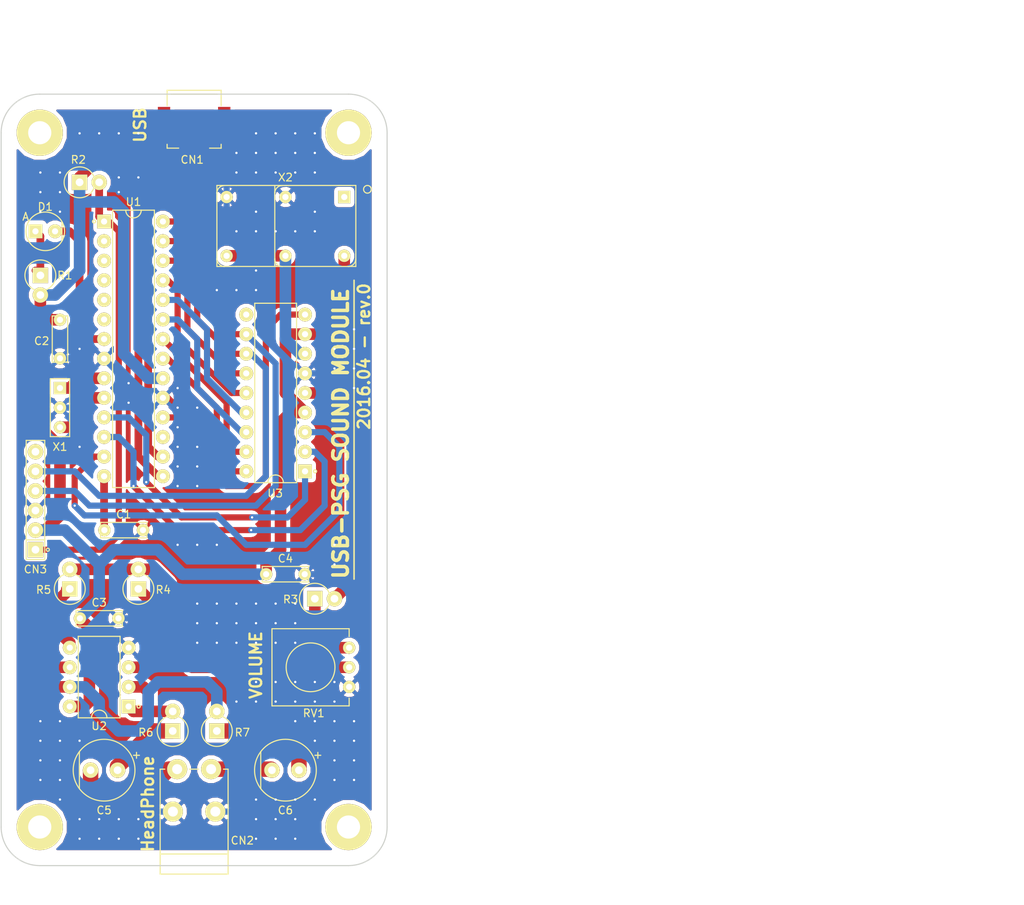
<source format=kicad_pcb>
(kicad_pcb (version 4) (host pcbnew 4.0.2-stable)

  (general
    (links 69)
    (no_connects 0)
    (area 105.250952 28.15 242.065425 145.100001)
    (thickness 1.6)
    (drawings 18)
    (tracks 540)
    (zones 0)
    (modules 27)
    (nets 45)
  )

  (page A4)
  (title_block
    (title "USB PSG MODULE")
    (date 2016.04.12)
    (rev 0A)
    (comment 1 1460472942)
  )

  (layers
    (0 F.Cu signal)
    (31 B.Cu signal hide)
    (36 B.SilkS user)
    (37 F.SilkS user)
    (38 B.Mask user)
    (39 F.Mask user)
    (40 Dwgs.User user)
    (41 Cmts.User user)
    (44 Edge.Cuts user)
  )

  (setup
    (last_trace_width 0.5)
    (user_trace_width 0.3)
    (user_trace_width 0.5)
    (user_trace_width 0.8)
    (user_trace_width 1)
    (user_trace_width 1.5)
    (user_trace_width 2)
    (trace_clearance 0.1)
    (zone_clearance 0.508)
    (zone_45_only no)
    (trace_min 0.2)
    (segment_width 0.2)
    (edge_width 0.15)
    (via_size 0.6)
    (via_drill 0.3)
    (via_min_size 0.6)
    (via_min_drill 0.3)
    (uvia_size 0.3)
    (uvia_drill 0.1)
    (uvias_allowed no)
    (uvia_min_size 0.2)
    (uvia_min_drill 0.1)
    (pcb_text_width 0.3)
    (pcb_text_size 1.5 1.5)
    (mod_edge_width 0.15)
    (mod_text_size 1 1)
    (mod_text_width 0.15)
    (pad_size 1.524 1.524)
    (pad_drill 0.762)
    (pad_to_mask_clearance 0.05)
    (solder_mask_min_width 0.1)
    (aux_axis_origin 110 40)
    (grid_origin 110 40)
    (visible_elements 7FFFFF7F)
    (pcbplotparams
      (layerselection 0x010f0_80000001)
      (usegerberextensions true)
      (excludeedgelayer true)
      (linewidth 0.100000)
      (plotframeref false)
      (viasonmask false)
      (mode 1)
      (useauxorigin true)
      (hpglpennumber 1)
      (hpglpenspeed 20)
      (hpglpendiameter 15)
      (hpglpenoverlay 2)
      (psnegative false)
      (psa4output false)
      (plotreference true)
      (plotvalue true)
      (plotinvisibletext false)
      (padsonsilk false)
      (subtractmaskfromsilk true)
      (outputformat 1)
      (mirror false)
      (drillshape 0)
      (scaleselection 1)
      (outputdirectory Gerber/))
  )

  (net 0 "")
  (net 1 "Net-(C1-Pad1)")
  (net 2 GND)
  (net 3 +5V)
  (net 4 "Net-(C5-Pad1)")
  (net 5 "Net-(C5-Pad2)")
  (net 6 "Net-(C6-Pad1)")
  (net 7 "Net-(C6-Pad2)")
  (net 8 "Net-(CN1-Pad2)")
  (net 9 "Net-(CN1-Pad3)")
  (net 10 "Net-(CN1-Pad4)")
  (net 11 /MCLR)
  (net 12 /BD7)
  (net 13 /BD6)
  (net 14 "Net-(CN3-Pad6)")
  (net 15 "Net-(D1-Pad1)")
  (net 16 "Net-(D1-Pad2)")
  (net 17 "Net-(R3-Pad1)")
  (net 18 "Net-(R3-Pad2)")
  (net 19 "Net-(R4-Pad1)")
  (net 20 "Net-(R4-Pad2)")
  (net 21 "Net-(R5-Pad1)")
  (net 22 "Net-(R6-Pad2)")
  (net 23 "Net-(R7-Pad2)")
  (net 24 "Net-(U1-Pad2)")
  (net 25 "Net-(U1-Pad3)")
  (net 26 "Net-(U1-Pad4)")
  (net 27 "Net-(U1-Pad5)")
  (net 28 "Net-(U1-Pad6)")
  (net 29 "Net-(U1-Pad9)")
  (net 30 "Net-(U1-Pad10)")
  (net 31 /nWR)
  (net 32 /nCS)
  (net 33 /nA0)
  (net 34 "Net-(U1-Pad17)")
  (net 35 /nIC)
  (net 36 /BD0)
  (net 37 /BD1)
  (net 38 /BD2)
  (net 39 /BD3)
  (net 40 /BD4)
  (net 41 /BD5)
  (net 42 "Net-(U3-Pad7)")
  (net 43 "Net-(U3-Pad10)")
  (net 44 "Net-(X2-Pad1)")

  (net_class Default "これは標準のネット クラスです。"
    (clearance 0.1)
    (trace_width 0.5)
    (via_dia 0.6)
    (via_drill 0.3)
    (uvia_dia 0.3)
    (uvia_drill 0.1)
    (add_net +5V)
    (add_net /BD0)
    (add_net /BD1)
    (add_net /BD2)
    (add_net /BD3)
    (add_net /BD4)
    (add_net /BD5)
    (add_net /BD6)
    (add_net /BD7)
    (add_net /MCLR)
    (add_net /nA0)
    (add_net /nCS)
    (add_net /nIC)
    (add_net /nWR)
    (add_net GND)
    (add_net "Net-(C1-Pad1)")
    (add_net "Net-(C5-Pad1)")
    (add_net "Net-(C5-Pad2)")
    (add_net "Net-(C6-Pad1)")
    (add_net "Net-(C6-Pad2)")
    (add_net "Net-(CN1-Pad2)")
    (add_net "Net-(CN1-Pad3)")
    (add_net "Net-(CN1-Pad4)")
    (add_net "Net-(CN3-Pad6)")
    (add_net "Net-(D1-Pad1)")
    (add_net "Net-(D1-Pad2)")
    (add_net "Net-(R3-Pad1)")
    (add_net "Net-(R3-Pad2)")
    (add_net "Net-(R4-Pad1)")
    (add_net "Net-(R4-Pad2)")
    (add_net "Net-(R5-Pad1)")
    (add_net "Net-(R6-Pad2)")
    (add_net "Net-(R7-Pad2)")
    (add_net "Net-(U1-Pad10)")
    (add_net "Net-(U1-Pad17)")
    (add_net "Net-(U1-Pad2)")
    (add_net "Net-(U1-Pad3)")
    (add_net "Net-(U1-Pad4)")
    (add_net "Net-(U1-Pad5)")
    (add_net "Net-(U1-Pad6)")
    (add_net "Net-(U1-Pad9)")
    (add_net "Net-(U3-Pad10)")
    (add_net "Net-(U3-Pad7)")
    (add_net "Net-(X2-Pad1)")
  )

  (net_class 0.3mmWidth ""
    (clearance 0.2)
    (trace_width 0.3)
    (via_dia 0.6)
    (via_drill 0.3)
    (uvia_dia 0.3)
    (uvia_drill 0.1)
  )

  (net_class 0.5mmWidth ""
    (clearance 0.5)
    (trace_width 0.5)
    (via_dia 0.6)
    (via_drill 0.3)
    (uvia_dia 0.3)
    (uvia_drill 0.1)
  )

  (net_class 0.8mmWidth ""
    (clearance 0.5)
    (trace_width 0.8)
    (via_dia 0.6)
    (via_drill 0.3)
    (uvia_dia 0.3)
    (uvia_drill 0.1)
  )

  (net_class 1.0mmWidth ""
    (clearance 0.8)
    (trace_width 1)
    (via_dia 0.6)
    (via_drill 0.3)
    (uvia_dia 0.3)
    (uvia_drill 0.1)
  )

  (net_class 1.5mmWidth ""
    (clearance 1.2)
    (trace_width 1.5)
    (via_dia 0.6)
    (via_drill 0.3)
    (uvia_dia 0.3)
    (uvia_drill 0.1)
  )

  (net_class 2mmWidth ""
    (clearance 1.5)
    (trace_width 2)
    (via_dia 0.6)
    (via_drill 0.3)
    (uvia_dia 0.3)
    (uvia_drill 0.1)
  )

  (module fp:PIC18F2550-I_SP (layer F.Cu) (tedit 570CF03E) (tstamp 570CFB53)
    (at 123.335 56.51)
    (path /570CDE26)
    (fp_text reference U1 (at 3.81 -2.54) (layer F.SilkS)
      (effects (font (size 1 1) (thickness 0.15)))
    )
    (fp_text value PIC18F2550_DIP (at 3.81 -4.54) (layer F.Fab) hide
      (effects (font (size 1 1) (thickness 0.15)))
    )
    (fp_arc (start 3.81 -1.47) (end 4.81 -1.47) (angle 90) (layer F.SilkS) (width 0.15))
    (fp_arc (start 3.81 -1.47) (end 3.81 -0.47) (angle 90) (layer F.SilkS) (width 0.15))
    (fp_line (start 1.1 -1.47) (end 6.52 -1.47) (layer F.SilkS) (width 0.15))
    (fp_line (start 6.52 -1.47) (end 6.52 34.49) (layer F.SilkS) (width 0.15))
    (fp_line (start 6.52 34.49) (end 1.1 34.49) (layer F.SilkS) (width 0.15))
    (fp_line (start 1.1 34.49) (end 1.1 -1.47) (layer F.SilkS) (width 0.15))
    (fp_circle (center -1.3 0) (end -1.3 0.2) (layer F.SilkS) (width 0.15))
    (pad 1 thru_hole rect (at 0 0) (size 1.8 1.8) (drill 0.8) (layers *.Cu *.Mask F.SilkS)
      (net 11 /MCLR))
    (pad 2 thru_hole circle (at 0 2.54) (size 1.8 1.8) (drill 0.8) (layers *.Cu *.Mask F.SilkS)
      (net 24 "Net-(U1-Pad2)"))
    (pad 3 thru_hole circle (at 0 5.08) (size 1.8 1.8) (drill 0.8) (layers *.Cu *.Mask F.SilkS)
      (net 25 "Net-(U1-Pad3)"))
    (pad 4 thru_hole circle (at 0 7.62) (size 1.8 1.8) (drill 0.8) (layers *.Cu *.Mask F.SilkS)
      (net 26 "Net-(U1-Pad4)"))
    (pad 5 thru_hole circle (at 0 10.16) (size 1.8 1.8) (drill 0.8) (layers *.Cu *.Mask F.SilkS)
      (net 27 "Net-(U1-Pad5)"))
    (pad 6 thru_hole circle (at 0 12.7) (size 1.8 1.8) (drill 0.8) (layers *.Cu *.Mask F.SilkS)
      (net 28 "Net-(U1-Pad6)"))
    (pad 7 thru_hole circle (at 0 15.24) (size 1.8 1.8) (drill 0.8) (layers *.Cu *.Mask F.SilkS)
      (net 15 "Net-(D1-Pad1)"))
    (pad 8 thru_hole circle (at 0 17.78) (size 1.8 1.8) (drill 0.8) (layers *.Cu *.Mask F.SilkS)
      (net 2 GND))
    (pad 9 thru_hole circle (at 0 20.32) (size 1.8 1.8) (drill 0.8) (layers *.Cu *.Mask F.SilkS)
      (net 29 "Net-(U1-Pad9)"))
    (pad 10 thru_hole circle (at 0 22.86) (size 1.8 1.8) (drill 0.8) (layers *.Cu *.Mask F.SilkS)
      (net 30 "Net-(U1-Pad10)"))
    (pad 11 thru_hole circle (at 0 25.4) (size 1.8 1.8) (drill 0.8) (layers *.Cu *.Mask F.SilkS)
      (net 31 /nWR))
    (pad 12 thru_hole circle (at 0 27.94) (size 1.8 1.8) (drill 0.8) (layers *.Cu *.Mask F.SilkS)
      (net 32 /nCS))
    (pad 13 thru_hole circle (at 0 30.48) (size 1.8 1.8) (drill 0.8) (layers *.Cu *.Mask F.SilkS)
      (net 33 /nA0))
    (pad 14 thru_hole circle (at 0 33.02) (size 1.8 1.8) (drill 0.8) (layers *.Cu *.Mask F.SilkS)
      (net 1 "Net-(C1-Pad1)"))
    (pad 15 thru_hole circle (at 7.62 33.02) (size 1.8 1.8) (drill 0.8) (layers *.Cu *.Mask F.SilkS)
      (net 8 "Net-(CN1-Pad2)"))
    (pad 16 thru_hole circle (at 7.62 30.48) (size 1.8 1.8) (drill 0.8) (layers *.Cu *.Mask F.SilkS)
      (net 9 "Net-(CN1-Pad3)"))
    (pad 17 thru_hole circle (at 7.62 27.94) (size 1.8 1.8) (drill 0.8) (layers *.Cu *.Mask F.SilkS)
      (net 34 "Net-(U1-Pad17)"))
    (pad 18 thru_hole circle (at 7.62 25.4) (size 1.8 1.8) (drill 0.8) (layers *.Cu *.Mask F.SilkS)
      (net 35 /nIC))
    (pad 19 thru_hole circle (at 7.62 22.86) (size 1.8 1.8) (drill 0.8) (layers *.Cu *.Mask F.SilkS)
      (net 2 GND))
    (pad 20 thru_hole circle (at 7.62 20.32) (size 1.8 1.8) (drill 0.8) (layers *.Cu *.Mask F.SilkS)
      (net 3 +5V))
    (pad 21 thru_hole circle (at 7.62 17.78) (size 1.8 1.8) (drill 0.8) (layers *.Cu *.Mask F.SilkS)
      (net 36 /BD0))
    (pad 22 thru_hole circle (at 7.62 15.24) (size 1.8 1.8) (drill 0.8) (layers *.Cu *.Mask F.SilkS)
      (net 37 /BD1))
    (pad 23 thru_hole circle (at 7.62 12.7) (size 1.8 1.8) (drill 0.8) (layers *.Cu *.Mask F.SilkS)
      (net 38 /BD2))
    (pad 24 thru_hole circle (at 7.62 10.16) (size 1.8 1.8) (drill 0.8) (layers *.Cu *.Mask F.SilkS)
      (net 39 /BD3))
    (pad 25 thru_hole circle (at 7.62 7.62) (size 1.8 1.8) (drill 0.8) (layers *.Cu *.Mask F.SilkS)
      (net 40 /BD4))
    (pad 26 thru_hole circle (at 7.62 5.08) (size 1.8 1.8) (drill 0.8) (layers *.Cu *.Mask F.SilkS)
      (net 41 /BD5))
    (pad 27 thru_hole circle (at 7.62 2.54) (size 1.8 1.8) (drill 0.8) (layers *.Cu *.Mask F.SilkS)
      (net 13 /BD6))
    (pad 28 thru_hole circle (at 7.62 0) (size 1.8 1.8) (drill 0.8) (layers *.Cu *.Mask F.SilkS)
      (net 12 /BD7))
  )

  (module fp:LED_5mm_STD (layer F.Cu) (tedit 570D0A59) (tstamp 570CFB02)
    (at 114.445 57.78)
    (path /570D464D)
    (fp_text reference D1 (at 1.27 -3.175) (layer F.SilkS)
      (effects (font (size 1 1) (thickness 0.15)))
    )
    (fp_text value LED (at 1.27 -6.2) (layer F.Fab) hide
      (effects (font (size 1 1) (thickness 0.15)))
    )
    (fp_circle (center 1.27 0) (end 1.27 -2.5) (layer F.SilkS) (width 0.15))
    (fp_line (start 3.435064 1.25) (end 3.435064 -1.25) (layer F.SilkS) (width 0.15))
    (fp_text user A (at -1.27 -1.905) (layer F.SilkS)
      (effects (font (size 1 1) (thickness 0.15)))
    )
    (pad 2 thru_hole rect (at 0 0) (size 1.8 1.8) (drill 0.8) (layers *.Cu *.Mask F.SilkS)
      (net 16 "Net-(D1-Pad2)"))
    (pad 1 thru_hole circle (at 2.54 0) (size 1.8 1.8) (drill 0.8) (layers *.Cu *.Mask F.SilkS)
      (net 15 "Net-(D1-Pad1)"))
  )

  (module fp:Ceralock (layer F.Cu) (tedit 570D0A08) (tstamp 570CFB7C)
    (at 117.62 80.64 270)
    (path /570CE684)
    (fp_text reference X1 (at 5.08 0 360) (layer F.SilkS)
      (effects (font (size 1 1) (thickness 0.15)))
    )
    (fp_text value 20MHz (at 0 -3.75 270) (layer F.Fab) hide
      (effects (font (size 1 1) (thickness 0.15)))
    )
    (fp_line (start -3.75 -1.25) (end -3.75 1.25) (layer F.SilkS) (width 0.15))
    (fp_line (start -3.75 1.25) (end 3.75 1.25) (layer F.SilkS) (width 0.15))
    (fp_line (start 3.75 1.25) (end 3.75 -1.25) (layer F.SilkS) (width 0.15))
    (fp_line (start 3.75 -1.25) (end -3.75 -1.25) (layer F.SilkS) (width 0.15))
    (pad 1 thru_hole rect (at -2.54 0 270) (size 1.6 1.6) (drill 0.8) (layers *.Cu *.Mask F.SilkS)
      (net 29 "Net-(U1-Pad9)"))
    (pad 3 thru_hole circle (at 0 0 270) (size 1.6 1.6) (drill 0.8) (layers *.Cu *.Mask F.SilkS)
      (net 2 GND))
    (pad 2 thru_hole circle (at 2.54 0 270) (size 1.6 1.6) (drill 0.8) (layers *.Cu *.Mask F.SilkS)
      (net 30 "Net-(U1-Pad10)"))
  )

  (module fp:C (layer F.Cu) (tedit 570CF2ED) (tstamp 570CFABF)
    (at 125.875 96.515)
    (path /570CE971)
    (fp_text reference C1 (at 0 -2.032) (layer F.SilkS)
      (effects (font (size 1 1) (thickness 0.15)))
    )
    (fp_text value 10u (at 0 -3.81) (layer F.Fab) hide
      (effects (font (size 1 1) (thickness 0.15)))
    )
    (fp_line (start 3 -1) (end 3 1) (layer F.SilkS) (width 0.15))
    (fp_line (start -3 -1) (end -3 1) (layer F.SilkS) (width 0.15))
    (fp_line (start -3 1) (end 3 1) (layer F.SilkS) (width 0.15))
    (fp_line (start -3 -1) (end 3 -1) (layer F.SilkS) (width 0.15))
    (pad 1 thru_hole circle (at -2.5 0) (size 1.6 1.6) (drill 0.8) (layers *.Cu *.Mask F.SilkS)
      (net 1 "Net-(C1-Pad1)"))
    (pad 2 thru_hole circle (at 2.5 0) (size 1.6 1.6) (drill 0.8) (layers *.Cu *.Mask F.SilkS)
      (net 2 GND))
  )

  (module fp:C (layer F.Cu) (tedit 570D06CF) (tstamp 570CFAC5)
    (at 117.62 71.75 270)
    (path /570CF608)
    (fp_text reference C2 (at 0.25 2.37 360) (layer F.SilkS)
      (effects (font (size 1 1) (thickness 0.15)))
    )
    (fp_text value 0.1u (at 0 -3.81 270) (layer F.Fab) hide
      (effects (font (size 1 1) (thickness 0.15)))
    )
    (fp_line (start 3 -1) (end 3 1) (layer F.SilkS) (width 0.15))
    (fp_line (start -3 -1) (end -3 1) (layer F.SilkS) (width 0.15))
    (fp_line (start -3 1) (end 3 1) (layer F.SilkS) (width 0.15))
    (fp_line (start -3 -1) (end 3 -1) (layer F.SilkS) (width 0.15))
    (pad 1 thru_hole circle (at -2.5 0 270) (size 1.6 1.6) (drill 0.8) (layers *.Cu *.Mask F.SilkS)
      (net 3 +5V))
    (pad 2 thru_hole circle (at 2.5 0 270) (size 1.6 1.6) (drill 0.8) (layers *.Cu *.Mask F.SilkS)
      (net 2 GND))
  )

  (module fp:C (layer F.Cu) (tedit 570CF2ED) (tstamp 570CFACB)
    (at 122.7 107.945)
    (path /570DBDF7)
    (fp_text reference C3 (at 0 -2.032) (layer F.SilkS)
      (effects (font (size 1 1) (thickness 0.15)))
    )
    (fp_text value 0.1u (at 0 -3.81) (layer F.Fab) hide
      (effects (font (size 1 1) (thickness 0.15)))
    )
    (fp_line (start 3 -1) (end 3 1) (layer F.SilkS) (width 0.15))
    (fp_line (start -3 -1) (end -3 1) (layer F.SilkS) (width 0.15))
    (fp_line (start -3 1) (end 3 1) (layer F.SilkS) (width 0.15))
    (fp_line (start -3 -1) (end 3 -1) (layer F.SilkS) (width 0.15))
    (pad 1 thru_hole circle (at -2.5 0) (size 1.6 1.6) (drill 0.8) (layers *.Cu *.Mask F.SilkS)
      (net 3 +5V))
    (pad 2 thru_hole circle (at 2.5 0) (size 1.6 1.6) (drill 0.8) (layers *.Cu *.Mask F.SilkS)
      (net 2 GND))
  )

  (module fp:C (layer F.Cu) (tedit 570CF2ED) (tstamp 570CFAD1)
    (at 146.83 102.23)
    (path /570D2283)
    (fp_text reference C4 (at 0 -2.032) (layer F.SilkS)
      (effects (font (size 1 1) (thickness 0.15)))
    )
    (fp_text value 0.1u (at 0 -3.81) (layer F.Fab) hide
      (effects (font (size 1 1) (thickness 0.15)))
    )
    (fp_line (start 3 -1) (end 3 1) (layer F.SilkS) (width 0.15))
    (fp_line (start -3 -1) (end -3 1) (layer F.SilkS) (width 0.15))
    (fp_line (start -3 1) (end 3 1) (layer F.SilkS) (width 0.15))
    (fp_line (start -3 -1) (end 3 -1) (layer F.SilkS) (width 0.15))
    (pad 1 thru_hole circle (at -2.5 0) (size 1.6 1.6) (drill 0.8) (layers *.Cu *.Mask F.SilkS)
      (net 3 +5V))
    (pad 2 thru_hole circle (at 2.5 0) (size 1.6 1.6) (drill 0.8) (layers *.Cu *.Mask F.SilkS)
      (net 2 GND))
  )

  (module fp:25PK470MEFC8X11.5 (layer F.Cu) (tedit 570CEFF6) (tstamp 570CFAD7)
    (at 123.335 127.63 180)
    (path /570DA187)
    (fp_text reference C5 (at 0 -5.2 180) (layer F.SilkS)
      (effects (font (size 1 1) (thickness 0.15)))
    )
    (fp_text value 25PK470MEFC8X11.5 (at 0 -7 180) (layer F.Fab) hide
      (effects (font (size 1 1) (thickness 0.15)))
    )
    (fp_text user + (at -4.2 2 180) (layer F.SilkS)
      (effects (font (size 1 1) (thickness 0.15)))
    )
    (fp_line (start 3.2 -2.4) (end 3.2 2.4) (layer F.SilkS) (width 0.15))
    (fp_circle (center 0 0) (end 0 -4) (layer F.SilkS) (width 0.15))
    (pad 1 thru_hole circle (at -1.75 0 180) (size 2 2) (drill 1) (layers *.Cu *.Mask F.SilkS)
      (net 4 "Net-(C5-Pad1)"))
    (pad 2 thru_hole circle (at 1.75 0 180) (size 2 2) (drill 1) (layers *.Cu *.Mask F.SilkS)
      (net 5 "Net-(C5-Pad2)"))
  )

  (module fp:25PK470MEFC8X11.5 (layer F.Cu) (tedit 570CEFF6) (tstamp 570CFADD)
    (at 146.83 127.63 180)
    (path /570DA5F3)
    (fp_text reference C6 (at 0 -5.2 180) (layer F.SilkS)
      (effects (font (size 1 1) (thickness 0.15)))
    )
    (fp_text value 25PK470MEFC8X11.5 (at 0 -7 180) (layer F.Fab) hide
      (effects (font (size 1 1) (thickness 0.15)))
    )
    (fp_text user + (at -4.2 2 180) (layer F.SilkS)
      (effects (font (size 1 1) (thickness 0.15)))
    )
    (fp_line (start 3.2 -2.4) (end 3.2 2.4) (layer F.SilkS) (width 0.15))
    (fp_circle (center 0 0) (end 0 -4) (layer F.SilkS) (width 0.15))
    (pad 1 thru_hole circle (at -1.75 0 180) (size 2 2) (drill 1) (layers *.Cu *.Mask F.SilkS)
      (net 6 "Net-(C6-Pad1)"))
    (pad 2 thru_hole circle (at 1.75 0 180) (size 2 2) (drill 1) (layers *.Cu *.Mask F.SilkS)
      (net 7 "Net-(C6-Pad2)"))
  )

  (module fp:ZX62R-B-5P (layer F.Cu) (tedit 570D06B5) (tstamp 570CFAEA)
    (at 135 46 180)
    (path /570D53E8)
    (fp_text reference CN1 (at 0.25 -2.5 180) (layer F.SilkS)
      (effects (font (size 1 1) (thickness 0.15)))
    )
    (fp_text value ZX62R-B-5P (at 0 -3.5 180) (layer F.Fab) hide
      (effects (font (size 1 1) (thickness 0.15)))
    )
    (fp_line (start -3 6) (end 3 6) (layer F.SilkS) (width 0.15))
    (fp_line (start -3.5 4.5) (end -3.5 5.5) (layer F.SilkS) (width 0.15))
    (fp_line (start -3.5 5.5) (end -3.5 6.5) (layer F.SilkS) (width 0.15))
    (fp_line (start -3.5 6.5) (end 3.5 6.5) (layer F.SilkS) (width 0.15))
    (fp_line (start 3.5 6.5) (end 3.5 4.5) (layer F.SilkS) (width 0.15))
    (fp_line (start 2 -1) (end 3.5 -1) (layer F.SilkS) (width 0.15))
    (fp_line (start 3.5 -1) (end 3.5 -0.5) (layer F.SilkS) (width 0.15))
    (fp_line (start -2 -1) (end -3.5 -1) (layer F.SilkS) (width 0.15))
    (fp_line (start -3.5 -1) (end -3.5 -0.5) (layer F.SilkS) (width 0.15))
    (pad 1 smd rect (at 1.3 0 180) (size 0.4 1.8) (layers F.Cu F.Mask)
      (net 3 +5V))
    (pad 2 smd rect (at 0.65 0 180) (size 0.4 1.8) (layers F.Cu F.Mask)
      (net 8 "Net-(CN1-Pad2)"))
    (pad 3 smd rect (at 0 0 180) (size 0.4 1.8) (layers F.Cu F.Mask)
      (net 9 "Net-(CN1-Pad3)"))
    (pad 4 smd rect (at -0.65 0 180) (size 0.4 1.8) (layers F.Cu F.Mask)
      (net 10 "Net-(CN1-Pad4)"))
    (pad 5 smd rect (at -1.3 0 180) (size 0.4 1.8) (layers F.Cu F.Mask)
      (net 2 GND))
    (pad 6 smd rect (at -3.15 1 180) (size 2.3 2.3) (layers F.Cu F.Mask)
      (net 2 GND))
    (pad 6 smd rect (at 3.15 1 180) (size 2.3 2.3) (layers F.Cu F.Mask)
      (net 2 GND))
    (pad 6 smd rect (at -3.9 3.35 180) (size 1.6 2) (layers F.Cu F.Mask)
      (net 2 GND))
    (pad 6 smd rect (at 3.9 3.35 180) (size 1.6 2) (layers F.Cu F.Mask)
      (net 2 GND))
  )

  (module fp:MJ-8435 (layer F.Cu) (tedit 570D06F7) (tstamp 570CFAF2)
    (at 135 138.5 270)
    (path /570DD943)
    (fp_text reference CN2 (at -1.75 -6.25 360) (layer F.SilkS)
      (effects (font (size 1 1) (thickness 0.15)))
    )
    (fp_text value MJ-8435 (at -7.4 -7 270) (layer F.Fab) hide
      (effects (font (size 1 1) (thickness 0.15)))
    )
    (fp_line (start 0 -4.4) (end 2.6 -4.4) (layer F.SilkS) (width 0.15))
    (fp_line (start 2.6 -4.4) (end 2.6 4.4) (layer F.SilkS) (width 0.15))
    (fp_line (start 2.6 4.4) (end 0 4.4) (layer F.SilkS) (width 0.15))
    (fp_line (start -11 -0.6) (end -11 0.6) (layer F.SilkS) (width 0.15))
    (fp_line (start -11 4.4) (end -11 3.8) (layer F.SilkS) (width 0.15))
    (fp_line (start -11 -4.4) (end -11 -3.8) (layer F.SilkS) (width 0.15))
    (fp_line (start -11 -4.4) (end 0 -4.4) (layer F.SilkS) (width 0.15))
    (fp_line (start 0 -4.4) (end 0 4.4) (layer F.SilkS) (width 0.15))
    (fp_line (start 0 4.4) (end -11 4.4) (layer F.SilkS) (width 0.15))
    (pad 1 thru_hole circle (at -5.5 -2.75 270) (size 2.6 2.6) (drill 1.3) (layers *.Cu *.Mask F.SilkS)
      (net 2 GND))
    (pad 1 thru_hole circle (at -5.5 2.75 270) (size 2.6 2.6) (drill 1.3) (layers *.Cu *.Mask F.SilkS)
      (net 2 GND))
    (pad 2 thru_hole circle (at -11 -2.2 270) (size 2.6 2.6) (drill 1.3) (layers *.Cu *.Mask F.SilkS)
      (net 7 "Net-(C6-Pad2)"))
    (pad 3 thru_hole circle (at -11 2.2 270) (size 2.6 2.6) (drill 1.3) (layers *.Cu *.Mask F.SilkS)
      (net 5 "Net-(C5-Pad2)"))
  )

  (module fp:PINHEADER_1x6 (layer F.Cu) (tedit 570CF047) (tstamp 570CFAFC)
    (at 114.445 99.055 180)
    (path /570E0A49)
    (fp_text reference CN3 (at 0 -2.54 180) (layer F.SilkS)
      (effects (font (size 1 1) (thickness 0.15)))
    )
    (fp_text value IncircuitProgrammer (at 0 -4.54 180) (layer F.Fab) hide
      (effects (font (size 1 1) (thickness 0.15)))
    )
    (fp_line (start -1.2 -1.27) (end 1.2 -1.27) (layer F.SilkS) (width 0.15))
    (fp_line (start 1.2 -1.27) (end 1.2 14.17) (layer F.SilkS) (width 0.15))
    (fp_line (start 1.2 14.17) (end -1.2 14.17) (layer F.SilkS) (width 0.15))
    (fp_line (start -1.2 14.17) (end -1.2 -1.27) (layer F.SilkS) (width 0.15))
    (fp_line (start -1.2 1.27) (end 1.2 1.27) (layer F.SilkS) (width 0.15))
    (fp_circle (center -1.6 0) (end -1.6 0.2) (layer F.SilkS) (width 0.15))
    (pad 1 thru_hole rect (at 0 0 180) (size 2 2) (drill 1) (layers *.Cu *.Mask F.SilkS)
      (net 11 /MCLR))
    (pad 2 thru_hole circle (at 0 2.54 180) (size 2 2) (drill 1) (layers *.Cu *.Mask F.SilkS)
      (net 3 +5V))
    (pad 3 thru_hole circle (at 0 5.08 180) (size 2 2) (drill 1) (layers *.Cu *.Mask F.SilkS)
      (net 2 GND))
    (pad 4 thru_hole circle (at 0 7.62 180) (size 2 2) (drill 1) (layers *.Cu *.Mask F.SilkS)
      (net 12 /BD7))
    (pad 5 thru_hole circle (at 0 10.16 180) (size 2 2) (drill 1) (layers *.Cu *.Mask F.SilkS)
      (net 13 /BD6))
    (pad 6 thru_hole circle (at 0 12.7 180) (size 2 2) (drill 1) (layers *.Cu *.Mask F.SilkS)
      (net 14 "Net-(CN3-Pad6)"))
  )

  (module fp:R (layer F.Cu) (tedit 570D06CA) (tstamp 570CFB08)
    (at 115.08 63.495 270)
    (path /570D494F)
    (fp_text reference R1 (at 0.005 -3.17 360) (layer F.SilkS)
      (effects (font (size 1 1) (thickness 0.15)))
    )
    (fp_text value 330 (at 0 -4 270) (layer F.Fab) hide
      (effects (font (size 1 1) (thickness 0.15)))
    )
    (fp_circle (center 0 0) (end 0 -2) (layer F.SilkS) (width 0.15))
    (pad 1 thru_hole rect (at 0 0 270) (size 2 2) (drill 1) (layers *.Cu *.Mask F.SilkS)
      (net 16 "Net-(D1-Pad2)"))
    (pad 2 thru_hole circle (at 2.54 0 270) (size 2 2) (drill 1) (layers *.Cu *.Mask F.SilkS)
      (net 3 +5V))
  )

  (module fp:R (layer F.Cu) (tedit 570D06A8) (tstamp 570CFB0E)
    (at 120.16 51.43)
    (path /570D289B)
    (fp_text reference R2 (at -0.16 -2.93) (layer F.SilkS)
      (effects (font (size 1 1) (thickness 0.15)))
    )
    (fp_text value 10k (at 0 -4) (layer F.Fab) hide
      (effects (font (size 1 1) (thickness 0.15)))
    )
    (fp_circle (center 0 0) (end 0 -2) (layer F.SilkS) (width 0.15))
    (pad 1 thru_hole rect (at 0 0) (size 2 2) (drill 1) (layers *.Cu *.Mask F.SilkS)
      (net 3 +5V))
    (pad 2 thru_hole circle (at 2.54 0) (size 2 2) (drill 1) (layers *.Cu *.Mask F.SilkS)
      (net 11 /MCLR))
  )

  (module fp:R (layer F.Cu) (tedit 570D06DE) (tstamp 570CFB14)
    (at 150.64 105.405)
    (path /570E82DA)
    (fp_text reference R3 (at -3.14 0.095) (layer F.SilkS)
      (effects (font (size 1 1) (thickness 0.15)))
    )
    (fp_text value 1k (at 0 -4) (layer F.Fab) hide
      (effects (font (size 1 1) (thickness 0.15)))
    )
    (fp_circle (center 0 0) (end 0 -2) (layer F.SilkS) (width 0.15))
    (pad 1 thru_hole rect (at 0 0) (size 2 2) (drill 1) (layers *.Cu *.Mask F.SilkS)
      (net 17 "Net-(R3-Pad1)"))
    (pad 2 thru_hole circle (at 2.54 0) (size 2 2) (drill 1) (layers *.Cu *.Mask F.SilkS)
      (net 18 "Net-(R3-Pad2)"))
  )

  (module fp:R (layer F.Cu) (tedit 570D06E4) (tstamp 570CFB1A)
    (at 127.78 104.135 90)
    (path /570DB2E1)
    (fp_text reference R4 (at -0.115 3.22 180) (layer F.SilkS)
      (effects (font (size 1 1) (thickness 0.15)))
    )
    (fp_text value 100 (at 0 -4 90) (layer F.Fab) hide
      (effects (font (size 1 1) (thickness 0.15)))
    )
    (fp_circle (center 0 0) (end 0 -2) (layer F.SilkS) (width 0.15))
    (pad 1 thru_hole rect (at 0 0 90) (size 2 2) (drill 1) (layers *.Cu *.Mask F.SilkS)
      (net 19 "Net-(R4-Pad1)"))
    (pad 2 thru_hole circle (at 2.54 0 90) (size 2 2) (drill 1) (layers *.Cu *.Mask F.SilkS)
      (net 20 "Net-(R4-Pad2)"))
  )

  (module fp:R (layer F.Cu) (tedit 570D06E7) (tstamp 570CFB20)
    (at 118.89 104.135 90)
    (path /570DB369)
    (fp_text reference R5 (at -0.115 -3.39 180) (layer F.SilkS)
      (effects (font (size 1 1) (thickness 0.15)))
    )
    (fp_text value 100 (at 0 -4 90) (layer F.Fab) hide
      (effects (font (size 1 1) (thickness 0.15)))
    )
    (fp_circle (center 0 0) (end 0 -2) (layer F.SilkS) (width 0.15))
    (pad 1 thru_hole rect (at 0 0 90) (size 2 2) (drill 1) (layers *.Cu *.Mask F.SilkS)
      (net 21 "Net-(R5-Pad1)"))
    (pad 2 thru_hole circle (at 2.54 0 90) (size 2 2) (drill 1) (layers *.Cu *.Mask F.SilkS)
      (net 20 "Net-(R4-Pad2)"))
  )

  (module fp:R (layer F.Cu) (tedit 570D06ED) (tstamp 570CFB26)
    (at 132.225 122.55 90)
    (path /570D977A)
    (fp_text reference R6 (at -0.2 -3.475 180) (layer F.SilkS)
      (effects (font (size 1 1) (thickness 0.15)))
    )
    (fp_text value 10 (at 0 -4 90) (layer F.Fab) hide
      (effects (font (size 1 1) (thickness 0.15)))
    )
    (fp_circle (center 0 0) (end 0 -2) (layer F.SilkS) (width 0.15))
    (pad 1 thru_hole rect (at 0 0 90) (size 2 2) (drill 1) (layers *.Cu *.Mask F.SilkS)
      (net 4 "Net-(C5-Pad1)"))
    (pad 2 thru_hole circle (at 2.54 0 90) (size 2 2) (drill 1) (layers *.Cu *.Mask F.SilkS)
      (net 22 "Net-(R6-Pad2)"))
  )

  (module fp:R (layer F.Cu) (tedit 570D06F1) (tstamp 570CFB2C)
    (at 137.94 122.55 90)
    (path /570D9A7C)
    (fp_text reference R7 (at -0.2 3.31 180) (layer F.SilkS)
      (effects (font (size 1 1) (thickness 0.15)))
    )
    (fp_text value 10 (at 0 -4 90) (layer F.Fab) hide
      (effects (font (size 1 1) (thickness 0.15)))
    )
    (fp_circle (center 0 0) (end 0 -2) (layer F.SilkS) (width 0.15))
    (pad 1 thru_hole rect (at 0 0 90) (size 2 2) (drill 1) (layers *.Cu *.Mask F.SilkS)
      (net 6 "Net-(C6-Pad1)"))
    (pad 2 thru_hole circle (at 2.54 0 90) (size 2 2) (drill 1) (layers *.Cu *.Mask F.SilkS)
      (net 23 "Net-(R7-Pad2)"))
  )

  (module fp:TSR-3386 (layer F.Cu) (tedit 570D06FB) (tstamp 570CFB33)
    (at 155.085 114.295 90)
    (path /570DC7A9)
    (fp_text reference RV1 (at -5.955 -4.585 180) (layer F.SilkS)
      (effects (font (size 1 1) (thickness 0.15)))
    )
    (fp_text value 10k (at 0 -13 90) (layer F.Fab) hide
      (effects (font (size 1 1) (thickness 0.15)))
    )
    (fp_circle (center 0 -5) (end 1 -8) (layer F.SilkS) (width 0.15))
    (fp_line (start -5 0) (end -4 0) (layer F.SilkS) (width 0.15))
    (fp_line (start 4 0) (end 5 0) (layer F.SilkS) (width 0.15))
    (fp_line (start -5 0) (end -5 -10) (layer F.SilkS) (width 0.15))
    (fp_line (start -5 -10) (end 5 -10) (layer F.SilkS) (width 0.15))
    (fp_line (start 5 -10) (end 5 0) (layer F.SilkS) (width 0.15))
    (pad 1 thru_hole circle (at -2.54 0 90) (size 1.6 1.6) (drill 0.8) (layers *.Cu *.Mask F.SilkS)
      (net 2 GND))
    (pad 2 thru_hole circle (at 0 0 90) (size 1.6 1.6) (drill 0.8) (layers *.Cu *.Mask F.SilkS)
      (net 20 "Net-(R4-Pad2)"))
    (pad 3 thru_hole circle (at 2.54 0 90) (size 1.6 1.6) (drill 0.8) (layers *.Cu *.Mask F.SilkS)
      (net 17 "Net-(R3-Pad1)"))
  )

  (module fp:NJM3414AD (layer F.Cu) (tedit 570CF03B) (tstamp 570CFB5F)
    (at 126.51 119.375 180)
    (path /570D75ED)
    (fp_text reference U2 (at 3.81 -2.54 180) (layer F.SilkS)
      (effects (font (size 1 1) (thickness 0.15)))
    )
    (fp_text value NJM3414AD (at 3.81 -4.54 180) (layer F.Fab) hide
      (effects (font (size 1 1) (thickness 0.15)))
    )
    (fp_arc (start 3.81 -1.47) (end 4.81 -1.47) (angle 90) (layer F.SilkS) (width 0.15))
    (fp_arc (start 3.81 -1.47) (end 3.81 -0.47) (angle 90) (layer F.SilkS) (width 0.15))
    (fp_line (start 1.1 -1.47) (end 6.52 -1.47) (layer F.SilkS) (width 0.15))
    (fp_line (start 6.52 -1.47) (end 6.52 9.09) (layer F.SilkS) (width 0.15))
    (fp_line (start 6.52 9.09) (end 1.1 9.09) (layer F.SilkS) (width 0.15))
    (fp_line (start 1.1 9.09) (end 1.1 -1.47) (layer F.SilkS) (width 0.15))
    (fp_circle (center -1.3 0) (end -1.3 0.2) (layer F.SilkS) (width 0.15))
    (pad 1 thru_hole rect (at 0 0 180) (size 1.8 1.8) (drill 0.8) (layers *.Cu *.Mask F.SilkS)
      (net 22 "Net-(R6-Pad2)"))
    (pad 2 thru_hole circle (at 0 2.54 180) (size 1.8 1.8) (drill 0.8) (layers *.Cu *.Mask F.SilkS)
      (net 22 "Net-(R6-Pad2)"))
    (pad 3 thru_hole circle (at 0 5.08 180) (size 1.8 1.8) (drill 0.8) (layers *.Cu *.Mask F.SilkS)
      (net 19 "Net-(R4-Pad1)"))
    (pad 4 thru_hole circle (at 0 7.62 180) (size 1.8 1.8) (drill 0.8) (layers *.Cu *.Mask F.SilkS)
      (net 2 GND))
    (pad 5 thru_hole circle (at 7.62 7.62 180) (size 1.8 1.8) (drill 0.8) (layers *.Cu *.Mask F.SilkS)
      (net 21 "Net-(R5-Pad1)"))
    (pad 6 thru_hole circle (at 7.62 5.08 180) (size 1.8 1.8) (drill 0.8) (layers *.Cu *.Mask F.SilkS)
      (net 23 "Net-(R7-Pad2)"))
    (pad 7 thru_hole circle (at 7.62 2.54 180) (size 1.8 1.8) (drill 0.8) (layers *.Cu *.Mask F.SilkS)
      (net 23 "Net-(R7-Pad2)"))
    (pad 8 thru_hole circle (at 7.62 0 180) (size 1.8 1.8) (drill 0.8) (layers *.Cu *.Mask F.SilkS)
      (net 3 +5V))
  )

  (module fp:YMZ294 (layer F.Cu) (tedit 570D06C2) (tstamp 570CFB75)
    (at 149.37 88.895 180)
    (path /570CDDF7)
    (fp_text reference U3 (at 3.87 -2.855 180) (layer F.SilkS)
      (effects (font (size 1 1) (thickness 0.15)))
    )
    (fp_text value YMZ294 (at 3.81 -4.54 180) (layer F.Fab) hide
      (effects (font (size 1 1) (thickness 0.15)))
    )
    (fp_arc (start 3.81 -1.47) (end 4.81 -1.47) (angle 90) (layer F.SilkS) (width 0.15))
    (fp_arc (start 3.81 -1.47) (end 3.81 -0.47) (angle 90) (layer F.SilkS) (width 0.15))
    (fp_line (start 1.1 -1.47) (end 6.52 -1.47) (layer F.SilkS) (width 0.15))
    (fp_line (start 6.52 -1.47) (end 6.52 21.79) (layer F.SilkS) (width 0.15))
    (fp_line (start 6.52 21.79) (end 1.1 21.79) (layer F.SilkS) (width 0.15))
    (fp_line (start 1.1 21.79) (end 1.1 -1.47) (layer F.SilkS) (width 0.15))
    (fp_circle (center -1.3 0) (end -1.3 0.2) (layer F.SilkS) (width 0.15))
    (pad 1 thru_hole rect (at 0 0 180) (size 1.8 1.8) (drill 0.8) (layers *.Cu *.Mask F.SilkS)
      (net 31 /nWR))
    (pad 2 thru_hole circle (at 0 2.54 180) (size 1.8 1.8) (drill 0.8) (layers *.Cu *.Mask F.SilkS)
      (net 32 /nCS))
    (pad 3 thru_hole circle (at 0 5.08 180) (size 1.8 1.8) (drill 0.8) (layers *.Cu *.Mask F.SilkS)
      (net 33 /nA0))
    (pad 4 thru_hole circle (at 0 7.62 180) (size 1.8 1.8) (drill 0.8) (layers *.Cu *.Mask F.SilkS)
      (net 3 +5V))
    (pad 5 thru_hole circle (at 0 10.16 180) (size 1.8 1.8) (drill 0.8) (layers *.Cu *.Mask F.SilkS)
      (net 18 "Net-(R3-Pad2)"))
    (pad 6 thru_hole circle (at 0 12.7 180) (size 1.8 1.8) (drill 0.8) (layers *.Cu *.Mask F.SilkS)
      (net 2 GND))
    (pad 7 thru_hole circle (at 0 15.24 180) (size 1.8 1.8) (drill 0.8) (layers *.Cu *.Mask F.SilkS)
      (net 42 "Net-(U3-Pad7)"))
    (pad 8 thru_hole circle (at 0 17.78 180) (size 1.8 1.8) (drill 0.8) (layers *.Cu *.Mask F.SilkS)
      (net 3 +5V))
    (pad 9 thru_hole circle (at 0 20.32 180) (size 1.8 1.8) (drill 0.8) (layers *.Cu *.Mask F.SilkS)
      (net 35 /nIC))
    (pad 10 thru_hole circle (at 7.62 20.32 180) (size 1.8 1.8) (drill 0.8) (layers *.Cu *.Mask F.SilkS)
      (net 43 "Net-(U3-Pad10)"))
    (pad 11 thru_hole circle (at 7.62 17.78 180) (size 1.8 1.8) (drill 0.8) (layers *.Cu *.Mask F.SilkS)
      (net 12 /BD7))
    (pad 12 thru_hole circle (at 7.62 15.24 180) (size 1.8 1.8) (drill 0.8) (layers *.Cu *.Mask F.SilkS)
      (net 13 /BD6))
    (pad 13 thru_hole circle (at 7.62 12.7 180) (size 1.8 1.8) (drill 0.8) (layers *.Cu *.Mask F.SilkS)
      (net 41 /BD5))
    (pad 14 thru_hole circle (at 7.62 10.16 180) (size 1.8 1.8) (drill 0.8) (layers *.Cu *.Mask F.SilkS)
      (net 40 /BD4))
    (pad 15 thru_hole circle (at 7.62 7.62 180) (size 1.8 1.8) (drill 0.8) (layers *.Cu *.Mask F.SilkS)
      (net 39 /BD3))
    (pad 16 thru_hole circle (at 7.62 5.08 180) (size 1.8 1.8) (drill 0.8) (layers *.Cu *.Mask F.SilkS)
      (net 38 /BD2))
    (pad 17 thru_hole circle (at 7.62 2.54 180) (size 1.8 1.8) (drill 0.8) (layers *.Cu *.Mask F.SilkS)
      (net 37 /BD1))
    (pad 18 thru_hole circle (at 7.62 0 180) (size 1.8 1.8) (drill 0.8) (layers *.Cu *.Mask F.SilkS)
      (net 36 /BD0))
  )

  (module fp:CLOCK (layer F.Cu) (tedit 570D09C2) (tstamp 570CFB86)
    (at 154.45 53.335 180)
    (path /570D2FBA)
    (fp_text reference X2 (at 7.62 2.54 180) (layer F.SilkS)
      (effects (font (size 1 1) (thickness 0.15)))
    )
    (fp_text value 4MHz (at 1.5 -11.5 180) (layer F.Fab) hide
      (effects (font (size 1 1) (thickness 0.15)))
    )
    (fp_arc (start 15.5 -8) (end 15.5 -9) (angle 90) (layer F.SilkS) (width 0.15))
    (fp_arc (start 15.5 0.5) (end 16.5 0.5) (angle 90) (layer F.SilkS) (width 0.15))
    (fp_arc (start 8 0.5) (end 9 0.5) (angle 90) (layer F.SilkS) (width 0.15))
    (fp_arc (start 8 -8) (end 8 -9) (angle 90) (layer F.SilkS) (width 0.15))
    (fp_arc (start -0.5 -8) (end -1.5 -8) (angle 90) (layer F.SilkS) (width 0.15))
    (fp_circle (center -3 1) (end -3 0.5) (layer F.SilkS) (width 0.15))
    (fp_line (start 14 1.5) (end 16.5 1.5) (layer F.SilkS) (width 0.15))
    (fp_line (start 14 -9) (end 16.5 -9) (layer F.SilkS) (width 0.15))
    (fp_line (start 9 -9) (end 9 1.5) (layer F.SilkS) (width 0.15))
    (fp_line (start -1.5 -9) (end -1.5 1.5) (layer F.SilkS) (width 0.15))
    (fp_line (start -1.5 1.5) (end 14 1.5) (layer F.SilkS) (width 0.15))
    (fp_line (start 16.5 1.5) (end 16.5 -9) (layer F.SilkS) (width 0.15))
    (fp_line (start 14 -9) (end -1.5 -9) (layer F.SilkS) (width 0.15))
    (pad 1 thru_hole rect (at 0 0 180) (size 1.6 1.6) (drill 0.8) (layers *.Cu *.Mask F.SilkS)
      (net 44 "Net-(X2-Pad1)"))
    (pad 14 thru_hole circle (at 0 -7.62 180) (size 1.6 1.6) (drill 0.8) (layers *.Cu *.Mask F.SilkS)
      (net 3 +5V))
    (pad 8 thru_hole circle (at 7.62 -7.62 180) (size 1.6 1.6) (drill 0.8) (layers *.Cu *.Mask F.SilkS)
      (net 42 "Net-(U3-Pad7)"))
    (pad 7 thru_hole circle (at 7.62 0 180) (size 1.6 1.6) (drill 0.8) (layers *.Cu *.Mask F.SilkS)
      (net 2 GND))
    (pad 8 thru_hole circle (at 15.24 -7.62 180) (size 1.6 1.6) (drill 0.8) (layers *.Cu *.Mask F.SilkS)
      (net 42 "Net-(U3-Pad7)"))
    (pad 7 thru_hole circle (at 15.24 0 180) (size 1.6 1.6) (drill 0.8) (layers *.Cu *.Mask F.SilkS)
      (net 2 GND))
  )

  (module fp:M3-Hole (layer F.Cu) (tedit 570CF947) (tstamp 570CFC3F)
    (at 115 45)
    (fp_text reference REF** (at 0 -4) (layer F.SilkS) hide
      (effects (font (size 1 1) (thickness 0.15)))
    )
    (fp_text value M3-Hole (at 0 -5.5) (layer F.Fab) hide
      (effects (font (size 1 1) (thickness 0.15)))
    )
    (pad 1 thru_hole circle (at 0 0) (size 6 6) (drill 3) (layers *.Cu *.Mask F.SilkS))
  )

  (module fp:M3-Hole (layer F.Cu) (tedit 570CF947) (tstamp 570CFC40)
    (at 155 45)
    (fp_text reference REF** (at 0 -4) (layer F.SilkS) hide
      (effects (font (size 1 1) (thickness 0.15)))
    )
    (fp_text value M3-Hole (at 0 -5.5) (layer F.Fab) hide
      (effects (font (size 1 1) (thickness 0.15)))
    )
    (pad 1 thru_hole circle (at 0 0) (size 6 6) (drill 3) (layers *.Cu *.Mask F.SilkS))
  )

  (module fp:M3-Hole (layer F.Cu) (tedit 570CF947) (tstamp 570CFC41)
    (at 115 135)
    (fp_text reference REF** (at 0 -4) (layer F.SilkS) hide
      (effects (font (size 1 1) (thickness 0.15)))
    )
    (fp_text value M3-Hole (at 0 -5.5) (layer F.Fab) hide
      (effects (font (size 1 1) (thickness 0.15)))
    )
    (pad 1 thru_hole circle (at 0 0) (size 6 6) (drill 3) (layers *.Cu *.Mask F.SilkS))
  )

  (module fp:M3-Hole (layer F.Cu) (tedit 570CF947) (tstamp 570CFC42)
    (at 155 135)
    (fp_text reference REF** (at 0 -4) (layer F.SilkS) hide
      (effects (font (size 1 1) (thickness 0.15)))
    )
    (fp_text value M3-Hole (at 0 -5.5) (layer F.Fab) hide
      (effects (font (size 1 1) (thickness 0.15)))
    )
    (pad 1 thru_hole circle (at 0 0) (size 6 6) (drill 3) (layers *.Cu *.Mask F.SilkS))
  )

  (gr_text "USB - PSG (Yamaha YMZ294) Converter\nrevision . 0" (at 195.344 114.168) (layer Cmts.User)
    (effects (font (size 1.5 1.5) (thickness 0.3)) (justify left))
  )
  (gr_line (start 155.72 102.865) (end 155.72 64.13) (angle 90) (layer F.SilkS) (width 0.2))
  (gr_text USB (at 128 44 90) (layer F.SilkS)
    (effects (font (size 1.5 1.5) (thickness 0.3)))
  )
  (gr_text HeadPhone (at 129 132 90) (layer F.SilkS)
    (effects (font (size 1.5 1.5) (thickness 0.3)))
  )
  (gr_text VOLUME (at 143 114 90) (layer F.SilkS)
    (effects (font (size 1.5 1.5) (thickness 0.3)))
  )
  (gr_text "2016.04 - rev.0" (at 157 74 90) (layer F.SilkS)
    (effects (font (size 1.5 1.5) (thickness 0.3)))
  )
  (gr_text "USB-PSG SOUND MODULE" (at 154 84 90) (layer F.SilkS)
    (effects (font (size 1.9 1.9) (thickness 0.45)))
  )
  (dimension 50 (width 0.3) (layer Dwgs.User)
    (gr_text "50.000 mm" (at 135 29.65) (layer Dwgs.User)
      (effects (font (size 1.5 1.5) (thickness 0.3)))
    )
    (feature1 (pts (xy 160 39) (xy 160 28.3)))
    (feature2 (pts (xy 110 39) (xy 110 28.3)))
    (crossbar (pts (xy 110 31) (xy 160 31)))
    (arrow1a (pts (xy 160 31) (xy 158.873496 31.586421)))
    (arrow1b (pts (xy 160 31) (xy 158.873496 30.413579)))
    (arrow2a (pts (xy 110 31) (xy 111.126504 31.586421)))
    (arrow2b (pts (xy 110 31) (xy 111.126504 30.413579)))
  )
  (dimension 100 (width 0.3) (layer Dwgs.User)
    (gr_text "100.000 mm" (at 174.35 90 270) (layer Dwgs.User)
      (effects (font (size 1.5 1.5) (thickness 0.3)))
    )
    (feature1 (pts (xy 161 140) (xy 175.7 140)))
    (feature2 (pts (xy 161 40) (xy 175.7 40)))
    (crossbar (pts (xy 173 40) (xy 173 140)))
    (arrow1a (pts (xy 173 140) (xy 172.413579 138.873496)))
    (arrow1b (pts (xy 173 140) (xy 173.586421 138.873496)))
    (arrow2a (pts (xy 173 40) (xy 172.413579 41.126504)))
    (arrow2b (pts (xy 173 40) (xy 173.586421 41.126504)))
  )
  (gr_line (start 135 35) (end 135 145) (angle 90) (layer Cmts.User) (width 0.2))
  (gr_line (start 110 135) (end 110 45) (angle 90) (layer Edge.Cuts) (width 0.15))
  (gr_line (start 155 140) (end 115 140) (angle 90) (layer Edge.Cuts) (width 0.15))
  (gr_line (start 160 45) (end 160 135) (angle 90) (layer Edge.Cuts) (width 0.15))
  (gr_line (start 115 40) (end 155 40) (angle 90) (layer Edge.Cuts) (width 0.15))
  (gr_arc (start 155 135) (end 160 135) (angle 90) (layer Edge.Cuts) (width 0.15))
  (gr_arc (start 115 135) (end 115 140) (angle 90) (layer Edge.Cuts) (width 0.15))
  (gr_arc (start 155 45) (end 155 40) (angle 90) (layer Edge.Cuts) (width 0.15))
  (gr_arc (start 115 45) (end 110 45) (angle 90) (layer Edge.Cuts) (width 0.15))

  (segment (start 123.335 89.53) (end 123.335 96.475) (width 1) (layer F.Cu) (net 1))
  (segment (start 123.335 96.475) (end 123.375 96.515) (width 1) (layer F.Cu) (net 1) (tstamp 570F9736))
  (segment (start 123.335 96.475) (end 123.375 96.515) (width 0.8) (layer F.Cu) (net 1) (tstamp 570D0227))
  (segment (start 140.48 50.16) (end 128.415 50.16) (width 0.8) (layer B.Cu) (net 2))
  (via (at 125.24 52.7) (size 0.6) (drill 0.3) (layers F.Cu B.Cu) (net 2))
  (segment (start 125.24 50.795) (end 125.24 52.7) (width 0.8) (layer B.Cu) (net 2) (tstamp 570F9BF9))
  (via (at 125.24 50.795) (size 0.6) (drill 0.3) (layers F.Cu B.Cu) (net 2))
  (segment (start 127.78 50.795) (end 125.24 50.795) (width 0.8) (layer F.Cu) (net 2) (tstamp 570F9BF6))
  (via (at 127.78 50.795) (size 0.6) (drill 0.3) (layers F.Cu B.Cu) (net 2))
  (segment (start 128.415 50.16) (end 127.78 50.795) (width 0.8) (layer B.Cu) (net 2) (tstamp 570F9BF3))
  (segment (start 123.335 74.29) (end 126.51 77.465) (width 0.8) (layer B.Cu) (net 2))
  (via (at 126.51 80.005) (size 0.6) (drill 0.3) (layers F.Cu B.Cu) (net 2))
  (segment (start 126.51 77.465) (end 126.51 80.005) (width 0.8) (layer F.Cu) (net 2) (tstamp 570F9BED))
  (via (at 126.51 77.465) (size 0.6) (drill 0.3) (layers F.Cu B.Cu) (net 2))
  (segment (start 117.62 123.82) (end 120.16 123.82) (width 0.8) (layer F.Cu) (net 2))
  (via (at 120.16 123.82) (size 0.6) (drill 0.3) (layers F.Cu B.Cu) (net 2))
  (segment (start 120.16 133.98) (end 117.62 131.44) (width 0.8) (layer B.Cu) (net 2))
  (via (at 115.08 128.9) (size 0.6) (drill 0.3) (layers F.Cu B.Cu) (net 2))
  (segment (start 115.08 126.36) (end 115.08 128.9) (width 0.8) (layer B.Cu) (net 2) (tstamp 570F9BD7))
  (via (at 115.08 126.36) (size 0.6) (drill 0.3) (layers F.Cu B.Cu) (net 2))
  (segment (start 115.08 123.82) (end 115.08 126.36) (width 0.8) (layer F.Cu) (net 2) (tstamp 570F9BD4))
  (via (at 115.08 123.82) (size 0.6) (drill 0.3) (layers F.Cu B.Cu) (net 2))
  (segment (start 115.08 121.28) (end 115.08 123.82) (width 0.8) (layer B.Cu) (net 2) (tstamp 570F9BD1))
  (via (at 115.08 121.28) (size 0.6) (drill 0.3) (layers F.Cu B.Cu) (net 2))
  (segment (start 117.62 121.28) (end 115.08 121.28) (width 0.8) (layer F.Cu) (net 2) (tstamp 570F9BCE))
  (via (at 117.62 121.28) (size 0.6) (drill 0.3) (layers F.Cu B.Cu) (net 2))
  (segment (start 117.62 123.82) (end 117.62 121.28) (width 0.8) (layer B.Cu) (net 2) (tstamp 570F9BCB))
  (via (at 117.62 123.82) (size 0.6) (drill 0.3) (layers F.Cu B.Cu) (net 2))
  (segment (start 117.62 126.36) (end 117.62 123.82) (width 0.8) (layer F.Cu) (net 2) (tstamp 570F9BC8))
  (via (at 117.62 126.36) (size 0.6) (drill 0.3) (layers F.Cu B.Cu) (net 2))
  (segment (start 117.62 128.9) (end 117.62 126.36) (width 0.8) (layer B.Cu) (net 2) (tstamp 570F9BC5))
  (via (at 117.62 128.9) (size 0.6) (drill 0.3) (layers F.Cu B.Cu) (net 2))
  (segment (start 117.62 131.44) (end 117.62 128.9) (width 0.8) (layer F.Cu) (net 2) (tstamp 570F9BC2))
  (via (at 117.62 131.44) (size 0.6) (drill 0.3) (layers F.Cu B.Cu) (net 2))
  (segment (start 132.25 133) (end 128.76 133) (width 0.8) (layer B.Cu) (net 2))
  (via (at 127.78 136.52) (size 0.6) (drill 0.3) (layers F.Cu B.Cu) (net 2))
  (segment (start 125.24 136.52) (end 127.78 136.52) (width 0.8) (layer F.Cu) (net 2) (tstamp 570F9BBB))
  (via (at 125.24 136.52) (size 0.6) (drill 0.3) (layers F.Cu B.Cu) (net 2))
  (segment (start 122.7 136.52) (end 125.24 136.52) (width 0.8) (layer B.Cu) (net 2) (tstamp 570F9BB8))
  (via (at 122.7 136.52) (size 0.6) (drill 0.3) (layers F.Cu B.Cu) (net 2))
  (segment (start 120.16 136.52) (end 122.7 136.52) (width 0.8) (layer F.Cu) (net 2) (tstamp 570F9BB5))
  (via (at 120.16 136.52) (size 0.6) (drill 0.3) (layers F.Cu B.Cu) (net 2))
  (segment (start 120.16 133.98) (end 120.16 136.52) (width 0.8) (layer B.Cu) (net 2) (tstamp 570F9BB2))
  (via (at 120.16 133.98) (size 0.6) (drill 0.3) (layers F.Cu B.Cu) (net 2))
  (segment (start 122.7 133.98) (end 120.16 133.98) (width 0.8) (layer F.Cu) (net 2) (tstamp 570F9BAF))
  (via (at 122.7 133.98) (size 0.6) (drill 0.3) (layers F.Cu B.Cu) (net 2))
  (segment (start 125.24 133.98) (end 122.7 133.98) (width 0.8) (layer B.Cu) (net 2) (tstamp 570F9BAC))
  (via (at 125.24 133.98) (size 0.6) (drill 0.3) (layers F.Cu B.Cu) (net 2))
  (segment (start 127.78 133.98) (end 125.24 133.98) (width 0.8) (layer F.Cu) (net 2) (tstamp 570F9BA9))
  (via (at 127.78 133.98) (size 0.6) (drill 0.3) (layers F.Cu B.Cu) (net 2))
  (segment (start 128.76 133) (end 127.78 133.98) (width 0.8) (layer B.Cu) (net 2) (tstamp 570F9BA6))
  (segment (start 137.75 133) (end 139.5 133) (width 0.8) (layer B.Cu) (net 2))
  (via (at 150.64 131.44) (size 0.6) (drill 0.3) (layers F.Cu B.Cu) (net 2))
  (segment (start 148.1 131.44) (end 150.64 131.44) (width 0.8) (layer F.Cu) (net 2) (tstamp 570F9BA1))
  (via (at 148.1 131.44) (size 0.6) (drill 0.3) (layers F.Cu B.Cu) (net 2))
  (segment (start 145.56 131.44) (end 148.1 131.44) (width 0.8) (layer B.Cu) (net 2) (tstamp 570F9B9E))
  (via (at 145.56 131.44) (size 0.6) (drill 0.3) (layers F.Cu B.Cu) (net 2))
  (segment (start 143.02 131.44) (end 145.56 131.44) (width 0.8) (layer F.Cu) (net 2) (tstamp 570F9B9B))
  (via (at 143.02 131.44) (size 0.6) (drill 0.3) (layers F.Cu B.Cu) (net 2))
  (segment (start 143.02 133.98) (end 143.02 131.44) (width 0.8) (layer B.Cu) (net 2) (tstamp 570F9B98))
  (via (at 143.02 133.98) (size 0.6) (drill 0.3) (layers F.Cu B.Cu) (net 2))
  (segment (start 145.56 133.98) (end 143.02 133.98) (width 0.8) (layer F.Cu) (net 2) (tstamp 570F9B95))
  (via (at 145.56 133.98) (size 0.6) (drill 0.3) (layers F.Cu B.Cu) (net 2))
  (segment (start 148.1 133.98) (end 145.56 133.98) (width 0.8) (layer B.Cu) (net 2) (tstamp 570F9B92))
  (via (at 148.1 133.98) (size 0.6) (drill 0.3) (layers F.Cu B.Cu) (net 2))
  (segment (start 148.1 136.52) (end 148.1 133.98) (width 0.8) (layer F.Cu) (net 2) (tstamp 570F9B8F))
  (via (at 148.1 136.52) (size 0.6) (drill 0.3) (layers F.Cu B.Cu) (net 2))
  (segment (start 145.56 136.52) (end 148.1 136.52) (width 0.8) (layer B.Cu) (net 2) (tstamp 570F9B8C))
  (via (at 145.56 136.52) (size 0.6) (drill 0.3) (layers F.Cu B.Cu) (net 2))
  (segment (start 143.02 136.52) (end 145.56 136.52) (width 0.8) (layer F.Cu) (net 2) (tstamp 570F9B89))
  (via (at 143.02 136.52) (size 0.6) (drill 0.3) (layers F.Cu B.Cu) (net 2))
  (segment (start 139.5 133) (end 143.02 136.52) (width 0.8) (layer B.Cu) (net 2) (tstamp 570F9B87))
  (segment (start 140.48 111.12) (end 140.48 118.74) (width 0.8) (layer B.Cu) (net 2))
  (via (at 153.18 128.9) (size 0.6) (drill 0.3) (layers F.Cu B.Cu) (net 2))
  (segment (start 155.72 128.9) (end 153.18 128.9) (width 0.8) (layer F.Cu) (net 2) (tstamp 570F9B82))
  (via (at 155.72 128.9) (size 0.6) (drill 0.3) (layers F.Cu B.Cu) (net 2))
  (segment (start 155.72 126.36) (end 155.72 128.9) (width 0.8) (layer B.Cu) (net 2) (tstamp 570F9B7F))
  (via (at 155.72 126.36) (size 0.6) (drill 0.3) (layers F.Cu B.Cu) (net 2))
  (segment (start 153.18 126.36) (end 155.72 126.36) (width 0.8) (layer F.Cu) (net 2) (tstamp 570F9B7C))
  (via (at 153.18 126.36) (size 0.6) (drill 0.3) (layers F.Cu B.Cu) (net 2))
  (segment (start 150.64 123.82) (end 153.18 126.36) (width 0.8) (layer B.Cu) (net 2) (tstamp 570F9B79))
  (via (at 150.64 123.82) (size 0.6) (drill 0.3) (layers F.Cu B.Cu) (net 2))
  (segment (start 153.18 123.82) (end 150.64 123.82) (width 0.8) (layer F.Cu) (net 2) (tstamp 570F9B76))
  (via (at 153.18 123.82) (size 0.6) (drill 0.3) (layers F.Cu B.Cu) (net 2))
  (segment (start 155.72 123.82) (end 153.18 123.82) (width 0.8) (layer B.Cu) (net 2) (tstamp 570F9B73))
  (via (at 155.72 123.82) (size 0.6) (drill 0.3) (layers F.Cu B.Cu) (net 2))
  (segment (start 155.72 121.28) (end 155.72 123.82) (width 0.8) (layer F.Cu) (net 2) (tstamp 570F9B70))
  (via (at 155.72 121.28) (size 0.6) (drill 0.3) (layers F.Cu B.Cu) (net 2))
  (segment (start 153.18 121.28) (end 155.72 121.28) (width 0.8) (layer B.Cu) (net 2) (tstamp 570F9B6D))
  (via (at 153.18 121.28) (size 0.6) (drill 0.3) (layers F.Cu B.Cu) (net 2))
  (segment (start 150.64 121.28) (end 153.18 121.28) (width 0.8) (layer F.Cu) (net 2) (tstamp 570F9B6A))
  (via (at 150.64 121.28) (size 0.6) (drill 0.3) (layers F.Cu B.Cu) (net 2))
  (segment (start 148.1 121.28) (end 150.64 121.28) (width 0.8) (layer B.Cu) (net 2) (tstamp 570F9B67))
  (via (at 148.1 121.28) (size 0.6) (drill 0.3) (layers F.Cu B.Cu) (net 2))
  (segment (start 148.1 118.74) (end 148.1 121.28) (width 0.8) (layer F.Cu) (net 2) (tstamp 570F9B64))
  (via (at 148.1 118.74) (size 0.6) (drill 0.3) (layers F.Cu B.Cu) (net 2))
  (segment (start 150.64 118.74) (end 148.1 118.74) (width 0.8) (layer B.Cu) (net 2) (tstamp 570F9B61))
  (via (at 150.64 118.74) (size 0.6) (drill 0.3) (layers F.Cu B.Cu) (net 2))
  (segment (start 153.18 118.74) (end 150.64 118.74) (width 0.8) (layer F.Cu) (net 2) (tstamp 570F9B5E))
  (via (at 153.18 118.74) (size 0.6) (drill 0.3) (layers F.Cu B.Cu) (net 2))
  (segment (start 153.18 116.2) (end 153.18 118.74) (width 0.8) (layer B.Cu) (net 2) (tstamp 570F9B5B))
  (via (at 153.18 116.2) (size 0.6) (drill 0.3) (layers F.Cu B.Cu) (net 2))
  (segment (start 150.64 116.2) (end 153.18 116.2) (width 0.8) (layer F.Cu) (net 2) (tstamp 570F9B58))
  (via (at 150.64 116.2) (size 0.6) (drill 0.3) (layers F.Cu B.Cu) (net 2))
  (segment (start 148.1 116.2) (end 150.64 116.2) (width 0.8) (layer B.Cu) (net 2) (tstamp 570F9B55))
  (via (at 148.1 116.2) (size 0.6) (drill 0.3) (layers F.Cu B.Cu) (net 2))
  (segment (start 145.56 116.2) (end 148.1 116.2) (width 0.8) (layer F.Cu) (net 2) (tstamp 570F9B52))
  (via (at 145.56 116.2) (size 0.6) (drill 0.3) (layers F.Cu B.Cu) (net 2))
  (segment (start 143.02 116.2) (end 145.56 116.2) (width 0.8) (layer B.Cu) (net 2) (tstamp 570F9B4F))
  (via (at 143.02 116.2) (size 0.6) (drill 0.3) (layers F.Cu B.Cu) (net 2))
  (segment (start 143.02 118.74) (end 143.02 116.2) (width 0.8) (layer F.Cu) (net 2) (tstamp 570F9B4C))
  (via (at 143.02 118.74) (size 0.6) (drill 0.3) (layers F.Cu B.Cu) (net 2))
  (segment (start 145.56 118.74) (end 143.02 118.74) (width 0.8) (layer B.Cu) (net 2) (tstamp 570F9B49))
  (via (at 145.56 118.74) (size 0.6) (drill 0.3) (layers F.Cu B.Cu) (net 2))
  (segment (start 140.48 118.74) (end 145.56 118.74) (width 0.8) (layer F.Cu) (net 2) (tstamp 570F9B46))
  (via (at 140.48 118.74) (size 0.6) (drill 0.3) (layers F.Cu B.Cu) (net 2))
  (segment (start 117.62 80.64) (end 120.16 80.64) (width 0.8) (layer B.Cu) (net 2))
  (via (at 120.16 85.72) (size 0.6) (drill 0.3) (layers F.Cu B.Cu) (net 2))
  (segment (start 120.16 80.64) (end 120.16 85.72) (width 0.8) (layer B.Cu) (net 2) (tstamp 570F9B3F))
  (segment (start 132.86 80.64) (end 132.86 83.18) (width 0.8) (layer B.Cu) (net 2))
  (via (at 135.4 85.72) (size 0.6) (drill 0.3) (layers F.Cu B.Cu) (net 2))
  (segment (start 135.4 88.26) (end 135.4 85.72) (width 0.8) (layer B.Cu) (net 2) (tstamp 570F9B39))
  (via (at 135.4 88.26) (size 0.6) (drill 0.3) (layers F.Cu B.Cu) (net 2))
  (segment (start 135.4 90.8) (end 135.4 88.26) (width 0.8) (layer F.Cu) (net 2) (tstamp 570F9B36))
  (via (at 135.4 90.8) (size 0.6) (drill 0.3) (layers F.Cu B.Cu) (net 2))
  (segment (start 132.86 90.8) (end 135.4 90.8) (width 0.8) (layer B.Cu) (net 2) (tstamp 570F9B33))
  (via (at 132.86 90.8) (size 0.6) (drill 0.3) (layers F.Cu B.Cu) (net 2))
  (segment (start 132.86 88.26) (end 132.86 90.8) (width 0.8) (layer F.Cu) (net 2) (tstamp 570F9B30))
  (via (at 132.86 88.26) (size 0.6) (drill 0.3) (layers F.Cu B.Cu) (net 2))
  (segment (start 132.86 85.72) (end 132.86 88.26) (width 0.8) (layer B.Cu) (net 2) (tstamp 570F9B2D))
  (via (at 132.86 85.72) (size 0.6) (drill 0.3) (layers F.Cu B.Cu) (net 2))
  (segment (start 132.86 83.18) (end 132.86 85.72) (width 0.8) (layer F.Cu) (net 2) (tstamp 570F9B2A))
  (via (at 132.86 83.18) (size 0.6) (drill 0.3) (layers F.Cu B.Cu) (net 2))
  (segment (start 149.33 102.23) (end 151.91 102.23) (width 0.8) (layer B.Cu) (net 2))
  (via (at 153.18 98.42) (size 0.6) (drill 0.3) (layers F.Cu B.Cu) (net 2))
  (segment (start 153.18 100.96) (end 153.18 98.42) (width 0.8) (layer F.Cu) (net 2) (tstamp 570F9B22))
  (via (at 153.18 100.96) (size 0.6) (drill 0.3) (layers F.Cu B.Cu) (net 2))
  (segment (start 151.91 102.23) (end 153.18 100.96) (width 0.8) (layer B.Cu) (net 2) (tstamp 570F9B20))
  (segment (start 135.4 106.04) (end 135.4 98.42) (width 0.8) (layer F.Cu) (net 2))
  (via (at 132.86 98.42) (size 0.6) (drill 0.3) (layers F.Cu B.Cu) (net 2))
  (segment (start 137.94 98.42) (end 132.86 98.42) (width 0.8) (layer F.Cu) (net 2) (tstamp 570F9B1B))
  (via (at 137.94 98.42) (size 0.6) (drill 0.3) (layers F.Cu B.Cu) (net 2))
  (segment (start 135.4 98.42) (end 137.94 98.42) (width 0.8) (layer B.Cu) (net 2) (tstamp 570F9B18))
  (via (at 135.4 98.42) (size 0.6) (drill 0.3) (layers F.Cu B.Cu) (net 2))
  (segment (start 125.2 107.945) (end 132.225 107.945) (width 0.8) (layer B.Cu) (net 2))
  (via (at 148.1 106.04) (size 0.6) (drill 0.3) (layers F.Cu B.Cu) (net 2))
  (segment (start 145.56 106.04) (end 148.1 106.04) (width 0.8) (layer F.Cu) (net 2) (tstamp 570F9B0E))
  (via (at 145.56 106.04) (size 0.6) (drill 0.3) (layers F.Cu B.Cu) (net 2))
  (segment (start 143.02 106.04) (end 145.56 106.04) (width 0.8) (layer B.Cu) (net 2) (tstamp 570F9B0B))
  (via (at 143.02 106.04) (size 0.6) (drill 0.3) (layers F.Cu B.Cu) (net 2))
  (segment (start 140.48 106.04) (end 143.02 106.04) (width 0.8) (layer F.Cu) (net 2) (tstamp 570F9B08))
  (via (at 140.48 106.04) (size 0.6) (drill 0.3) (layers F.Cu B.Cu) (net 2))
  (segment (start 137.94 106.04) (end 140.48 106.04) (width 0.8) (layer B.Cu) (net 2) (tstamp 570F9B05))
  (via (at 137.94 106.04) (size 0.6) (drill 0.3) (layers F.Cu B.Cu) (net 2))
  (segment (start 135.4 106.04) (end 137.94 106.04) (width 0.8) (layer F.Cu) (net 2) (tstamp 570F9B02))
  (via (at 135.4 106.04) (size 0.6) (drill 0.3) (layers F.Cu B.Cu) (net 2))
  (segment (start 135.4 108.58) (end 135.4 106.04) (width 0.8) (layer B.Cu) (net 2) (tstamp 570F9AFF))
  (via (at 135.4 108.58) (size 0.6) (drill 0.3) (layers F.Cu B.Cu) (net 2))
  (segment (start 137.94 108.58) (end 135.4 108.58) (width 0.8) (layer F.Cu) (net 2) (tstamp 570F9AFC))
  (via (at 137.94 108.58) (size 0.6) (drill 0.3) (layers F.Cu B.Cu) (net 2))
  (segment (start 140.48 108.58) (end 137.94 108.58) (width 0.8) (layer B.Cu) (net 2) (tstamp 570F9AF9))
  (via (at 140.48 108.58) (size 0.6) (drill 0.3) (layers F.Cu B.Cu) (net 2))
  (segment (start 143.02 108.58) (end 140.48 108.58) (width 0.8) (layer F.Cu) (net 2) (tstamp 570F9AF6))
  (via (at 143.02 108.58) (size 0.6) (drill 0.3) (layers F.Cu B.Cu) (net 2))
  (segment (start 145.56 108.58) (end 143.02 108.58) (width 0.8) (layer B.Cu) (net 2) (tstamp 570F9AF3))
  (via (at 145.56 108.58) (size 0.6) (drill 0.3) (layers F.Cu B.Cu) (net 2))
  (segment (start 148.1 108.58) (end 145.56 108.58) (width 0.8) (layer F.Cu) (net 2) (tstamp 570F9AF0))
  (via (at 148.1 108.58) (size 0.6) (drill 0.3) (layers F.Cu B.Cu) (net 2))
  (segment (start 148.1 111.12) (end 148.1 108.58) (width 0.8) (layer B.Cu) (net 2) (tstamp 570F9AED))
  (via (at 148.1 111.12) (size 0.6) (drill 0.3) (layers F.Cu B.Cu) (net 2))
  (segment (start 145.56 111.12) (end 148.1 111.12) (width 0.8) (layer F.Cu) (net 2) (tstamp 570F9AEA))
  (via (at 145.56 111.12) (size 0.6) (drill 0.3) (layers F.Cu B.Cu) (net 2))
  (segment (start 143.02 111.12) (end 145.56 111.12) (width 0.8) (layer B.Cu) (net 2) (tstamp 570F9AE7))
  (via (at 143.02 111.12) (size 0.6) (drill 0.3) (layers F.Cu B.Cu) (net 2))
  (segment (start 140.48 111.12) (end 143.02 111.12) (width 0.8) (layer F.Cu) (net 2) (tstamp 570F9AE4))
  (via (at 140.48 111.12) (size 0.6) (drill 0.3) (layers F.Cu B.Cu) (net 2))
  (segment (start 137.94 111.12) (end 140.48 111.12) (width 0.8) (layer B.Cu) (net 2) (tstamp 570F9AE1))
  (via (at 137.94 111.12) (size 0.6) (drill 0.3) (layers F.Cu B.Cu) (net 2))
  (segment (start 135.4 111.12) (end 137.94 111.12) (width 0.8) (layer F.Cu) (net 2) (tstamp 570F9ADE))
  (via (at 135.4 111.12) (size 0.6) (drill 0.3) (layers F.Cu B.Cu) (net 2))
  (segment (start 132.225 107.945) (end 135.4 111.12) (width 0.8) (layer B.Cu) (net 2) (tstamp 570F9ADC))
  (segment (start 148.1 106.04) (end 148.1 103.5) (width 0.8) (layer B.Cu) (net 2) (tstamp 570F9B11))
  (segment (start 148.1 103.5) (end 148.1 106.04) (width 0.8) (layer B.Cu) (net 2) (tstamp 570F9B12))
  (segment (start 117.62 74.25) (end 118.93 74.25) (width 0.8) (layer B.Cu) (net 2))
  (via (at 120.16 73.02) (size 0.6) (drill 0.3) (layers F.Cu B.Cu) (net 2))
  (segment (start 118.93 74.25) (end 120.16 73.02) (width 0.8) (layer B.Cu) (net 2) (tstamp 570F9AD7))
  (segment (start 149.37 76.195) (end 152.545 76.195) (width 0.8) (layer B.Cu) (net 2))
  (via (at 155.72 78.1) (size 0.6) (drill 0.3) (layers F.Cu B.Cu) (net 2))
  (segment (start 155.72 75.56) (end 155.72 78.1) (width 0.8) (layer F.Cu) (net 2) (tstamp 570F9AD2))
  (via (at 155.72 75.56) (size 0.6) (drill 0.3) (layers F.Cu B.Cu) (net 2))
  (segment (start 155.72 70.48) (end 155.72 75.56) (width 0.8) (layer B.Cu) (net 2) (tstamp 570F9ACF))
  (via (at 155.72 70.48) (size 0.6) (drill 0.3) (layers F.Cu B.Cu) (net 2))
  (segment (start 155.72 73.02) (end 155.72 70.48) (width 0.8) (layer F.Cu) (net 2) (tstamp 570F9ACC))
  (via (at 155.72 73.02) (size 0.6) (drill 0.3) (layers F.Cu B.Cu) (net 2))
  (segment (start 153.18 73.02) (end 155.72 73.02) (width 0.8) (layer B.Cu) (net 2) (tstamp 570F9AC9))
  (via (at 153.18 73.02) (size 0.6) (drill 0.3) (layers F.Cu B.Cu) (net 2))
  (segment (start 153.18 75.56) (end 153.18 73.02) (width 0.8) (layer F.Cu) (net 2) (tstamp 570F9AC6))
  (via (at 153.18 75.56) (size 0.6) (drill 0.3) (layers F.Cu B.Cu) (net 2))
  (segment (start 152.545 76.195) (end 153.18 75.56) (width 0.8) (layer B.Cu) (net 2) (tstamp 570F9AC4))
  (segment (start 139.21 53.335) (end 139.21 56.51) (width 0.8) (layer B.Cu) (net 2))
  (segment (start 139.21 56.51) (end 143.02 60.32) (width 0.8) (layer B.Cu) (net 2) (tstamp 570F9AB5))
  (via (at 137.94 65.4) (size 0.6) (drill 0.3) (layers F.Cu B.Cu) (net 2))
  (segment (start 140.48 65.4) (end 137.94 65.4) (width 0.8) (layer F.Cu) (net 2) (tstamp 570F9ABF))
  (via (at 140.48 65.4) (size 0.6) (drill 0.3) (layers F.Cu B.Cu) (net 2))
  (segment (start 143.02 65.4) (end 140.48 65.4) (width 0.8) (layer B.Cu) (net 2) (tstamp 570F9ABC))
  (via (at 143.02 65.4) (size 0.6) (drill 0.3) (layers F.Cu B.Cu) (net 2))
  (segment (start 143.02 62.86) (end 143.02 65.4) (width 0.8) (layer F.Cu) (net 2) (tstamp 570F9AB9))
  (via (at 143.02 62.86) (size 0.6) (drill 0.3) (layers F.Cu B.Cu) (net 2))
  (segment (start 143.02 60.32) (end 143.02 62.86) (width 0.8) (layer B.Cu) (net 2) (tstamp 570F9AB6))
  (segment (start 130.955 79.37) (end 131.59 79.37) (width 0.8) (layer F.Cu) (net 2))
  (segment (start 131.59 79.37) (end 132.86 80.64) (width 0.8) (layer F.Cu) (net 2) (tstamp 570F9AAB))
  (via (at 132.86 80.64) (size 0.6) (drill 0.3) (layers F.Cu B.Cu) (net 2))
  (segment (start 132.86 80.64) (end 135.4 80.64) (width 0.8) (layer B.Cu) (net 2) (tstamp 570F9AAD))
  (via (at 135.4 80.64) (size 0.6) (drill 0.3) (layers F.Cu B.Cu) (net 2))
  (segment (start 135.4 80.64) (end 132.86 78.1) (width 0.8) (layer F.Cu) (net 2) (tstamp 570F9AB0))
  (via (at 132.86 78.1) (size 0.6) (drill 0.3) (layers F.Cu B.Cu) (net 2))
  (segment (start 120.16 45.08) (end 120.16 47.62) (width 0.8) (layer F.Cu) (net 2))
  (segment (start 127.86 45) (end 127.78 45.08) (width 0.8) (layer F.Cu) (net 2) (tstamp 570F9A8A))
  (via (at 127.78 45.08) (size 0.6) (drill 0.3) (layers F.Cu B.Cu) (net 2))
  (segment (start 127.78 45.08) (end 125.24 45.08) (width 0.8) (layer B.Cu) (net 2) (tstamp 570F9A8C))
  (via (at 125.24 45.08) (size 0.6) (drill 0.3) (layers F.Cu B.Cu) (net 2))
  (segment (start 125.24 45.08) (end 122.7 45.08) (width 0.8) (layer F.Cu) (net 2) (tstamp 570F9A8F))
  (via (at 122.7 45.08) (size 0.6) (drill 0.3) (layers F.Cu B.Cu) (net 2))
  (segment (start 122.7 45.08) (end 120.16 45.08) (width 0.8) (layer B.Cu) (net 2) (tstamp 570F9A92))
  (via (at 120.16 45.08) (size 0.6) (drill 0.3) (layers F.Cu B.Cu) (net 2))
  (segment (start 131.85 45) (end 127.86 45) (width 0.8) (layer F.Cu) (net 2))
  (via (at 115.08 50.16) (size 0.6) (drill 0.3) (layers F.Cu B.Cu) (net 2))
  (segment (start 115.08 52.7) (end 115.08 50.16) (width 0.8) (layer B.Cu) (net 2) (tstamp 570F9AA6))
  (via (at 115.08 52.7) (size 0.6) (drill 0.3) (layers F.Cu B.Cu) (net 2))
  (segment (start 115.08 55.24) (end 115.08 52.7) (width 0.8) (layer F.Cu) (net 2) (tstamp 570F9AA3))
  (via (at 115.08 55.24) (size 0.6) (drill 0.3) (layers F.Cu B.Cu) (net 2))
  (segment (start 117.62 55.24) (end 115.08 55.24) (width 0.8) (layer B.Cu) (net 2) (tstamp 570F9AA0))
  (via (at 117.62 55.24) (size 0.6) (drill 0.3) (layers F.Cu B.Cu) (net 2))
  (segment (start 117.62 52.7) (end 117.62 55.24) (width 0.8) (layer F.Cu) (net 2) (tstamp 570F9A9D))
  (via (at 117.62 52.7) (size 0.6) (drill 0.3) (layers F.Cu B.Cu) (net 2))
  (segment (start 117.62 50.16) (end 117.62 52.7) (width 0.8) (layer B.Cu) (net 2) (tstamp 570F9A9A))
  (via (at 117.62 50.16) (size 0.6) (drill 0.3) (layers F.Cu B.Cu) (net 2))
  (segment (start 120.16 47.62) (end 117.62 50.16) (width 0.8) (layer F.Cu) (net 2) (tstamp 570F9A97))
  (via (at 143.02 55.24) (size 0.6) (drill 0.3) (layers F.Cu B.Cu) (net 2))
  (segment (start 150.64 55.24) (end 143.02 55.24) (width 0.8) (layer B.Cu) (net 2) (tstamp 570F9A85))
  (via (at 150.64 55.24) (size 0.6) (drill 0.3) (layers F.Cu B.Cu) (net 2))
  (segment (start 150.64 57.78) (end 150.64 55.24) (width 0.8) (layer F.Cu) (net 2) (tstamp 570F9A82))
  (via (at 150.64 57.78) (size 0.6) (drill 0.3) (layers F.Cu B.Cu) (net 2))
  (segment (start 148.1 57.78) (end 150.64 57.78) (width 0.8) (layer B.Cu) (net 2) (tstamp 570F9A7F))
  (via (at 148.1 57.78) (size 0.6) (drill 0.3) (layers F.Cu B.Cu) (net 2))
  (segment (start 145.56 57.78) (end 148.1 57.78) (width 0.8) (layer F.Cu) (net 2) (tstamp 570F9A7C))
  (via (at 145.56 57.78) (size 0.6) (drill 0.3) (layers F.Cu B.Cu) (net 2))
  (segment (start 143.02 57.78) (end 145.56 57.78) (width 0.8) (layer B.Cu) (net 2) (tstamp 570F9A79))
  (via (at 143.02 57.78) (size 0.6) (drill 0.3) (layers F.Cu B.Cu) (net 2))
  (segment (start 140.48 57.78) (end 143.02 57.78) (width 0.8) (layer F.Cu) (net 2) (tstamp 570F9A76))
  (via (at 140.48 57.78) (size 0.6) (drill 0.3) (layers F.Cu B.Cu) (net 2))
  (segment (start 139.21 56.51) (end 140.48 57.78) (width 0.8) (layer B.Cu) (net 2) (tstamp 570F9A74))
  (segment (start 139.21 53.335) (end 139.21 51.43) (width 0.8) (layer B.Cu) (net 2))
  (via (at 150.64 45.08) (size 0.6) (drill 0.3) (layers F.Cu B.Cu) (net 2))
  (segment (start 148.1 45.08) (end 150.64 45.08) (width 0.8) (layer F.Cu) (net 2) (tstamp 570F9A6F))
  (via (at 148.1 45.08) (size 0.6) (drill 0.3) (layers F.Cu B.Cu) (net 2))
  (segment (start 145.56 45.08) (end 148.1 45.08) (width 0.8) (layer B.Cu) (net 2) (tstamp 570F9A6C))
  (via (at 145.56 45.08) (size 0.6) (drill 0.3) (layers F.Cu B.Cu) (net 2))
  (segment (start 143.02 45.08) (end 145.56 45.08) (width 0.8) (layer F.Cu) (net 2) (tstamp 570F9A69))
  (via (at 143.02 45.08) (size 0.6) (drill 0.3) (layers F.Cu B.Cu) (net 2))
  (segment (start 140.48 45.08) (end 143.02 45.08) (width 0.8) (layer B.Cu) (net 2) (tstamp 570F9A66))
  (segment (start 140.48 47.62) (end 140.48 45.08) (width 0.8) (layer B.Cu) (net 2) (tstamp 570F9A65))
  (via (at 140.48 47.62) (size 0.6) (drill 0.3) (layers F.Cu B.Cu) (net 2))
  (segment (start 143.02 47.62) (end 140.48 47.62) (width 0.8) (layer F.Cu) (net 2) (tstamp 570F9A62))
  (via (at 143.02 47.62) (size 0.6) (drill 0.3) (layers F.Cu B.Cu) (net 2))
  (segment (start 145.56 47.62) (end 143.02 47.62) (width 0.8) (layer B.Cu) (net 2) (tstamp 570F9A5F))
  (via (at 145.56 47.62) (size 0.6) (drill 0.3) (layers F.Cu B.Cu) (net 2))
  (segment (start 148.1 47.62) (end 145.56 47.62) (width 0.8) (layer F.Cu) (net 2) (tstamp 570F9A5C))
  (via (at 148.1 47.62) (size 0.6) (drill 0.3) (layers F.Cu B.Cu) (net 2))
  (segment (start 150.64 47.62) (end 148.1 47.62) (width 0.8) (layer B.Cu) (net 2) (tstamp 570F9A59))
  (via (at 150.64 47.62) (size 0.6) (drill 0.3) (layers F.Cu B.Cu) (net 2))
  (segment (start 150.64 50.16) (end 150.64 47.62) (width 0.8) (layer F.Cu) (net 2) (tstamp 570F9A56))
  (via (at 150.64 50.16) (size 0.6) (drill 0.3) (layers F.Cu B.Cu) (net 2))
  (segment (start 148.1 50.16) (end 150.64 50.16) (width 0.8) (layer B.Cu) (net 2) (tstamp 570F9A53))
  (via (at 148.1 50.16) (size 0.6) (drill 0.3) (layers F.Cu B.Cu) (net 2))
  (segment (start 145.56 50.16) (end 148.1 50.16) (width 0.8) (layer F.Cu) (net 2) (tstamp 570F9A50))
  (via (at 145.56 50.16) (size 0.6) (drill 0.3) (layers F.Cu B.Cu) (net 2))
  (segment (start 143.02 50.16) (end 145.56 50.16) (width 0.8) (layer B.Cu) (net 2) (tstamp 570F9A4D))
  (via (at 143.02 50.16) (size 0.6) (drill 0.3) (layers F.Cu B.Cu) (net 2))
  (segment (start 140.48 50.16) (end 143.02 50.16) (width 0.8) (layer F.Cu) (net 2) (tstamp 570F9A4A))
  (via (at 140.48 50.16) (size 0.6) (drill 0.3) (layers F.Cu B.Cu) (net 2))
  (segment (start 139.21 51.43) (end 140.48 50.16) (width 0.8) (layer B.Cu) (net 2) (tstamp 570F9A48))
  (segment (start 136.3 46) (end 136.3 44.18) (width 0.3) (layer F.Cu) (net 2))
  (segment (start 136.3 44.18) (end 137.12 45) (width 0.3) (layer F.Cu) (net 2) (tstamp 570F988B))
  (segment (start 137.12 45) (end 138.15 45) (width 0.3) (layer F.Cu) (net 2) (tstamp 570F9892))
  (segment (start 130.955 76.83) (end 129.05 76.83) (width 1.5) (layer B.Cu) (net 3))
  (segment (start 124.605 53.97) (end 120.16 53.97) (width 1.5) (layer B.Cu) (net 3) (tstamp 570F9E8A))
  (segment (start 125.875 55.24) (end 124.605 53.97) (width 1.5) (layer B.Cu) (net 3) (tstamp 570F9E84))
  (segment (start 125.875 73.655) (end 125.875 55.24) (width 1.5) (layer B.Cu) (net 3) (tstamp 570F9E81))
  (segment (start 129.05 76.83) (end 125.875 73.655) (width 1.5) (layer B.Cu) (net 3) (tstamp 570F9E80))
  (segment (start 149.37 81.275) (end 147.465 81.275) (width 1.5) (layer F.Cu) (net 3))
  (segment (start 144.33 100.92) (end 144.33 102.23) (width 1.5) (layer F.Cu) (net 3) (tstamp 570F9DA6))
  (segment (start 146.195 99.055) (end 144.33 100.92) (width 1.5) (layer F.Cu) (net 3) (tstamp 570F9DA5))
  (segment (start 146.195 82.545) (end 146.195 99.055) (width 1.5) (layer F.Cu) (net 3) (tstamp 570F9DA2))
  (segment (start 147.465 81.275) (end 146.195 82.545) (width 1.5) (layer F.Cu) (net 3) (tstamp 570F9DA0))
  (segment (start 133.7 46) (end 133.7 47.415) (width 0.3) (layer F.Cu) (net 3))
  (segment (start 122.065 48.89) (end 129.05 48.89) (width 1.5) (layer F.Cu) (net 3) (tstamp 570F9D27))
  (segment (start 122.065 48.89) (end 120.16 50.795) (width 1.5) (layer F.Cu) (net 3) (tstamp 570F9D26))
  (segment (start 130.32 47.62) (end 129.05 48.89) (width 0.3) (layer F.Cu) (net 3) (tstamp 570F9D35))
  (segment (start 133.495 47.62) (end 130.32 47.62) (width 0.3) (layer F.Cu) (net 3) (tstamp 570F9D33))
  (segment (start 133.7 47.415) (end 133.495 47.62) (width 0.3) (layer F.Cu) (net 3) (tstamp 570F9D32))
  (segment (start 120.16 51.43) (end 120.16 50.795) (width 1.5) (layer F.Cu) (net 3))
  (segment (start 122.7 100.96) (end 124.605 99.055) (width 1.5) (layer B.Cu) (net 3))
  (segment (start 124.605 99.055) (end 130.32 99.055) (width 1.5) (layer B.Cu) (net 3) (tstamp 570F9BE6))
  (segment (start 130.32 99.055) (end 133.495 102.23) (width 1.5) (layer B.Cu) (net 3) (tstamp 570F9BE7))
  (segment (start 133.495 102.23) (end 144.33 102.23) (width 1.5) (layer B.Cu) (net 3) (tstamp 570F9BE8))
  (segment (start 133.7 46.78) (end 133.7 46) (width 0.3) (layer F.Cu) (net 3) (tstamp 570F98BC))
  (segment (start 114.445 96.515) (end 115.715 96.515) (width 1.5) (layer F.Cu) (net 3))
  (segment (start 115.08 83.18) (end 115.08 67.94) (width 1.5) (layer F.Cu) (net 3) (tstamp 570F9824))
  (segment (start 117.62 85.72) (end 115.08 83.18) (width 1.5) (layer F.Cu) (net 3) (tstamp 570F9823))
  (segment (start 117.62 94.61) (end 117.62 85.72) (width 1.5) (layer F.Cu) (net 3) (tstamp 570F9821))
  (segment (start 115.715 96.515) (end 117.62 94.61) (width 1.5) (layer F.Cu) (net 3) (tstamp 570F981F))
  (segment (start 115.08 66.035) (end 116.985 66.035) (width 1.5) (layer B.Cu) (net 3))
  (segment (start 120.16 62.86) (end 120.16 53.97) (width 1.5) (layer B.Cu) (net 3) (tstamp 570F97D5))
  (segment (start 120.16 53.97) (end 120.16 51.43) (width 1.5) (layer B.Cu) (net 3) (tstamp 570F9870))
  (segment (start 116.985 66.035) (end 120.16 62.86) (width 1.5) (layer B.Cu) (net 3) (tstamp 570F97D4))
  (segment (start 115.08 66.035) (end 115.08 67.94) (width 1.5) (layer F.Cu) (net 3))
  (segment (start 116.39 69.25) (end 117.62 69.25) (width 1.5) (layer F.Cu) (net 3) (tstamp 570F97CD))
  (segment (start 115.08 67.94) (end 116.39 69.25) (width 1.5) (layer F.Cu) (net 3) (tstamp 570F97CB))
  (segment (start 149.37 71.115) (end 147.465 71.115) (width 1.5) (layer F.Cu) (net 3))
  (segment (start 147.465 71.115) (end 146.83 71.75) (width 1.5) (layer F.Cu) (net 3) (tstamp 570F97A0))
  (segment (start 146.83 71.75) (end 146.83 78.735) (width 1.5) (layer F.Cu) (net 3) (tstamp 570F97A1))
  (segment (start 146.83 78.735) (end 149.37 81.275) (width 1.5) (layer F.Cu) (net 3) (tstamp 570F97A2))
  (segment (start 149.37 71.115) (end 151.275 71.115) (width 1.5) (layer F.Cu) (net 3))
  (segment (start 154.45 67.94) (end 154.45 60.955) (width 1.5) (layer F.Cu) (net 3) (tstamp 570F9789))
  (segment (start 151.275 71.115) (end 154.45 67.94) (width 1.5) (layer F.Cu) (net 3) (tstamp 570F9787))
  (segment (start 114.445 96.515) (end 118.255 96.515) (width 1.5) (layer B.Cu) (net 3))
  (segment (start 122.7 105.445) (end 120.2 107.945) (width 1.5) (layer B.Cu) (net 3) (tstamp 570F9633))
  (segment (start 122.7 100.96) (end 122.7 105.445) (width 1.5) (layer B.Cu) (net 3) (tstamp 570F9632))
  (segment (start 118.255 96.515) (end 122.7 100.96) (width 1.5) (layer B.Cu) (net 3) (tstamp 570F962F))
  (segment (start 118.89 119.375) (end 120.795 119.375) (width 1.5) (layer F.Cu) (net 3))
  (segment (start 120.795 119.375) (end 121.43 118.74) (width 1.5) (layer F.Cu) (net 3) (tstamp 570F9613))
  (segment (start 121.43 118.74) (end 121.43 109.175) (width 1.5) (layer F.Cu) (net 3) (tstamp 570F9614))
  (segment (start 121.43 109.175) (end 120.2 107.945) (width 1.5) (layer F.Cu) (net 3) (tstamp 570F9615))
  (segment (start 120.2 107.945) (end 120.2 108.62) (width 1) (layer F.Cu) (net 3))
  (segment (start 125.085 127.63) (end 125.085 127.15) (width 2) (layer F.Cu) (net 4))
  (segment (start 125.085 127.15) (end 129.685 122.55) (width 2) (layer F.Cu) (net 4) (tstamp 570F95B4))
  (segment (start 129.685 122.55) (end 132.225 122.55) (width 2) (layer F.Cu) (net 4) (tstamp 570F95B5))
  (segment (start 132.8 127.5) (end 131.72 127.5) (width 2) (layer F.Cu) (net 5))
  (segment (start 131.72 127.5) (end 127.78 131.44) (width 2) (layer F.Cu) (net 5) (tstamp 570F95AC))
  (segment (start 127.78 131.44) (end 123.97 131.44) (width 2) (layer F.Cu) (net 5) (tstamp 570F95AF))
  (segment (start 123.97 131.44) (end 121.585 129.055) (width 2) (layer F.Cu) (net 5) (tstamp 570F95B0))
  (segment (start 121.585 129.055) (end 121.585 127.63) (width 2) (layer F.Cu) (net 5) (tstamp 570F95B1))
  (segment (start 121.585 127.63) (end 121.585 128.42) (width 1) (layer F.Cu) (net 5))
  (segment (start 137.94 122.55) (end 145.56 122.55) (width 2) (layer F.Cu) (net 6))
  (segment (start 148.58 125.57) (end 148.58 127.63) (width 2) (layer F.Cu) (net 6) (tstamp 570F95BA))
  (segment (start 145.56 122.55) (end 148.58 125.57) (width 2) (layer F.Cu) (net 6) (tstamp 570F95B9))
  (segment (start 137.2 127.5) (end 144.95 127.5) (width 2) (layer F.Cu) (net 7))
  (segment (start 144.95 127.5) (end 145.08 127.63) (width 2) (layer F.Cu) (net 7) (tstamp 570F95A7))
  (segment (start 144.95 127.5) (end 145.08 127.63) (width 1) (layer F.Cu) (net 7) (tstamp 570D0321))
  (segment (start 134.35 46) (end 134.35 48.67) (width 0.3) (layer F.Cu) (net 8))
  (segment (start 131.59 48.89) (end 134.13 48.89) (width 1) (layer F.Cu) (net 8) (tstamp 570F976F))
  (segment (start 127.78 52.7) (end 131.59 48.89) (width 1) (layer F.Cu) (net 8) (tstamp 570F976B))
  (segment (start 127.78 86.99) (end 127.78 52.7) (width 1) (layer F.Cu) (net 8) (tstamp 570F9769))
  (segment (start 127.78 86.99) (end 130.32 89.53) (width 1) (layer F.Cu) (net 8) (tstamp 570F9768))
  (segment (start 134.35 48.67) (end 134.13 48.89) (width 0.3) (layer F.Cu) (net 8) (tstamp 570F9884))
  (segment (start 130.955 89.53) (end 130.32 89.53) (width 1) (layer F.Cu) (net 8))
  (segment (start 133.876 50.16) (end 134.638 50.16) (width 1) (layer F.Cu) (net 9))
  (segment (start 134.638 50.16) (end 134.765 50.033) (width 1) (layer F.Cu) (net 9) (tstamp 570F99E0))
  (segment (start 134.13 50.16) (end 134.384 50.16) (width 0.3) (layer F.Cu) (net 9))
  (segment (start 130.32 86.99) (end 129.05 85.72) (width 1) (layer F.Cu) (net 9) (tstamp 570F975E))
  (segment (start 129.05 85.72) (end 129.05 53.97) (width 1) (layer F.Cu) (net 9) (tstamp 570F975F))
  (segment (start 129.05 53.97) (end 132.86 50.16) (width 1) (layer F.Cu) (net 9) (tstamp 570F9762))
  (segment (start 132.86 50.16) (end 133.876 50.16) (width 1) (layer F.Cu) (net 9) (tstamp 570F9764))
  (segment (start 133.876 50.16) (end 134.13 50.16) (width 1) (layer F.Cu) (net 9) (tstamp 570F98A6))
  (segment (start 135 49.544) (end 135 46) (width 0.3) (layer F.Cu) (net 9) (tstamp 570F9888))
  (segment (start 134.384 50.16) (end 135 49.544) (width 0.3) (layer F.Cu) (net 9) (tstamp 570F9887))
  (segment (start 130.955 86.99) (end 130.32 86.99) (width 1) (layer F.Cu) (net 9))
  (segment (start 123.335 56.51) (end 123.97 56.51) (width 0.8) (layer F.Cu) (net 11))
  (segment (start 123.97 56.51) (end 125.24 57.78) (width 0.8) (layer F.Cu) (net 11) (tstamp 570F984A))
  (segment (start 123.335 99.055) (end 114.445 99.055) (width 0.8) (layer F.Cu) (net 11) (tstamp 570F9852))
  (segment (start 125.24 97.15) (end 123.335 99.055) (width 0.8) (layer F.Cu) (net 11) (tstamp 570F984F))
  (segment (start 125.24 57.78) (end 125.24 97.15) (width 0.8) (layer F.Cu) (net 11) (tstamp 570F984C))
  (segment (start 122.7 51.43) (end 122.7 55.875) (width 1) (layer F.Cu) (net 11))
  (segment (start 122.7 55.875) (end 123.335 56.51) (width 1) (layer F.Cu) (net 11) (tstamp 570F9753))
  (segment (start 122.7 55.875) (end 123.335 56.51) (width 1) (layer F.Cu) (net 11) (tstamp 570D01FE))
  (segment (start 114.445 91.435) (end 119.525 91.435) (width 0.8) (layer B.Cu) (net 12))
  (segment (start 145.56 74.925) (end 141.75 71.115) (width 0.8) (layer B.Cu) (net 12) (tstamp 570F96E9))
  (segment (start 145.56 90.8) (end 145.56 74.925) (width 0.8) (layer B.Cu) (net 12) (tstamp 570F96E8))
  (segment (start 143.02 93.34) (end 145.56 90.8) (width 0.8) (layer B.Cu) (net 12) (tstamp 570F96E3))
  (segment (start 121.43 93.34) (end 143.02 93.34) (width 0.8) (layer B.Cu) (net 12) (tstamp 570F96E2))
  (segment (start 119.525 91.435) (end 121.43 93.34) (width 0.8) (layer B.Cu) (net 12) (tstamp 570F96E0))
  (segment (start 130.955 56.51) (end 134.13 56.51) (width 0.8) (layer F.Cu) (net 12))
  (segment (start 139.845 71.115) (end 141.75 71.115) (width 0.8) (layer F.Cu) (net 12) (tstamp 570F9679))
  (segment (start 136.67 67.94) (end 139.845 71.115) (width 0.8) (layer F.Cu) (net 12) (tstamp 570F9678))
  (segment (start 136.67 59.05) (end 136.67 67.94) (width 0.8) (layer F.Cu) (net 12) (tstamp 570F9677))
  (segment (start 134.13 56.51) (end 136.67 59.05) (width 0.8) (layer F.Cu) (net 12) (tstamp 570F9674))
  (segment (start 141.75 73.655) (end 142.385 73.655) (width 0.8) (layer B.Cu) (net 13))
  (segment (start 142.385 73.655) (end 144.29 75.56) (width 0.8) (layer B.Cu) (net 13) (tstamp 570F96D5))
  (segment (start 119.525 88.895) (end 114.445 88.895) (width 0.8) (layer B.Cu) (net 13) (tstamp 570F96DC))
  (segment (start 122.7 92.07) (end 119.525 88.895) (width 0.8) (layer B.Cu) (net 13) (tstamp 570F96DB))
  (segment (start 141.75 92.07) (end 122.7 92.07) (width 0.8) (layer B.Cu) (net 13) (tstamp 570F96D9))
  (segment (start 144.29 89.53) (end 141.75 92.07) (width 0.8) (layer B.Cu) (net 13) (tstamp 570F96D8))
  (segment (start 144.29 75.56) (end 144.29 89.53) (width 0.8) (layer B.Cu) (net 13) (tstamp 570F96D6))
  (segment (start 130.955 59.05) (end 134.13 59.05) (width 0.8) (layer F.Cu) (net 13))
  (segment (start 139.845 73.655) (end 141.75 73.655) (width 0.8) (layer F.Cu) (net 13) (tstamp 570F9680))
  (segment (start 135.4 69.21) (end 139.845 73.655) (width 0.8) (layer F.Cu) (net 13) (tstamp 570F967E))
  (segment (start 135.4 60.32) (end 135.4 69.21) (width 0.8) (layer F.Cu) (net 13) (tstamp 570F967D))
  (segment (start 134.13 59.05) (end 135.4 60.32) (width 0.8) (layer F.Cu) (net 13) (tstamp 570F967C))
  (segment (start 123.335 71.75) (end 121.43 71.75) (width 1) (layer F.Cu) (net 15))
  (segment (start 118.89 57.78) (end 116.985 57.78) (width 1) (layer F.Cu) (net 15) (tstamp 570F9749))
  (segment (start 120.16 59.05) (end 118.89 57.78) (width 1) (layer F.Cu) (net 15) (tstamp 570F9748))
  (segment (start 120.16 70.48) (end 120.16 59.05) (width 1) (layer F.Cu) (net 15) (tstamp 570F9746))
  (segment (start 121.43 71.75) (end 120.16 70.48) (width 1) (layer F.Cu) (net 15) (tstamp 570F9744))
  (segment (start 115.08 63.495) (end 115.08 58.415) (width 1) (layer F.Cu) (net 16))
  (segment (start 115.08 58.415) (end 114.445 57.78) (width 1) (layer F.Cu) (net 16) (tstamp 570F973C))
  (segment (start 114.445 62.86) (end 115.08 63.495) (width 1) (layer F.Cu) (net 16) (tstamp 570D01F2))
  (segment (start 150.64 105.405) (end 150.64 109.85) (width 1.5) (layer F.Cu) (net 17))
  (segment (start 152.545 111.755) (end 155.085 111.755) (width 1.5) (layer F.Cu) (net 17) (tstamp 570F9654))
  (segment (start 150.64 109.85) (end 152.545 111.755) (width 1.5) (layer F.Cu) (net 17) (tstamp 570F9652))
  (segment (start 149.37 78.735) (end 152.545 78.735) (width 1.5) (layer F.Cu) (net 18))
  (segment (start 155.72 102.865) (end 153.18 105.405) (width 1.5) (layer F.Cu) (net 18) (tstamp 570F97AB))
  (segment (start 155.72 81.91) (end 155.72 102.865) (width 1.5) (layer F.Cu) (net 18) (tstamp 570F97A9))
  (segment (start 152.545 78.735) (end 155.72 81.91) (width 1.5) (layer F.Cu) (net 18) (tstamp 570F97A8))
  (segment (start 126.51 114.295) (end 128.415 114.295) (width 1.5) (layer F.Cu) (net 19))
  (segment (start 129.05 105.405) (end 127.78 104.135) (width 1.5) (layer F.Cu) (net 19) (tstamp 570F961D))
  (segment (start 129.05 113.66) (end 129.05 105.405) (width 1.5) (layer F.Cu) (net 19) (tstamp 570F9619))
  (segment (start 128.415 114.295) (end 129.05 113.66) (width 1.5) (layer F.Cu) (net 19) (tstamp 570F9618))
  (segment (start 127.78 101.595) (end 129.685 101.595) (width 1.5) (layer F.Cu) (net 20))
  (segment (start 134.765 114.295) (end 155.085 114.295) (width 1.5) (layer F.Cu) (net 20) (tstamp 570F964A))
  (segment (start 131.59 111.12) (end 134.765 114.295) (width 1.5) (layer F.Cu) (net 20) (tstamp 570F9649))
  (segment (start 131.59 103.5) (end 131.59 111.12) (width 1.5) (layer F.Cu) (net 20) (tstamp 570F9648))
  (segment (start 129.685 101.595) (end 131.59 103.5) (width 1.5) (layer F.Cu) (net 20) (tstamp 570F9647))
  (segment (start 118.89 101.595) (end 127.78 101.595) (width 1.5) (layer F.Cu) (net 20))
  (segment (start 118.89 111.755) (end 118.89 111.12) (width 1.5) (layer F.Cu) (net 21))
  (segment (start 118.89 111.12) (end 117.62 109.85) (width 1.5) (layer F.Cu) (net 21) (tstamp 570F9624))
  (segment (start 117.62 109.85) (end 117.62 105.405) (width 1.5) (layer F.Cu) (net 21) (tstamp 570F9626))
  (segment (start 117.62 105.405) (end 118.89 104.135) (width 1.5) (layer F.Cu) (net 21) (tstamp 570F9627))
  (segment (start 118.89 104.135) (end 118.255 104.135) (width 1) (layer F.Cu) (net 21))
  (segment (start 126.51 116.835) (end 128.415 116.835) (width 1.5) (layer F.Cu) (net 22))
  (segment (start 129.05 120.01) (end 127.145 120.01) (width 1.5) (layer F.Cu) (net 22) (tstamp 570F95D6))
  (segment (start 129.05 117.47) (end 129.05 120.01) (width 1.5) (layer F.Cu) (net 22) (tstamp 570F95D5))
  (segment (start 128.415 116.835) (end 129.05 117.47) (width 1.5) (layer F.Cu) (net 22) (tstamp 570F95D4))
  (segment (start 127.145 120.01) (end 126.51 119.375) (width 1.5) (layer F.Cu) (net 22) (tstamp 570F95D8))
  (segment (start 132.225 120.01) (end 127.145 120.01) (width 1.5) (layer F.Cu) (net 22))
  (segment (start 127.145 120.01) (end 126.51 119.375) (width 1.5) (layer F.Cu) (net 22) (tstamp 570F95C7))
  (segment (start 127.145 120.01) (end 126.51 119.375) (width 1) (layer F.Cu) (net 22) (tstamp 570D0331))
  (segment (start 118.89 116.835) (end 120.795 116.835) (width 1.5) (layer B.Cu) (net 23))
  (segment (start 137.94 117.47) (end 137.94 120.01) (width 1.5) (layer B.Cu) (net 23) (tstamp 570F9604))
  (segment (start 136.67 116.2) (end 137.94 117.47) (width 1.5) (layer B.Cu) (net 23) (tstamp 570F9603))
  (segment (start 130.32 116.2) (end 136.67 116.2) (width 1.5) (layer B.Cu) (net 23) (tstamp 570F9602))
  (segment (start 129.05 117.47) (end 130.32 116.2) (width 1.5) (layer B.Cu) (net 23) (tstamp 570F9601))
  (segment (start 129.05 121.28) (end 129.05 117.47) (width 1.5) (layer B.Cu) (net 23) (tstamp 570F9600))
  (segment (start 127.78 122.55) (end 129.05 121.28) (width 1.5) (layer B.Cu) (net 23) (tstamp 570F95FF))
  (segment (start 125.24 122.55) (end 127.78 122.55) (width 1.5) (layer B.Cu) (net 23) (tstamp 570F95FE))
  (segment (start 122.7 120.01) (end 125.24 122.55) (width 1.5) (layer B.Cu) (net 23) (tstamp 570F95FD))
  (segment (start 122.7 118.74) (end 122.7 120.01) (width 1.5) (layer B.Cu) (net 23) (tstamp 570F95F7))
  (segment (start 120.795 116.835) (end 122.7 118.74) (width 1.5) (layer B.Cu) (net 23) (tstamp 570F95EC))
  (segment (start 118.89 114.295) (end 115.715 114.295) (width 1.5) (layer F.Cu) (net 23))
  (segment (start 115.715 116.835) (end 118.89 116.835) (width 1.5) (layer F.Cu) (net 23) (tstamp 570F95DF))
  (segment (start 115.08 116.2) (end 115.715 116.835) (width 1.5) (layer F.Cu) (net 23) (tstamp 570F95DD))
  (segment (start 115.08 114.93) (end 115.08 116.2) (width 1.5) (layer F.Cu) (net 23) (tstamp 570F95DC))
  (segment (start 115.715 114.295) (end 115.08 114.93) (width 1.5) (layer F.Cu) (net 23) (tstamp 570F95DA))
  (segment (start 117.62 78.1) (end 118.89 78.1) (width 1.5) (layer F.Cu) (net 29))
  (segment (start 120.16 76.83) (end 123.335 76.83) (width 1.5) (layer F.Cu) (net 29) (tstamp 570F97E8))
  (segment (start 118.89 78.1) (end 120.16 76.83) (width 1.5) (layer F.Cu) (net 29) (tstamp 570F97E7))
  (segment (start 117.62 83.18) (end 118.89 83.18) (width 1.5) (layer F.Cu) (net 30))
  (segment (start 121.43 79.37) (end 123.335 79.37) (width 1.5) (layer F.Cu) (net 30) (tstamp 570F97EE))
  (segment (start 120.16 80.64) (end 121.43 79.37) (width 1.5) (layer F.Cu) (net 30) (tstamp 570F97ED))
  (segment (start 120.16 81.91) (end 120.16 80.64) (width 1.5) (layer F.Cu) (net 30) (tstamp 570F97EC))
  (segment (start 118.89 83.18) (end 120.16 81.91) (width 1.5) (layer F.Cu) (net 30) (tstamp 570F97EB))
  (segment (start 122.7 79.37) (end 123.335 79.37) (width 1) (layer F.Cu) (net 30) (tstamp 570D04B5))
  (segment (start 123.335 81.91) (end 126.51 81.91) (width 0.8) (layer B.Cu) (net 31))
  (segment (start 149.37 92.578) (end 149.37 88.895) (width 0.8) (layer B.Cu) (net 31) (tstamp 570F98EB))
  (segment (start 147.084 94.864) (end 149.37 92.578) (width 0.8) (layer B.Cu) (net 31) (tstamp 570F98EA))
  (segment (start 142.512 94.864) (end 147.084 94.864) (width 0.8) (layer B.Cu) (net 31) (tstamp 570F98E9))
  (via (at 142.512 94.864) (size 0.6) (drill 0.3) (layers F.Cu B.Cu) (net 31))
  (segment (start 133.368 94.864) (end 142.512 94.864) (width 0.8) (layer F.Cu) (net 31) (tstamp 570F98E2))
  (segment (start 128.796 90.292) (end 133.368 94.864) (width 0.8) (layer F.Cu) (net 31) (tstamp 570F98E1))
  (via (at 128.796 90.292) (size 0.6) (drill 0.3) (layers F.Cu B.Cu) (net 31))
  (segment (start 128.796 90.153998) (end 128.796 90.292) (width 0.8) (layer B.Cu) (net 31) (tstamp 570F98DC))
  (segment (start 128.796 84.196) (end 128.796 90.153998) (width 0.8) (layer B.Cu) (net 31) (tstamp 570F98DA))
  (segment (start 126.51 81.91) (end 128.796 84.196) (width 0.8) (layer B.Cu) (net 31) (tstamp 570F98D9))
  (segment (start 123.335 84.45) (end 125.24 84.45) (width 0.8) (layer B.Cu) (net 32))
  (segment (start 150.64 86.355) (end 149.37 86.355) (width 0.8) (layer B.Cu) (net 32) (tstamp 570F991F))
  (segment (start 151.91 87.625) (end 150.64 86.355) (width 0.8) (layer B.Cu) (net 32) (tstamp 570F991E))
  (segment (start 151.91 93.34) (end 151.91 87.625) (width 0.8) (layer B.Cu) (net 32) (tstamp 570F991D))
  (segment (start 148.735 96.515) (end 151.91 93.34) (width 0.8) (layer B.Cu) (net 32) (tstamp 570F991C))
  (segment (start 142.385 96.515) (end 148.735 96.515) (width 0.8) (layer B.Cu) (net 32) (tstamp 570F991B))
  (via (at 142.385 96.515) (size 0.6) (drill 0.3) (layers F.Cu B.Cu) (net 32))
  (segment (start 132.86 96.515) (end 142.385 96.515) (width 0.8) (layer F.Cu) (net 32) (tstamp 570F9918))
  (segment (start 127.145 90.8) (end 132.86 96.515) (width 0.8) (layer F.Cu) (net 32) (tstamp 570F9917))
  (via (at 127.145 90.8) (size 0.6) (drill 0.3) (layers F.Cu B.Cu) (net 32))
  (segment (start 127.145 86.355) (end 127.145 90.8) (width 0.8) (layer B.Cu) (net 32) (tstamp 570F9913))
  (segment (start 125.24 84.45) (end 127.145 86.355) (width 0.8) (layer B.Cu) (net 32) (tstamp 570F9912))
  (segment (start 123.335 86.99) (end 122.065 86.99) (width 0.8) (layer F.Cu) (net 33))
  (segment (start 151.91 83.815) (end 149.37 83.815) (width 0.8) (layer B.Cu) (net 33) (tstamp 570F9977))
  (segment (start 153.815 85.72) (end 151.91 83.815) (width 0.8) (layer B.Cu) (net 33) (tstamp 570F9976))
  (segment (start 153.815 93.975) (end 153.815 85.72) (width 0.8) (layer B.Cu) (net 33) (tstamp 570F9974))
  (segment (start 149.37 98.42) (end 153.815 93.975) (width 0.8) (layer B.Cu) (net 33) (tstamp 570F996C))
  (segment (start 141.75 98.42) (end 149.37 98.42) (width 0.8) (layer B.Cu) (net 33) (tstamp 570F996B))
  (segment (start 137.94 94.61) (end 141.75 98.42) (width 0.8) (layer B.Cu) (net 33) (tstamp 570F9969))
  (segment (start 120.795 94.61) (end 137.94 94.61) (width 0.8) (layer B.Cu) (net 33) (tstamp 570F9968))
  (segment (start 119.525 93.34) (end 120.795 94.61) (width 0.8) (layer B.Cu) (net 33) (tstamp 570F9967))
  (via (at 119.525 93.34) (size 0.6) (drill 0.3) (layers F.Cu B.Cu) (net 33))
  (segment (start 119.525 89.53) (end 119.525 93.34) (width 0.8) (layer F.Cu) (net 33) (tstamp 570F9963))
  (segment (start 122.065 86.99) (end 119.525 89.53) (width 0.8) (layer F.Cu) (net 33) (tstamp 570F9962))
  (segment (start 130.955 81.91) (end 134.13 81.91) (width 0.8) (layer F.Cu) (net 35))
  (segment (start 146.195 68.575) (end 149.37 68.575) (width 0.8) (layer F.Cu) (net 35) (tstamp 570F9714))
  (segment (start 144.29 70.48) (end 146.195 68.575) (width 0.8) (layer F.Cu) (net 35) (tstamp 570F9713))
  (segment (start 144.29 89.53) (end 144.29 70.48) (width 0.8) (layer F.Cu) (net 35) (tstamp 570F9711))
  (segment (start 143.02 90.8) (end 144.29 89.53) (width 0.8) (layer F.Cu) (net 35) (tstamp 570F9710))
  (segment (start 139.21 90.8) (end 143.02 90.8) (width 0.8) (layer F.Cu) (net 35) (tstamp 570F970E))
  (segment (start 136.67 88.26) (end 139.21 90.8) (width 0.8) (layer F.Cu) (net 35) (tstamp 570F970A))
  (segment (start 136.67 84.45) (end 136.67 88.26) (width 0.8) (layer F.Cu) (net 35) (tstamp 570F9709))
  (segment (start 134.13 81.91) (end 136.67 84.45) (width 0.8) (layer F.Cu) (net 35) (tstamp 570F9708))
  (segment (start 130.955 74.29) (end 131.59 74.29) (width 0.8) (layer F.Cu) (net 36))
  (segment (start 131.59 74.29) (end 137.94 80.64) (width 0.8) (layer F.Cu) (net 36) (tstamp 570F96A8))
  (segment (start 139.845 88.895) (end 141.75 88.895) (width 0.8) (layer F.Cu) (net 36) (tstamp 570F96AC))
  (segment (start 137.94 86.99) (end 139.845 88.895) (width 0.8) (layer F.Cu) (net 36) (tstamp 570F96AB))
  (segment (start 137.94 80.64) (end 137.94 86.99) (width 0.8) (layer F.Cu) (net 36) (tstamp 570F96A9))
  (segment (start 141.75 86.355) (end 139.845 86.355) (width 0.8) (layer F.Cu) (net 37))
  (segment (start 139.21 80.005) (end 130.955 71.75) (width 0.8) (layer F.Cu) (net 37) (tstamp 570F96A4))
  (segment (start 139.21 85.72) (end 139.21 80.005) (width 0.8) (layer F.Cu) (net 37) (tstamp 570F96A2))
  (segment (start 139.845 86.355) (end 139.21 85.72) (width 0.8) (layer F.Cu) (net 37) (tstamp 570F96A1))
  (segment (start 130.955 69.21) (end 132.86 69.21) (width 0.8) (layer B.Cu) (net 38))
  (segment (start 135.4 78.1) (end 141.115 83.815) (width 0.8) (layer B.Cu) (net 38) (tstamp 570F96B9))
  (segment (start 135.4 71.75) (end 135.4 78.1) (width 0.8) (layer B.Cu) (net 38) (tstamp 570F96B8))
  (segment (start 132.86 69.21) (end 135.4 71.75) (width 0.8) (layer B.Cu) (net 38) (tstamp 570F96B7))
  (segment (start 141.115 83.815) (end 141.75 83.815) (width 0.8) (layer B.Cu) (net 38) (tstamp 570F96BB))
  (segment (start 130.955 66.67) (end 132.86 66.67) (width 0.8) (layer B.Cu) (net 39))
  (segment (start 136.67 76.83) (end 141.115 81.275) (width 0.8) (layer B.Cu) (net 39) (tstamp 570F96B2))
  (segment (start 136.67 70.48) (end 136.67 76.83) (width 0.8) (layer B.Cu) (net 39) (tstamp 570F96B0))
  (segment (start 132.86 66.67) (end 136.67 70.48) (width 0.8) (layer B.Cu) (net 39) (tstamp 570F96AF))
  (segment (start 141.115 81.275) (end 141.75 81.275) (width 0.8) (layer B.Cu) (net 39) (tstamp 570F96B4))
  (segment (start 130.955 64.13) (end 131.59 64.13) (width 0.8) (layer F.Cu) (net 40))
  (segment (start 131.59 64.13) (end 132.86 65.4) (width 0.8) (layer F.Cu) (net 40) (tstamp 570F9695))
  (segment (start 132.86 65.4) (end 132.86 71.75) (width 0.8) (layer F.Cu) (net 40) (tstamp 570F9696))
  (segment (start 132.86 71.75) (end 139.845 78.735) (width 0.8) (layer F.Cu) (net 40) (tstamp 570F9698))
  (segment (start 139.845 78.735) (end 141.75 78.735) (width 0.8) (layer F.Cu) (net 40) (tstamp 570F969A))
  (segment (start 141.75 76.195) (end 139.845 76.195) (width 0.8) (layer F.Cu) (net 41))
  (segment (start 132.86 61.59) (end 130.955 61.59) (width 0.8) (layer F.Cu) (net 41) (tstamp 570F9687))
  (segment (start 134.13 62.86) (end 132.86 61.59) (width 0.8) (layer F.Cu) (net 41) (tstamp 570F9686))
  (segment (start 134.13 70.48) (end 134.13 62.86) (width 0.8) (layer F.Cu) (net 41) (tstamp 570F9684))
  (segment (start 139.845 76.195) (end 134.13 70.48) (width 0.8) (layer F.Cu) (net 41) (tstamp 570F9683))
  (segment (start 141.75 76.195) (end 142.385 76.195) (width 0.5) (layer F.Cu) (net 41))
  (segment (start 149.37 73.655) (end 148.735 73.655) (width 1.5) (layer B.Cu) (net 42))
  (segment (start 148.735 73.655) (end 146.83 71.75) (width 1.5) (layer B.Cu) (net 42) (tstamp 570F9796))
  (segment (start 146.83 71.75) (end 146.83 60.955) (width 1.5) (layer B.Cu) (net 42) (tstamp 570F9797))
  (segment (start 139.21 60.955) (end 146.83 60.955) (width 1.5) (layer F.Cu) (net 42))

  (zone (net 2) (net_name GND) (layer F.Cu) (tstamp 570D051D) (hatch edge 0.508)
    (connect_pads (clearance 0.508))
    (min_thickness 0.254)
    (fill yes (arc_segments 16) (thermal_gap 0.508) (thermal_bridge_width 0.508))
    (polygon
      (pts
        (xy 158 138) (xy 112 138) (xy 112 42) (xy 158 42) (xy 158 138)
      )
    )
    (filled_polygon
      (pts
        (xy 129.665 42.36425) (xy 129.82375 42.523) (xy 130.973 42.523) (xy 130.973 42.503) (xy 131.227 42.503)
        (xy 131.227 42.523) (xy 132.37625 42.523) (xy 132.535 42.36425) (xy 132.535 42.127) (xy 137.465 42.127)
        (xy 137.465 42.36425) (xy 137.62375 42.523) (xy 138.773 42.523) (xy 138.773 42.503) (xy 139.027 42.503)
        (xy 139.027 42.523) (xy 140.17625 42.523) (xy 140.335 42.36425) (xy 140.335 42.127) (xy 152.73286 42.127)
        (xy 151.920194 42.938249) (xy 151.365632 44.273782) (xy 151.36437 45.719874) (xy 151.9166 47.056372) (xy 152.938249 48.079806)
        (xy 154.273782 48.634368) (xy 155.719874 48.63563) (xy 157.056372 48.0834) (xy 157.873 47.268196) (xy 157.873 132.73286)
        (xy 157.061751 131.920194) (xy 155.726218 131.365632) (xy 154.280126 131.36437) (xy 152.943628 131.9166) (xy 151.920194 132.938249)
        (xy 151.365632 134.273782) (xy 151.36437 135.719874) (xy 151.9166 137.056372) (xy 152.731804 137.873) (xy 117.26714 137.873)
        (xy 118.079806 137.061751) (xy 118.634368 135.726218) (xy 118.635552 134.369459) (xy 131.060146 134.369459) (xy 131.195504 134.667455)
        (xy 131.91388 134.944066) (xy 132.683427 134.92471) (xy 133.304496 134.667455) (xy 133.439854 134.369459) (xy 136.560146 134.369459)
        (xy 136.695504 134.667455) (xy 137.41388 134.944066) (xy 138.183427 134.92471) (xy 138.804496 134.667455) (xy 138.939854 134.369459)
        (xy 137.75 133.179605) (xy 136.560146 134.369459) (xy 133.439854 134.369459) (xy 132.25 133.179605) (xy 131.060146 134.369459)
        (xy 118.635552 134.369459) (xy 118.63563 134.280126) (xy 118.0834 132.943628) (xy 117.061751 131.920194) (xy 115.726218 131.365632)
        (xy 114.280126 131.36437) (xy 112.943628 131.9166) (xy 112.127 132.731804) (xy 112.127 127.953795) (xy 119.949716 127.953795)
        (xy 119.95 127.954482) (xy 119.95 129.054995) (xy 119.949999 129.055) (xy 120.074457 129.680688) (xy 120.42888 130.21112)
        (xy 122.813878 132.596117) (xy 122.81388 132.59612) (xy 123.344313 132.950543) (xy 123.97 133.075) (xy 127.779995 133.075)
        (xy 127.78 133.075001) (xy 128.405688 132.950543) (xy 128.834709 132.66388) (xy 130.305934 132.66388) (xy 130.32529 133.433427)
        (xy 130.582545 134.054496) (xy 130.880541 134.189854) (xy 132.070395 133) (xy 132.429605 133) (xy 133.619459 134.189854)
        (xy 133.917455 134.054496) (xy 134.194066 133.33612) (xy 134.177158 132.66388) (xy 135.805934 132.66388) (xy 135.82529 133.433427)
        (xy 136.082545 134.054496) (xy 136.380541 134.189854) (xy 137.570395 133) (xy 137.929605 133) (xy 139.119459 134.189854)
        (xy 139.417455 134.054496) (xy 139.694066 133.33612) (xy 139.67471 132.566573) (xy 139.417455 131.945504) (xy 139.119459 131.810146)
        (xy 137.929605 133) (xy 137.570395 133) (xy 136.380541 131.810146) (xy 136.082545 131.945504) (xy 135.805934 132.66388)
        (xy 134.177158 132.66388) (xy 134.17471 132.566573) (xy 133.917455 131.945504) (xy 133.619459 131.810146) (xy 132.429605 133)
        (xy 132.070395 133) (xy 130.880541 131.810146) (xy 130.582545 131.945504) (xy 130.305934 132.66388) (xy 128.834709 132.66388)
        (xy 128.93612 132.59612) (xy 129.901698 131.630541) (xy 131.060146 131.630541) (xy 132.25 132.820395) (xy 133.439854 131.630541)
        (xy 136.560146 131.630541) (xy 137.75 132.820395) (xy 138.939854 131.630541) (xy 138.804496 131.332545) (xy 138.08612 131.055934)
        (xy 137.316573 131.07529) (xy 136.695504 131.332545) (xy 136.560146 131.630541) (xy 133.439854 131.630541) (xy 133.304496 131.332545)
        (xy 132.58612 131.055934) (xy 131.816573 131.07529) (xy 131.195504 131.332545) (xy 131.060146 131.630541) (xy 129.901698 131.630541)
        (xy 132.190245 129.341994) (xy 132.413416 129.434663) (xy 133.183207 129.435335) (xy 133.894658 129.14137) (xy 134.439457 128.597521)
        (xy 134.734663 127.886584) (xy 134.734665 127.883207) (xy 135.264665 127.883207) (xy 135.55863 128.594658) (xy 136.102479 129.139457)
        (xy 136.813416 129.434663) (xy 137.583207 129.435335) (xy 138.294658 129.14137) (xy 138.301039 129.135) (xy 144.44096 129.135)
        (xy 144.753352 129.264716) (xy 145.403795 129.265284) (xy 146.004943 129.016894) (xy 146.465278 128.557363) (xy 146.714716 127.956648)
        (xy 146.715284 127.306205) (xy 146.466894 126.705057) (xy 146.007363 126.244722) (xy 145.876224 126.190268) (xy 145.575688 125.989457)
        (xy 144.95 125.864999) (xy 144.949995 125.865) (xy 138.30197 125.865) (xy 138.297521 125.860543) (xy 137.586584 125.565337)
        (xy 136.816793 125.564665) (xy 136.105342 125.85863) (xy 135.560543 126.402479) (xy 135.265337 127.113416) (xy 135.264665 127.883207)
        (xy 134.734665 127.883207) (xy 134.735335 127.116793) (xy 134.44137 126.405342) (xy 133.897521 125.860543) (xy 133.186584 125.565337)
        (xy 132.416793 125.564665) (xy 131.705342 125.85863) (xy 131.693725 125.870226) (xy 131.094313 125.989457) (xy 130.56388 126.34388)
        (xy 130.563878 126.343883) (xy 127.10276 129.805) (xy 124.647239 129.805) (xy 123.22 128.37776) (xy 123.22 127.631427)
        (xy 123.220284 127.306205) (xy 122.971894 126.705057) (xy 122.512363 126.244722) (xy 121.911648 125.995284) (xy 121.261205 125.994716)
        (xy 120.660057 126.243106) (xy 120.199722 126.702637) (xy 119.950284 127.303352) (xy 119.949716 127.953795) (xy 112.127 127.953795)
        (xy 112.127 98.055) (xy 112.79756 98.055) (xy 112.79756 100.055) (xy 112.841838 100.290317) (xy 112.98091 100.506441)
        (xy 113.19311 100.651431) (xy 113.445 100.70244) (xy 115.445 100.70244) (xy 115.680317 100.658162) (xy 115.896441 100.51909)
        (xy 116.041431 100.30689) (xy 116.085352 100.09) (xy 118.250895 100.09) (xy 117.965057 100.208106) (xy 117.504722 100.667637)
        (xy 117.255284 101.268352) (xy 117.254716 101.918795) (xy 117.503106 102.519943) (xy 117.569621 102.586574) (xy 117.438559 102.67091)
        (xy 117.293569 102.88311) (xy 117.24256 103.135) (xy 117.24256 103.646532) (xy 117.206397 103.700654) (xy 117.166851 103.899463)
        (xy 116.640657 104.425657) (xy 116.340427 104.874983) (xy 116.235 105.405) (xy 116.235 109.85) (xy 116.340427 110.380017)
        (xy 116.537422 110.674841) (xy 116.640657 110.829343) (xy 117.355184 111.54387) (xy 117.354735 112.058991) (xy 117.587932 112.623371)
        (xy 117.87406 112.91) (xy 115.715 112.91) (xy 115.184984 113.015426) (xy 114.735657 113.315657) (xy 114.100657 113.950657)
        (xy 113.800427 114.399983) (xy 113.695 114.93) (xy 113.695 116.2) (xy 113.800427 116.730017) (xy 113.990583 117.014605)
        (xy 114.100657 117.179343) (xy 114.735657 117.814343) (xy 115.184984 118.114574) (xy 115.715 118.22) (xy 117.874304 118.22)
        (xy 117.589449 118.504357) (xy 117.355267 119.06833) (xy 117.354735 119.678991) (xy 117.587932 120.243371) (xy 118.019357 120.675551)
        (xy 118.58333 120.909733) (xy 119.193991 120.910265) (xy 119.55766 120.76) (xy 120.795 120.76) (xy 121.325017 120.654573)
        (xy 121.774343 120.354343) (xy 122.409343 119.719343) (xy 122.709574 119.270016) (xy 122.815 118.74) (xy 122.815 111.514336)
        (xy 124.963542 111.514336) (xy 124.989161 112.12446) (xy 125.173357 112.569148) (xy 125.429841 112.655554) (xy 126.330395 111.755)
        (xy 125.429841 110.854446) (xy 125.173357 110.940852) (xy 124.963542 111.514336) (xy 122.815 111.514336) (xy 122.815 110.674841)
        (xy 125.609446 110.674841) (xy 126.51 111.575395) (xy 127.410554 110.674841) (xy 127.324148 110.418357) (xy 126.750664 110.208542)
        (xy 126.14054 110.234161) (xy 125.695852 110.418357) (xy 125.609446 110.674841) (xy 122.815 110.674841) (xy 122.815 109.175)
        (xy 122.81218 109.160824) (xy 122.770791 108.952745) (xy 124.371861 108.952745) (xy 124.445995 109.198864) (xy 124.983223 109.391965)
        (xy 125.553454 109.364778) (xy 125.954005 109.198864) (xy 126.028139 108.952745) (xy 125.2 108.124605) (xy 124.371861 108.952745)
        (xy 122.770791 108.952745) (xy 122.709574 108.644984) (xy 122.409343 108.195657) (xy 121.941909 107.728223) (xy 123.753035 107.728223)
        (xy 123.780222 108.298454) (xy 123.946136 108.699005) (xy 124.192255 108.773139) (xy 125.020395 107.945) (xy 125.379605 107.945)
        (xy 126.207745 108.773139) (xy 126.453864 108.699005) (xy 126.646965 108.161777) (xy 126.619778 107.591546) (xy 126.453864 107.190995)
        (xy 126.207745 107.116861) (xy 125.379605 107.945) (xy 125.020395 107.945) (xy 124.192255 107.116861) (xy 123.946136 107.190995)
        (xy 123.753035 107.728223) (xy 121.941909 107.728223) (xy 121.466784 107.253098) (xy 121.417243 107.1332) (xy 121.22164 106.937255)
        (xy 124.371861 106.937255) (xy 125.2 107.765395) (xy 126.028139 106.937255) (xy 125.954005 106.691136) (xy 125.416777 106.498035)
        (xy 124.846546 106.525222) (xy 124.445995 106.691136) (xy 124.371861 106.937255) (xy 121.22164 106.937255) (xy 121.013923 106.729176)
        (xy 120.486691 106.51025) (xy 119.915813 106.509752) (xy 119.3882 106.727757) (xy 119.005 107.110289) (xy 119.005 105.978686)
        (xy 119.201246 105.78244) (xy 119.89 105.78244) (xy 120.125317 105.738162) (xy 120.341441 105.59909) (xy 120.486431 105.38689)
        (xy 120.53744 105.135) (xy 120.53744 103.135) (xy 120.508275 102.98) (xy 126.163948 102.98) (xy 126.13256 103.135)
        (xy 126.13256 105.135) (xy 126.176838 105.370317) (xy 126.31591 105.586441) (xy 126.52811 105.731431) (xy 126.78 105.78244)
        (xy 127.468754 105.78244) (xy 127.665 105.978686) (xy 127.665 110.879659) (xy 127.590159 110.854446) (xy 126.689605 111.755)
        (xy 127.590159 112.655554) (xy 127.665 112.630341) (xy 127.665 112.91) (xy 127.385341 112.91) (xy 127.410554 112.835159)
        (xy 126.51 111.934605) (xy 125.609446 112.835159) (xy 125.660035 112.985327) (xy 125.641629 112.992932) (xy 125.209449 113.424357)
        (xy 124.975267 113.98833) (xy 124.974735 114.598991) (xy 125.207932 115.163371) (xy 125.609182 115.565323) (xy 125.209449 115.964357)
        (xy 124.975267 116.52833) (xy 124.974735 117.138991) (xy 125.207932 117.703371) (xy 125.37588 117.871613) (xy 125.374683 117.871838)
        (xy 125.158559 118.01091) (xy 125.013569 118.22311) (xy 124.96256 118.475) (xy 124.96256 120.275) (xy 125.006838 120.510317)
        (xy 125.14591 120.726441) (xy 125.35811 120.871431) (xy 125.61 120.92244) (xy 126.098754 120.92244) (xy 126.165657 120.989343)
        (xy 126.614984 121.289574) (xy 127.145 121.395) (xy 128.527761 121.395) (xy 123.92888 125.99388) (xy 123.574457 126.524312)
        (xy 123.449999 127.15) (xy 123.45 127.150005) (xy 123.45 127.628574) (xy 123.449716 127.953795) (xy 123.698106 128.554943)
        (xy 124.157637 129.015278) (xy 124.758352 129.264716) (xy 125.408795 129.265284) (xy 126.009943 129.016894) (xy 126.470278 128.557363)
        (xy 126.719716 127.956648) (xy 126.719829 127.827411) (xy 130.362239 124.185) (xy 131.163569 124.185) (xy 131.225 124.19744)
        (xy 133.225 124.19744) (xy 133.460317 124.153162) (xy 133.676441 124.01409) (xy 133.821431 123.80189) (xy 133.87244 123.55)
        (xy 133.87244 121.55) (xy 136.29256 121.55) (xy 136.29256 123.55) (xy 136.336838 123.785317) (xy 136.47591 124.001441)
        (xy 136.68811 124.146431) (xy 136.94 124.19744) (xy 138.94 124.19744) (xy 139.006113 124.185) (xy 144.88276 124.185)
        (xy 146.945 126.24724) (xy 146.945 127.628574) (xy 146.944716 127.953795) (xy 147.193106 128.554943) (xy 147.652637 129.015278)
        (xy 148.253352 129.264716) (xy 148.903795 129.265284) (xy 149.504943 129.016894) (xy 149.965278 128.557363) (xy 150.214716 127.956648)
        (xy 150.215284 127.306205) (xy 150.215 127.305518) (xy 150.215 125.570005) (xy 150.215001 125.57) (xy 150.090543 124.944312)
        (xy 149.73612 124.41388) (xy 146.71612 121.39388) (xy 146.185688 121.039457) (xy 145.56 120.914999) (xy 145.559995 120.915)
        (xy 139.334564 120.915) (xy 139.574716 120.336648) (xy 139.575284 119.686205) (xy 139.326894 119.085057) (xy 138.867363 118.624722)
        (xy 138.266648 118.375284) (xy 137.616205 118.374716) (xy 137.015057 118.623106) (xy 136.554722 119.082637) (xy 136.305284 119.683352)
        (xy 136.304716 120.333795) (xy 136.553106 120.934943) (xy 136.619621 121.001574) (xy 136.488559 121.08591) (xy 136.343569 121.29811)
        (xy 136.29256 121.55) (xy 133.87244 121.55) (xy 133.828162 121.314683) (xy 133.68909 121.098559) (xy 133.546439 121.00109)
        (xy 133.610278 120.937363) (xy 133.859716 120.336648) (xy 133.860284 119.686205) (xy 133.611894 119.085057) (xy 133.152363 118.624722)
        (xy 132.551648 118.375284) (xy 131.901205 118.374716) (xy 131.300057 118.623106) (xy 131.29816 118.625) (xy 130.435 118.625)
        (xy 130.435 117.842745) (xy 154.256861 117.842745) (xy 154.330995 118.088864) (xy 154.868223 118.281965) (xy 155.438454 118.254778)
        (xy 155.839005 118.088864) (xy 155.913139 117.842745) (xy 155.085 117.014605) (xy 154.256861 117.842745) (xy 130.435 117.842745)
        (xy 130.435 117.47) (xy 130.414118 117.365017) (xy 130.329574 116.939984) (xy 130.11458 116.618223) (xy 153.638035 116.618223)
        (xy 153.665222 117.188454) (xy 153.831136 117.589005) (xy 154.077255 117.663139) (xy 154.905395 116.835) (xy 155.264605 116.835)
        (xy 156.092745 117.663139) (xy 156.338864 117.589005) (xy 156.531965 117.051777) (xy 156.504778 116.481546) (xy 156.338864 116.080995)
        (xy 156.092745 116.006861) (xy 155.264605 116.835) (xy 154.905395 116.835) (xy 154.077255 116.006861) (xy 153.831136 116.080995)
        (xy 153.638035 116.618223) (xy 130.11458 116.618223) (xy 130.029343 116.490657) (xy 129.394343 115.855657) (xy 129.206655 115.730248)
        (xy 128.959344 115.565) (xy 129.394343 115.274343) (xy 130.029343 114.639343) (xy 130.329574 114.190016) (xy 130.435 113.66)
        (xy 130.435 111.836454) (xy 130.500583 111.934605) (xy 130.610657 112.099343) (xy 133.785657 115.274343) (xy 134.234983 115.574573)
        (xy 134.765 115.68) (xy 154.301216 115.68) (xy 154.256861 115.827255) (xy 155.085 116.655395) (xy 155.913139 115.827255)
        (xy 155.839005 115.581136) (xy 155.780746 115.560195) (xy 155.8968 115.512243) (xy 156.300824 115.108923) (xy 156.51975 114.581691)
        (xy 156.520248 114.010813) (xy 156.302243 113.4832) (xy 155.898923 113.079176) (xy 155.768785 113.025138) (xy 155.8968 112.972243)
        (xy 156.300824 112.568923) (xy 156.51975 112.041691) (xy 156.520248 111.470813) (xy 156.302243 110.9432) (xy 155.898923 110.539176)
        (xy 155.371691 110.32025) (xy 154.800813 110.319752) (xy 154.679203 110.37) (xy 153.118686 110.37) (xy 152.025 109.276314)
        (xy 152.025 106.911844) (xy 152.091441 106.86909) (xy 152.18891 106.726439) (xy 152.252637 106.790278) (xy 152.853352 107.039716)
        (xy 153.503795 107.040284) (xy 154.104943 106.791894) (xy 154.565278 106.332363) (xy 154.814716 105.731648) (xy 154.814718 105.728968)
        (xy 156.699343 103.844343) (xy 156.749207 103.769716) (xy 156.999573 103.395017) (xy 157.105 102.865) (xy 157.105 81.91)
        (xy 156.999573 81.379983) (xy 156.699343 80.930657) (xy 153.524343 77.755657) (xy 153.438608 77.698371) (xy 153.075017 77.455427)
        (xy 152.545 77.35) (xy 150.245341 77.35) (xy 150.270554 77.275159) (xy 149.37 76.374605) (xy 148.469446 77.275159)
        (xy 148.520035 77.425327) (xy 148.501629 77.432932) (xy 148.215 77.71906) (xy 148.215 77.070341) (xy 148.289841 77.095554)
        (xy 149.190395 76.195) (xy 149.549605 76.195) (xy 150.450159 77.095554) (xy 150.706643 77.009148) (xy 150.916458 76.435664)
        (xy 150.890839 75.82554) (xy 150.706643 75.380852) (xy 150.450159 75.294446) (xy 149.549605 76.195) (xy 149.190395 76.195)
        (xy 148.289841 75.294446) (xy 148.215 75.319659) (xy 148.215 74.670696) (xy 148.499357 74.955551) (xy 148.520194 74.964203)
        (xy 148.469446 75.114841) (xy 149.37 76.015395) (xy 150.270554 75.114841) (xy 150.219965 74.964673) (xy 150.238371 74.957068)
        (xy 150.670551 74.525643) (xy 150.904733 73.96167) (xy 150.905265 73.351009) (xy 150.672068 72.786629) (xy 150.38594 72.5)
        (xy 151.275 72.5) (xy 151.805017 72.394573) (xy 152.254343 72.094343) (xy 155.429343 68.919343) (xy 155.562551 68.719983)
        (xy 155.729573 68.470017) (xy 155.835 67.94) (xy 155.835 61.361502) (xy 155.88475 61.241691) (xy 155.885248 60.670813)
        (xy 155.667243 60.1432) (xy 155.263923 59.739176) (xy 154.736691 59.52025) (xy 154.165813 59.519752) (xy 153.6382 59.737757)
        (xy 153.234176 60.141077) (xy 153.01525 60.668309) (xy 153.014752 61.239187) (xy 153.065 61.360797) (xy 153.065 67.366314)
        (xy 150.701314 69.73) (xy 150.385696 69.73) (xy 150.670551 69.445643) (xy 150.904733 68.88167) (xy 150.905265 68.271009)
        (xy 150.672068 67.706629) (xy 150.240643 67.274449) (xy 149.67667 67.040267) (xy 149.066009 67.039735) (xy 148.501629 67.272932)
        (xy 148.234094 67.54) (xy 146.195005 67.54) (xy 146.195 67.539999) (xy 145.798923 67.618785) (xy 145.463144 67.843144)
        (xy 145.463142 67.843147) (xy 143.558144 69.748144) (xy 143.333785 70.083923) (xy 143.254999 70.48) (xy 143.255 70.480005)
        (xy 143.255 70.737762) (xy 143.052068 70.246629) (xy 142.650818 69.844677) (xy 143.050551 69.445643) (xy 143.284733 68.88167)
        (xy 143.285265 68.271009) (xy 143.052068 67.706629) (xy 142.620643 67.274449) (xy 142.05667 67.040267) (xy 141.446009 67.039735)
        (xy 140.881629 67.272932) (xy 140.449449 67.704357) (xy 140.215267 68.26833) (xy 140.214735 68.878991) (xy 140.447932 69.443371)
        (xy 140.849182 69.845323) (xy 140.614094 70.08) (xy 140.273711 70.08) (xy 137.705 67.511288) (xy 137.705 61.239187)
        (xy 137.774752 61.239187) (xy 137.992757 61.7668) (xy 138.396077 62.170824) (xy 138.923309 62.38975) (xy 139.494187 62.390248)
        (xy 139.615797 62.34) (xy 146.423498 62.34) (xy 146.543309 62.38975) (xy 147.114187 62.390248) (xy 147.6418 62.172243)
        (xy 148.045824 61.768923) (xy 148.26475 61.241691) (xy 148.265248 60.670813) (xy 148.047243 60.1432) (xy 147.643923 59.739176)
        (xy 147.116691 59.52025) (xy 146.545813 59.519752) (xy 146.424203 59.57) (xy 139.616502 59.57) (xy 139.496691 59.52025)
        (xy 138.925813 59.519752) (xy 138.3982 59.737757) (xy 137.994176 60.141077) (xy 137.77525 60.668309) (xy 137.774752 61.239187)
        (xy 137.705 61.239187) (xy 137.705 59.05) (xy 137.626215 58.653923) (xy 137.626215 58.653922) (xy 137.531289 58.511855)
        (xy 137.401856 58.318144) (xy 137.401853 58.318142) (xy 134.861856 55.778144) (xy 134.526077 55.553785) (xy 134.13 55.474999)
        (xy 134.129995 55.475) (xy 132.09073 55.475) (xy 131.825643 55.209449) (xy 131.26167 54.975267) (xy 130.651009 54.974735)
        (xy 130.185 55.167286) (xy 130.185 54.440132) (xy 130.282387 54.342745) (xy 138.381861 54.342745) (xy 138.455995 54.588864)
        (xy 138.993223 54.781965) (xy 139.563454 54.754778) (xy 139.964005 54.588864) (xy 140.038139 54.342745) (xy 146.001861 54.342745)
        (xy 146.075995 54.588864) (xy 146.613223 54.781965) (xy 147.183454 54.754778) (xy 147.584005 54.588864) (xy 147.658139 54.342745)
        (xy 146.83 53.514605) (xy 146.001861 54.342745) (xy 140.038139 54.342745) (xy 139.21 53.514605) (xy 138.381861 54.342745)
        (xy 130.282387 54.342745) (xy 131.506909 53.118223) (xy 137.763035 53.118223) (xy 137.790222 53.688454) (xy 137.956136 54.089005)
        (xy 138.202255 54.163139) (xy 139.030395 53.335) (xy 139.389605 53.335) (xy 140.217745 54.163139) (xy 140.463864 54.089005)
        (xy 140.656965 53.551777) (xy 140.636295 53.118223) (xy 145.383035 53.118223) (xy 145.410222 53.688454) (xy 145.576136 54.089005)
        (xy 145.822255 54.163139) (xy 146.650395 53.335) (xy 147.009605 53.335) (xy 147.837745 54.163139) (xy 148.083864 54.089005)
        (xy 148.276965 53.551777) (xy 148.249778 52.981546) (xy 148.083864 52.580995) (xy 147.931165 52.535) (xy 153.00256 52.535)
        (xy 153.00256 54.135) (xy 153.046838 54.370317) (xy 153.18591 54.586441) (xy 153.39811 54.731431) (xy 153.65 54.78244)
        (xy 155.25 54.78244) (xy 155.485317 54.738162) (xy 155.701441 54.59909) (xy 155.846431 54.38689) (xy 155.89744 54.135)
        (xy 155.89744 52.535) (xy 155.853162 52.299683) (xy 155.71409 52.083559) (xy 155.50189 51.938569) (xy 155.25 51.88756)
        (xy 153.65 51.88756) (xy 153.414683 51.931838) (xy 153.198559 52.07091) (xy 153.053569 52.28311) (xy 153.00256 52.535)
        (xy 147.931165 52.535) (xy 147.837745 52.506861) (xy 147.009605 53.335) (xy 146.650395 53.335) (xy 145.822255 52.506861)
        (xy 145.576136 52.580995) (xy 145.383035 53.118223) (xy 140.636295 53.118223) (xy 140.629778 52.981546) (xy 140.463864 52.580995)
        (xy 140.217745 52.506861) (xy 139.389605 53.335) (xy 139.030395 53.335) (xy 138.202255 52.506861) (xy 137.956136 52.580995)
        (xy 137.763035 53.118223) (xy 131.506909 53.118223) (xy 132.297877 52.327255) (xy 138.381861 52.327255) (xy 139.21 53.155395)
        (xy 140.038139 52.327255) (xy 146.001861 52.327255) (xy 146.83 53.155395) (xy 147.658139 52.327255) (xy 147.584005 52.081136)
        (xy 147.046777 51.888035) (xy 146.476546 51.915222) (xy 146.075995 52.081136) (xy 146.001861 52.327255) (xy 140.038139 52.327255)
        (xy 139.964005 52.081136) (xy 139.426777 51.888035) (xy 138.856546 51.915222) (xy 138.455995 52.081136) (xy 138.381861 52.327255)
        (xy 132.297877 52.327255) (xy 133.330132 51.295) (xy 134.638 51.295) (xy 135.072346 51.208603) (xy 135.440566 50.962566)
        (xy 135.567566 50.835566) (xy 135.813603 50.467345) (xy 135.9 50.033) (xy 135.813603 49.598655) (xy 135.783185 49.553131)
        (xy 135.785001 49.544) (xy 135.785 49.543995) (xy 135.785 47.54744) (xy 135.85 47.54744) (xy 135.955705 47.52755)
        (xy 135.973691 47.535) (xy 136.04125 47.535) (xy 136.070254 47.505996) (xy 136.085317 47.503162) (xy 136.301441 47.36409)
        (xy 136.4 47.219844) (xy 136.4 47.37625) (xy 136.55875 47.535) (xy 136.626309 47.535) (xy 136.859698 47.438327)
        (xy 137.038327 47.259699) (xy 137.135 47.02631) (xy 137.135 46.785) (xy 137.86425 46.785) (xy 138.023 46.62625)
        (xy 138.023 45.127) (xy 138.277 45.127) (xy 138.277 46.62625) (xy 138.43575 46.785) (xy 139.426309 46.785)
        (xy 139.659698 46.688327) (xy 139.838327 46.509699) (xy 139.935 46.27631) (xy 139.935 45.28575) (xy 139.77625 45.127)
        (xy 138.277 45.127) (xy 138.023 45.127) (xy 138.003 45.127) (xy 138.003 44.873) (xy 138.023 44.873)
        (xy 138.023 44.853) (xy 138.277 44.853) (xy 138.277 44.873) (xy 139.77625 44.873) (xy 139.935 44.71425)
        (xy 139.935 44.239979) (xy 140.059698 44.188327) (xy 140.238327 44.009699) (xy 140.335 43.77631) (xy 140.335 42.93575)
        (xy 140.17625 42.777) (xy 139.027 42.777) (xy 139.027 42.797) (xy 138.773 42.797) (xy 138.773 42.777)
        (xy 137.62375 42.777) (xy 137.465 42.93575) (xy 137.465 43.215) (xy 136.873691 43.215) (xy 136.640302 43.311673)
        (xy 136.461673 43.490301) (xy 136.365 43.72369) (xy 136.365 44.71425) (xy 136.4 44.74925) (xy 136.4 44.782067)
        (xy 136.31409 44.648559) (xy 136.10189 44.503569) (xy 136.074215 44.497965) (xy 136.04125 44.465) (xy 135.973691 44.465)
        (xy 135.953247 44.473468) (xy 135.85 44.45256) (xy 135.45 44.45256) (xy 135.320411 44.476944) (xy 135.2 44.45256)
        (xy 134.8 44.45256) (xy 134.670411 44.476944) (xy 134.55 44.45256) (xy 134.15 44.45256) (xy 134.020411 44.476944)
        (xy 133.9 44.45256) (xy 133.635 44.45256) (xy 133.635 43.72369) (xy 133.538327 43.490301) (xy 133.359698 43.311673)
        (xy 133.126309 43.215) (xy 132.535 43.215) (xy 132.535 42.93575) (xy 132.37625 42.777) (xy 131.227 42.777)
        (xy 131.227 42.797) (xy 130.973 42.797) (xy 130.973 42.777) (xy 129.82375 42.777) (xy 129.665 42.93575)
        (xy 129.665 43.77631) (xy 129.761673 44.009699) (xy 129.940302 44.188327) (xy 130.065 44.239979) (xy 130.065 44.71425)
        (xy 130.22375 44.873) (xy 131.723 44.873) (xy 131.723 44.853) (xy 131.977 44.853) (xy 131.977 44.873)
        (xy 131.997 44.873) (xy 131.997 45.127) (xy 131.977 45.127) (xy 131.977 46.62625) (xy 132.13575 46.785)
        (xy 132.85256 46.785) (xy 132.85256 46.835) (xy 130.32 46.835) (xy 130.019593 46.894755) (xy 129.764921 47.064921)
        (xy 129.279243 47.550599) (xy 129.05 47.505) (xy 122.065 47.505) (xy 121.534983 47.610427) (xy 121.085657 47.910657)
        (xy 119.213754 49.78256) (xy 119.16 49.78256) (xy 118.924683 49.826838) (xy 118.708559 49.96591) (xy 118.563569 50.17811)
        (xy 118.51256 50.43) (xy 118.51256 52.43) (xy 118.556838 52.665317) (xy 118.69591 52.881441) (xy 118.90811 53.026431)
        (xy 119.16 53.07744) (xy 121.16 53.07744) (xy 121.395317 53.033162) (xy 121.565 52.923974) (xy 121.565 55.875)
        (xy 121.651397 56.309346) (xy 121.78547 56.51) (xy 121.78756 56.513128) (xy 121.78756 57.41) (xy 121.831838 57.645317)
        (xy 121.97091 57.861441) (xy 122.18311 58.006431) (xy 122.203534 58.010567) (xy 122.034449 58.179357) (xy 121.800267 58.74333)
        (xy 121.799735 59.353991) (xy 122.032932 59.918371) (xy 122.434182 60.320323) (xy 122.034449 60.719357) (xy 121.800267 61.28333)
        (xy 121.799735 61.893991) (xy 122.032932 62.458371) (xy 122.434182 62.860323) (xy 122.034449 63.259357) (xy 121.800267 63.82333)
        (xy 121.799735 64.433991) (xy 122.032932 64.998371) (xy 122.434182 65.400323) (xy 122.034449 65.799357) (xy 121.800267 66.36333)
        (xy 121.799735 66.973991) (xy 122.032932 67.538371) (xy 122.434182 67.940323) (xy 122.034449 68.339357) (xy 121.800267 68.90333)
        (xy 121.799735 69.513991) (xy 122.032932 70.078371) (xy 122.434182 70.480323) (xy 122.299269 70.615) (xy 121.900132 70.615)
        (xy 121.295 70.009868) (xy 121.295 59.05) (xy 121.208603 58.615654) (xy 120.962566 58.247434) (xy 119.692566 56.977434)
        (xy 119.594082 56.911629) (xy 119.324346 56.731397) (xy 118.89 56.645) (xy 118.020905 56.645) (xy 117.855643 56.479449)
        (xy 117.29167 56.245267) (xy 116.681009 56.244735) (xy 116.116629 56.477932) (xy 115.948387 56.64588) (xy 115.948162 56.644683)
        (xy 115.80909 56.428559) (xy 115.59689 56.283569) (xy 115.345 56.23256) (xy 113.545 56.23256) (xy 113.309683 56.276838)
        (xy 113.093559 56.41591) (xy 112.948569 56.62811) (xy 112.89756 56.88) (xy 112.89756 58.68) (xy 112.941838 58.915317)
        (xy 113.08091 59.131441) (xy 113.29311 59.276431) (xy 113.545 59.32744) (xy 113.945 59.32744) (xy 113.945 61.855266)
        (xy 113.908135 61.879899) (xy 113.844683 61.891838) (xy 113.628559 62.03091) (xy 113.483569 62.24311) (xy 113.468435 62.317842)
        (xy 113.396397 62.425655) (xy 113.31 62.86) (xy 113.396397 63.294345) (xy 113.43256 63.348467) (xy 113.43256 64.495)
        (xy 113.476838 64.730317) (xy 113.61591 64.946441) (xy 113.758561 65.04391) (xy 113.694722 65.107637) (xy 113.445284 65.708352)
        (xy 113.444716 66.358795) (xy 113.693106 66.959943) (xy 113.695 66.96184) (xy 113.695 83.18) (xy 113.800427 83.710017)
        (xy 113.990127 83.993923) (xy 114.100657 84.159343) (xy 114.661502 84.720188) (xy 114.121205 84.719716) (xy 113.520057 84.968106)
        (xy 113.059722 85.427637) (xy 112.810284 86.028352) (xy 112.809716 86.678795) (xy 113.058106 87.279943) (xy 113.402759 87.625199)
        (xy 113.059722 87.967637) (xy 112.810284 88.568352) (xy 112.809716 89.218795) (xy 113.058106 89.819943) (xy 113.402759 90.165199)
        (xy 113.059722 90.507637) (xy 112.810284 91.108352) (xy 112.809716 91.758795) (xy 113.058106 92.359943) (xy 113.484978 92.787562)
        (xy 113.472073 92.822468) (xy 114.445 93.795395) (xy 115.417927 92.822468) (xy 115.404836 92.787062) (xy 115.830278 92.362363)
        (xy 116.079716 91.761648) (xy 116.080284 91.111205) (xy 115.831894 90.510057) (xy 115.487241 90.164801) (xy 115.830278 89.822363)
        (xy 116.079716 89.221648) (xy 116.080284 88.571205) (xy 115.831894 87.970057) (xy 115.487241 87.624801) (xy 115.830278 87.282363)
        (xy 116.079716 86.681648) (xy 116.08019 86.138876) (xy 116.235 86.293686) (xy 116.235 94.036314) (xy 116.088798 94.182516)
        (xy 116.066856 93.58954) (xy 115.864387 93.100736) (xy 115.597532 93.002073) (xy 114.624605 93.975) (xy 114.638748 93.989143)
        (xy 114.459143 94.168748) (xy 114.445 94.154605) (xy 113.472073 95.127532) (xy 113.485164 95.162938) (xy 113.059722 95.587637)
        (xy 112.810284 96.188352) (xy 112.809716 96.838795) (xy 113.058106 97.439943) (xy 113.124621 97.506574) (xy 112.993559 97.59091)
        (xy 112.848569 97.80311) (xy 112.79756 98.055) (xy 112.127 98.055) (xy 112.127 93.710461) (xy 112.799092 93.710461)
        (xy 112.823144 94.36046) (xy 113.025613 94.849264) (xy 113.292468 94.947927) (xy 114.265395 93.975) (xy 113.292468 93.002073)
        (xy 113.025613 93.100736) (xy 112.799092 93.710461) (xy 112.127 93.710461) (xy 112.127 47.26714) (xy 112.938249 48.079806)
        (xy 114.273782 48.634368) (xy 115.719874 48.63563) (xy 117.056372 48.0834) (xy 118.079806 47.061751) (xy 118.634368 45.726218)
        (xy 118.634752 45.28575) (xy 130.065 45.28575) (xy 130.065 46.27631) (xy 130.161673 46.509699) (xy 130.340302 46.688327)
        (xy 130.573691 46.785) (xy 131.56425 46.785) (xy 131.723 46.62625) (xy 131.723 45.127) (xy 130.22375 45.127)
        (xy 130.065 45.28575) (xy 118.634752 45.28575) (xy 118.63563 44.280126) (xy 118.0834 42.943628) (xy 117.268196 42.127)
        (xy 129.665 42.127)
      )
    )
    (filled_polygon
      (pts
        (xy 154.335 82.483686) (xy 154.335 102.291314) (xy 152.856598 103.769716) (xy 152.255057 104.018106) (xy 152.188426 104.084621)
        (xy 152.10409 103.953559) (xy 151.89189 103.808569) (xy 151.64 103.75756) (xy 149.64 103.75756) (xy 149.404683 103.801838)
        (xy 149.188559 103.94091) (xy 149.043569 104.15311) (xy 148.99256 104.405) (xy 148.99256 106.405) (xy 149.036838 106.640317)
        (xy 149.17591 106.856441) (xy 149.255 106.910481) (xy 149.255 109.85) (xy 149.360427 110.380017) (xy 149.557422 110.674841)
        (xy 149.660657 110.829343) (xy 151.565657 112.734343) (xy 151.828546 112.91) (xy 135.338686 112.91) (xy 132.975 110.546314)
        (xy 132.975 103.5) (xy 132.869573 102.969983) (xy 132.569343 102.520657) (xy 130.664343 100.615657) (xy 130.51982 100.51909)
        (xy 130.215017 100.315427) (xy 129.685 100.21) (xy 128.707641 100.21) (xy 128.707363 100.209722) (xy 128.106648 99.960284)
        (xy 127.456205 99.959716) (xy 126.855057 100.208106) (xy 126.85316 100.21) (xy 119.817641 100.21) (xy 119.817363 100.209722)
        (xy 119.52904 100.09) (xy 123.334995 100.09) (xy 123.335 100.090001) (xy 123.731077 100.011215) (xy 124.066856 99.786856)
        (xy 125.971853 97.881858) (xy 125.971856 97.881856) (xy 126.196215 97.546077) (xy 126.200856 97.522745) (xy 127.546861 97.522745)
        (xy 127.620995 97.768864) (xy 128.158223 97.961965) (xy 128.728454 97.934778) (xy 129.129005 97.768864) (xy 129.203139 97.522745)
        (xy 128.375 96.694605) (xy 127.546861 97.522745) (xy 126.200856 97.522745) (xy 126.213622 97.458569) (xy 126.275001 97.15)
        (xy 126.275 97.149995) (xy 126.275 96.298223) (xy 126.928035 96.298223) (xy 126.955222 96.868454) (xy 127.121136 97.269005)
        (xy 127.367255 97.343139) (xy 128.195395 96.515) (xy 128.554605 96.515) (xy 129.382745 97.343139) (xy 129.628864 97.269005)
        (xy 129.821965 96.731777) (xy 129.794778 96.161546) (xy 129.628864 95.760995) (xy 129.382745 95.686861) (xy 128.554605 96.515)
        (xy 128.195395 96.515) (xy 127.367255 95.686861) (xy 127.121136 95.760995) (xy 126.928035 96.298223) (xy 126.275 96.298223)
        (xy 126.275 95.507255) (xy 127.546861 95.507255) (xy 128.375 96.335395) (xy 129.203139 95.507255) (xy 129.129005 95.261136)
        (xy 128.591777 95.068035) (xy 128.021546 95.095222) (xy 127.620995 95.261136) (xy 127.546861 95.507255) (xy 126.275 95.507255)
        (xy 126.275 91.325108) (xy 126.413144 91.531856) (xy 132.128142 97.246853) (xy 132.128144 97.246856) (xy 132.250967 97.328923)
        (xy 132.463923 97.471215) (xy 132.86 97.550001) (xy 132.860005 97.55) (xy 142.385 97.55) (xy 142.781077 97.471215)
        (xy 143.116856 97.246856) (xy 143.341215 96.911077) (xy 143.42 96.515) (xy 143.341215 96.118923) (xy 143.116856 95.783144)
        (xy 143.040207 95.731929) (xy 143.243856 95.595856) (xy 143.468215 95.260077) (xy 143.547 94.864) (xy 143.468215 94.467923)
        (xy 143.243856 94.132144) (xy 142.908077 93.907785) (xy 142.512 93.829) (xy 133.796711 93.829) (xy 131.03278 91.065068)
        (xy 131.258991 91.065265) (xy 131.823371 90.832068) (xy 132.255551 90.400643) (xy 132.489733 89.83667) (xy 132.490265 89.226009)
        (xy 132.257068 88.661629) (xy 131.855818 88.259677) (xy 132.255551 87.860643) (xy 132.489733 87.29667) (xy 132.490265 86.686009)
        (xy 132.257068 86.121629) (xy 131.855818 85.719677) (xy 132.255551 85.320643) (xy 132.489733 84.75667) (xy 132.490265 84.146009)
        (xy 132.257068 83.581629) (xy 131.855818 83.179677) (xy 132.090906 82.945) (xy 133.701288 82.945) (xy 135.635 84.878711)
        (xy 135.635 88.259995) (xy 135.634999 88.26) (xy 135.713785 88.656077) (xy 135.938144 88.991856) (xy 138.478142 91.531853)
        (xy 138.478144 91.531856) (xy 138.679429 91.666349) (xy 138.813922 91.756215) (xy 139.21 91.835) (xy 143.019995 91.835)
        (xy 143.02 91.835001) (xy 143.416077 91.756215) (xy 143.751856 91.531856) (xy 144.81 90.473711) (xy 144.81 98.481314)
        (xy 143.350657 99.940657) (xy 143.050427 100.389983) (xy 142.945 100.92) (xy 142.945 101.823498) (xy 142.89525 101.943309)
        (xy 142.894752 102.514187) (xy 143.112757 103.0418) (xy 143.516077 103.445824) (xy 144.043309 103.66475) (xy 144.614187 103.665248)
        (xy 145.1418 103.447243) (xy 145.351663 103.237745) (xy 148.501861 103.237745) (xy 148.575995 103.483864) (xy 149.113223 103.676965)
        (xy 149.683454 103.649778) (xy 150.084005 103.483864) (xy 150.158139 103.237745) (xy 149.33 102.409605) (xy 148.501861 103.237745)
        (xy 145.351663 103.237745) (xy 145.545824 103.043923) (xy 145.76475 102.516691) (xy 145.765189 102.013223) (xy 147.883035 102.013223)
        (xy 147.910222 102.583454) (xy 148.076136 102.984005) (xy 148.322255 103.058139) (xy 149.150395 102.23) (xy 149.509605 102.23)
        (xy 150.337745 103.058139) (xy 150.583864 102.984005) (xy 150.776965 102.446777) (xy 150.749778 101.876546) (xy 150.583864 101.475995)
        (xy 150.337745 101.401861) (xy 149.509605 102.23) (xy 149.150395 102.23) (xy 148.322255 101.401861) (xy 148.076136 101.475995)
        (xy 147.883035 102.013223) (xy 145.765189 102.013223) (xy 145.765248 101.945813) (xy 145.715 101.824203) (xy 145.715 101.493686)
        (xy 145.986431 101.222255) (xy 148.501861 101.222255) (xy 149.33 102.050395) (xy 150.158139 101.222255) (xy 150.084005 100.976136)
        (xy 149.546777 100.783035) (xy 148.976546 100.810222) (xy 148.575995 100.976136) (xy 148.501861 101.222255) (xy 145.986431 101.222255)
        (xy 147.174343 100.034343) (xy 147.236942 99.940657) (xy 147.474573 99.585017) (xy 147.58 99.055) (xy 147.58 83.118686)
        (xy 148.038686 82.66) (xy 148.354304 82.66) (xy 148.069449 82.944357) (xy 147.835267 83.50833) (xy 147.834735 84.118991)
        (xy 148.067932 84.683371) (xy 148.469182 85.085323) (xy 148.069449 85.484357) (xy 147.835267 86.04833) (xy 147.834735 86.658991)
        (xy 148.067932 87.223371) (xy 148.23588 87.391613) (xy 148.234683 87.391838) (xy 148.018559 87.53091) (xy 147.873569 87.74311)
        (xy 147.82256 87.995) (xy 147.82256 89.795) (xy 147.866838 90.030317) (xy 148.00591 90.246441) (xy 148.21811 90.391431)
        (xy 148.47 90.44244) (xy 150.27 90.44244) (xy 150.505317 90.398162) (xy 150.721441 90.25909) (xy 150.866431 90.04689)
        (xy 150.91744 89.795) (xy 150.91744 87.995) (xy 150.873162 87.759683) (xy 150.73409 87.543559) (xy 150.52189 87.398569)
        (xy 150.501466 87.394433) (xy 150.670551 87.225643) (xy 150.904733 86.66167) (xy 150.905265 86.051009) (xy 150.672068 85.486629)
        (xy 150.270818 85.084677) (xy 150.670551 84.685643) (xy 150.904733 84.12167) (xy 150.905265 83.511009) (xy 150.672068 82.946629)
        (xy 150.270818 82.544677) (xy 150.670551 82.145643) (xy 150.904733 81.58167) (xy 150.905265 80.971009) (xy 150.672068 80.406629)
        (xy 150.38594 80.12) (xy 151.971314 80.12)
      )
    )
    (filled_polygon
      (pts
        (xy 126.977434 51.897434) (xy 126.731397 52.265654) (xy 126.645 52.7) (xy 126.645 86.99) (xy 126.731397 87.424346)
        (xy 126.886897 87.657068) (xy 126.977434 87.792566) (xy 128.500622 89.315754) (xy 128.399923 89.335785) (xy 128.064144 89.560144)
        (xy 127.839785 89.895923) (xy 127.813896 90.026075) (xy 127.541077 89.843785) (xy 127.145 89.764999) (xy 126.748923 89.843785)
        (xy 126.413144 90.068144) (xy 126.275 90.274892) (xy 126.275 57.780005) (xy 126.275001 57.78) (xy 126.196215 57.383922)
        (xy 126.101289 57.241856) (xy 125.971856 57.048144) (xy 125.971853 57.048142) (xy 124.88244 55.958728) (xy 124.88244 55.61)
        (xy 124.838162 55.374683) (xy 124.69909 55.158559) (xy 124.48689 55.013569) (xy 124.235 54.96256) (xy 123.835 54.96256)
        (xy 123.835 52.607204) (xy 124.085278 52.357363) (xy 124.334716 51.756648) (xy 124.335284 51.106205) (xy 124.086894 50.505057)
        (xy 123.857239 50.275) (xy 128.599868 50.275)
      )
    )
    (filled_polygon
      (pts
        (xy 122.034449 81.039357) (xy 121.800267 81.60333) (xy 121.799735 82.213991) (xy 122.032932 82.778371) (xy 122.434182 83.180323)
        (xy 122.034449 83.579357) (xy 121.800267 84.14333) (xy 121.799735 84.753991) (xy 122.032932 85.318371) (xy 122.434182 85.720323)
        (xy 122.199094 85.955) (xy 122.065 85.955) (xy 121.668922 86.033785) (xy 121.540855 86.119357) (xy 121.333144 86.258144)
        (xy 121.333142 86.258147) (xy 119.005 88.586288) (xy 119.005 85.72) (xy 118.899573 85.189983) (xy 118.599343 84.740657)
        (xy 118.423686 84.565) (xy 118.89 84.565) (xy 119.420017 84.459573) (xy 119.869343 84.159343) (xy 121.139343 82.889343)
        (xy 121.292585 82.66) (xy 121.439573 82.440017) (xy 121.545 81.91) (xy 121.545 81.213686) (xy 122.003686 80.755)
        (xy 122.319304 80.755)
      )
    )
    (filled_polygon
      (pts
        (xy 136.905 81.068711) (xy 136.905 83.221289) (xy 134.861856 81.178144) (xy 134.526077 80.953785) (xy 134.13 80.874999)
        (xy 134.129995 80.875) (xy 132.09073 80.875) (xy 131.825643 80.609449) (xy 131.804806 80.600797) (xy 131.855554 80.450159)
        (xy 130.955 79.549605) (xy 130.940858 79.563748) (xy 130.761253 79.384143) (xy 130.775395 79.37) (xy 131.134605 79.37)
        (xy 132.035159 80.270554) (xy 132.291643 80.184148) (xy 132.501458 79.610664) (xy 132.475839 79.00054) (xy 132.291643 78.555852)
        (xy 132.035159 78.469446) (xy 131.134605 79.37) (xy 130.775395 79.37) (xy 130.761253 79.355858) (xy 130.940858 79.176253)
        (xy 130.955 79.190395) (xy 131.855554 78.289841) (xy 131.804965 78.139673) (xy 131.823371 78.132068) (xy 132.255551 77.700643)
        (xy 132.489733 77.13667) (xy 132.490154 76.653865)
      )
    )
    (filled_polygon
      (pts
        (xy 119.180657 79.660657) (xy 118.93365 80.03033) (xy 118.873864 79.885995) (xy 118.627745 79.811861) (xy 117.799605 80.64)
        (xy 117.813748 80.654142) (xy 117.634142 80.833748) (xy 117.62 80.819605) (xy 116.791861 81.647745) (xy 116.865995 81.893864)
        (xy 116.924254 81.914805) (xy 116.8082 81.962757) (xy 116.465 82.305359) (xy 116.465 81.423784) (xy 116.612255 81.468139)
        (xy 117.440395 80.64) (xy 116.612255 79.811861) (xy 116.465 79.856216) (xy 116.465 79.425979) (xy 116.56811 79.496431)
        (xy 116.817557 79.546945) (xy 116.791861 79.632255) (xy 117.62 80.460395) (xy 118.448139 79.632255) (xy 118.422453 79.546978)
        (xy 118.655317 79.503162) (xy 118.683542 79.485) (xy 118.89 79.485) (xy 119.420017 79.379573) (xy 119.545759 79.295555)
      )
    )
    (filled_polygon
      (pts
        (xy 119.025 70.48) (xy 119.111397 70.914346) (xy 119.133506 70.947434) (xy 119.357434 71.282566) (xy 120.627434 72.552566)
        (xy 120.995654 72.798603) (xy 121.43 72.885) (xy 122.299095 72.885) (xy 122.464357 73.050551) (xy 122.485194 73.059203)
        (xy 122.434446 73.209841) (xy 123.335 74.110395) (xy 123.349143 74.096253) (xy 123.528748 74.275858) (xy 123.514605 74.29)
        (xy 123.528748 74.304143) (xy 123.349143 74.483748) (xy 123.335 74.469605) (xy 122.434446 75.370159) (xy 122.459659 75.445)
        (xy 120.16 75.445) (xy 119.629983 75.550427) (xy 119.240249 75.810839) (xy 119.180657 75.850657) (xy 118.378754 76.65256)
        (xy 116.82 76.65256) (xy 116.584683 76.696838) (xy 116.465 76.773852) (xy 116.465 75.257745) (xy 116.791861 75.257745)
        (xy 116.865995 75.503864) (xy 117.403223 75.696965) (xy 117.973454 75.669778) (xy 118.374005 75.503864) (xy 118.448139 75.257745)
        (xy 117.62 74.429605) (xy 116.791861 75.257745) (xy 116.465 75.257745) (xy 116.465 75.033784) (xy 116.612255 75.078139)
        (xy 117.440395 74.25) (xy 117.799605 74.25) (xy 118.627745 75.078139) (xy 118.873864 75.004005) (xy 119.066965 74.466777)
        (xy 119.047063 74.049336) (xy 121.788542 74.049336) (xy 121.814161 74.65946) (xy 121.998357 75.104148) (xy 122.254841 75.190554)
        (xy 123.155395 74.29) (xy 122.254841 73.389446) (xy 121.998357 73.475852) (xy 121.788542 74.049336) (xy 119.047063 74.049336)
        (xy 119.039778 73.896546) (xy 118.873864 73.495995) (xy 118.627745 73.421861) (xy 117.799605 74.25) (xy 117.440395 74.25)
        (xy 116.612255 73.421861) (xy 116.465 73.466216) (xy 116.465 73.242255) (xy 116.791861 73.242255) (xy 117.62 74.070395)
        (xy 118.448139 73.242255) (xy 118.374005 72.996136) (xy 117.836777 72.803035) (xy 117.266546 72.830222) (xy 116.865995 72.996136)
        (xy 116.791861 73.242255) (xy 116.465 73.242255) (xy 116.465 70.635) (xy 117.213498 70.635) (xy 117.333309 70.68475)
        (xy 117.904187 70.685248) (xy 118.4318 70.467243) (xy 118.835824 70.063923) (xy 119.025 69.608337)
      )
    )
  )
  (zone (net 2) (net_name GND) (layer B.Cu) (tstamp 570D0532) (hatch edge 0.508)
    (connect_pads (clearance 0.508))
    (min_thickness 0.254)
    (fill yes (arc_segments 16) (thermal_gap 0.508) (thermal_bridge_width 0.508))
    (polygon
      (pts
        (xy 158 138) (xy 112 138) (xy 112 42) (xy 158 42) (xy 158 138)
      )
    )
    (filled_polygon
      (pts
        (xy 151.920194 42.938249) (xy 151.365632 44.273782) (xy 151.36437 45.719874) (xy 151.9166 47.056372) (xy 152.938249 48.079806)
        (xy 154.273782 48.634368) (xy 155.719874 48.63563) (xy 157.056372 48.0834) (xy 157.873 47.268196) (xy 157.873 132.73286)
        (xy 157.061751 131.920194) (xy 155.726218 131.365632) (xy 154.280126 131.36437) (xy 152.943628 131.9166) (xy 151.920194 132.938249)
        (xy 151.365632 134.273782) (xy 151.36437 135.719874) (xy 151.9166 137.056372) (xy 152.731804 137.873) (xy 117.26714 137.873)
        (xy 118.079806 137.061751) (xy 118.634368 135.726218) (xy 118.635552 134.369459) (xy 131.060146 134.369459) (xy 131.195504 134.667455)
        (xy 131.91388 134.944066) (xy 132.683427 134.92471) (xy 133.304496 134.667455) (xy 133.439854 134.369459) (xy 136.560146 134.369459)
        (xy 136.695504 134.667455) (xy 137.41388 134.944066) (xy 138.183427 134.92471) (xy 138.804496 134.667455) (xy 138.939854 134.369459)
        (xy 137.75 133.179605) (xy 136.560146 134.369459) (xy 133.439854 134.369459) (xy 132.25 133.179605) (xy 131.060146 134.369459)
        (xy 118.635552 134.369459) (xy 118.63563 134.280126) (xy 118.0834 132.943628) (xy 117.80414 132.66388) (xy 130.305934 132.66388)
        (xy 130.32529 133.433427) (xy 130.582545 134.054496) (xy 130.880541 134.189854) (xy 132.070395 133) (xy 132.429605 133)
        (xy 133.619459 134.189854) (xy 133.917455 134.054496) (xy 134.194066 133.33612) (xy 134.177158 132.66388) (xy 135.805934 132.66388)
        (xy 135.82529 133.433427) (xy 136.082545 134.054496) (xy 136.380541 134.189854) (xy 137.570395 133) (xy 137.929605 133)
        (xy 139.119459 134.189854) (xy 139.417455 134.054496) (xy 139.694066 133.33612) (xy 139.67471 132.566573) (xy 139.417455 131.945504)
        (xy 139.119459 131.810146) (xy 137.929605 133) (xy 137.570395 133) (xy 136.380541 131.810146) (xy 136.082545 131.945504)
        (xy 135.805934 132.66388) (xy 134.177158 132.66388) (xy 134.17471 132.566573) (xy 133.917455 131.945504) (xy 133.619459 131.810146)
        (xy 132.429605 133) (xy 132.070395 133) (xy 130.880541 131.810146) (xy 130.582545 131.945504) (xy 130.305934 132.66388)
        (xy 117.80414 132.66388) (xy 117.061751 131.920194) (xy 116.36419 131.630541) (xy 131.060146 131.630541) (xy 132.25 132.820395)
        (xy 133.439854 131.630541) (xy 136.560146 131.630541) (xy 137.75 132.820395) (xy 138.939854 131.630541) (xy 138.804496 131.332545)
        (xy 138.08612 131.055934) (xy 137.316573 131.07529) (xy 136.695504 131.332545) (xy 136.560146 131.630541) (xy 133.439854 131.630541)
        (xy 133.304496 131.332545) (xy 132.58612 131.055934) (xy 131.816573 131.07529) (xy 131.195504 131.332545) (xy 131.060146 131.630541)
        (xy 116.36419 131.630541) (xy 115.726218 131.365632) (xy 114.280126 131.36437) (xy 112.943628 131.9166) (xy 112.127 132.731804)
        (xy 112.127 127.953795) (xy 119.949716 127.953795) (xy 120.198106 128.554943) (xy 120.657637 129.015278) (xy 121.258352 129.264716)
        (xy 121.908795 129.265284) (xy 122.509943 129.016894) (xy 122.970278 128.557363) (xy 123.219716 127.956648) (xy 123.219718 127.953795)
        (xy 123.449716 127.953795) (xy 123.698106 128.554943) (xy 124.157637 129.015278) (xy 124.758352 129.264716) (xy 125.408795 129.265284)
        (xy 126.009943 129.016894) (xy 126.470278 128.557363) (xy 126.719716 127.956648) (xy 126.71978 127.883207) (xy 130.864665 127.883207)
        (xy 131.15863 128.594658) (xy 131.702479 129.139457) (xy 132.413416 129.434663) (xy 133.183207 129.435335) (xy 133.894658 129.14137)
        (xy 134.439457 128.597521) (xy 134.734663 127.886584) (xy 134.734665 127.883207) (xy 135.264665 127.883207) (xy 135.55863 128.594658)
        (xy 136.102479 129.139457) (xy 136.813416 129.434663) (xy 137.583207 129.435335) (xy 138.294658 129.14137) (xy 138.839457 128.597521)
        (xy 139.106754 127.953795) (xy 143.444716 127.953795) (xy 143.693106 128.554943) (xy 144.152637 129.015278) (xy 144.753352 129.264716)
        (xy 145.403795 129.265284) (xy 146.004943 129.016894) (xy 146.465278 128.557363) (xy 146.714716 127.956648) (xy 146.714718 127.953795)
        (xy 146.944716 127.953795) (xy 147.193106 128.554943) (xy 147.652637 129.015278) (xy 148.253352 129.264716) (xy 148.903795 129.265284)
        (xy 149.504943 129.016894) (xy 149.965278 128.557363) (xy 150.214716 127.956648) (xy 150.215284 127.306205) (xy 149.966894 126.705057)
        (xy 149.507363 126.244722) (xy 148.906648 125.995284) (xy 148.256205 125.994716) (xy 147.655057 126.243106) (xy 147.194722 126.702637)
        (xy 146.945284 127.303352) (xy 146.944716 127.953795) (xy 146.714718 127.953795) (xy 146.715284 127.306205) (xy 146.466894 126.705057)
        (xy 146.007363 126.244722) (xy 145.406648 125.995284) (xy 144.756205 125.994716) (xy 144.155057 126.243106) (xy 143.694722 126.702637)
        (xy 143.445284 127.303352) (xy 143.444716 127.953795) (xy 139.106754 127.953795) (xy 139.134663 127.886584) (xy 139.135335 127.116793)
        (xy 138.84137 126.405342) (xy 138.297521 125.860543) (xy 137.586584 125.565337) (xy 136.816793 125.564665) (xy 136.105342 125.85863)
        (xy 135.560543 126.402479) (xy 135.265337 127.113416) (xy 135.264665 127.883207) (xy 134.734665 127.883207) (xy 134.735335 127.116793)
        (xy 134.44137 126.405342) (xy 133.897521 125.860543) (xy 133.186584 125.565337) (xy 132.416793 125.564665) (xy 131.705342 125.85863)
        (xy 131.160543 126.402479) (xy 130.865337 127.113416) (xy 130.864665 127.883207) (xy 126.71978 127.883207) (xy 126.720284 127.306205)
        (xy 126.471894 126.705057) (xy 126.012363 126.244722) (xy 125.411648 125.995284) (xy 124.761205 125.994716) (xy 124.160057 126.243106)
        (xy 123.699722 126.702637) (xy 123.450284 127.303352) (xy 123.449716 127.953795) (xy 123.219718 127.953795) (xy 123.220284 127.306205)
        (xy 122.971894 126.705057) (xy 122.512363 126.244722) (xy 121.911648 125.995284) (xy 121.261205 125.994716) (xy 120.660057 126.243106)
        (xy 120.199722 126.702637) (xy 119.950284 127.303352) (xy 119.949716 127.953795) (xy 112.127 127.953795) (xy 112.127 112.058991)
        (xy 117.354735 112.058991) (xy 117.587932 112.623371) (xy 117.989182 113.025323) (xy 117.589449 113.424357) (xy 117.355267 113.98833)
        (xy 117.354735 114.598991) (xy 117.587932 115.163371) (xy 117.989182 115.565323) (xy 117.589449 115.964357) (xy 117.355267 116.52833)
        (xy 117.354735 117.138991) (xy 117.587932 117.703371) (xy 117.989182 118.105323) (xy 117.589449 118.504357) (xy 117.355267 119.06833)
        (xy 117.354735 119.678991) (xy 117.587932 120.243371) (xy 118.019357 120.675551) (xy 118.58333 120.909733) (xy 119.193991 120.910265)
        (xy 119.758371 120.677068) (xy 120.190551 120.245643) (xy 120.424733 119.68167) (xy 120.425265 119.071009) (xy 120.192068 118.506629)
        (xy 119.90594 118.22) (xy 120.221314 118.22) (xy 121.315 119.313686) (xy 121.315 120.01) (xy 121.420427 120.540017)
        (xy 121.667463 120.909733) (xy 121.720657 120.989343) (xy 124.260657 123.529343) (xy 124.709983 123.829573) (xy 125.24 123.935)
        (xy 127.78 123.935) (xy 128.310017 123.829573) (xy 128.759343 123.529343) (xy 130.029343 122.259343) (xy 130.329573 121.810017)
        (xy 130.381293 121.55) (xy 130.57756 121.55) (xy 130.57756 123.55) (xy 130.621838 123.785317) (xy 130.76091 124.001441)
        (xy 130.97311 124.146431) (xy 131.225 124.19744) (xy 133.225 124.19744) (xy 133.460317 124.153162) (xy 133.676441 124.01409)
        (xy 133.821431 123.80189) (xy 133.87244 123.55) (xy 133.87244 121.55) (xy 133.828162 121.314683) (xy 133.68909 121.098559)
        (xy 133.546439 121.00109) (xy 133.610278 120.937363) (xy 133.859716 120.336648) (xy 133.860284 119.686205) (xy 133.611894 119.085057)
        (xy 133.152363 118.624722) (xy 132.551648 118.375284) (xy 131.901205 118.374716) (xy 131.300057 118.623106) (xy 130.839722 119.082637)
        (xy 130.590284 119.683352) (xy 130.589716 120.333795) (xy 130.838106 120.934943) (xy 130.904621 121.001574) (xy 130.773559 121.08591)
        (xy 130.628569 121.29811) (xy 130.57756 121.55) (xy 130.381293 121.55) (xy 130.435 121.28) (xy 130.435 118.043686)
        (xy 130.893686 117.585) (xy 136.096314 117.585) (xy 136.555 118.043686) (xy 136.555 119.082359) (xy 136.554722 119.082637)
        (xy 136.305284 119.683352) (xy 136.304716 120.333795) (xy 136.553106 120.934943) (xy 136.619621 121.001574) (xy 136.488559 121.08591)
        (xy 136.343569 121.29811) (xy 136.29256 121.55) (xy 136.29256 123.55) (xy 136.336838 123.785317) (xy 136.47591 124.001441)
        (xy 136.68811 124.146431) (xy 136.94 124.19744) (xy 138.94 124.19744) (xy 139.175317 124.153162) (xy 139.391441 124.01409)
        (xy 139.536431 123.80189) (xy 139.58744 123.55) (xy 139.58744 121.55) (xy 139.543162 121.314683) (xy 139.40409 121.098559)
        (xy 139.261439 121.00109) (xy 139.325278 120.937363) (xy 139.574716 120.336648) (xy 139.575284 119.686205) (xy 139.326894 119.085057)
        (xy 139.325 119.08316) (xy 139.325 117.842745) (xy 154.256861 117.842745) (xy 154.330995 118.088864) (xy 154.868223 118.281965)
        (xy 155.438454 118.254778) (xy 155.839005 118.088864) (xy 155.913139 117.842745) (xy 155.085 117.014605) (xy 154.256861 117.842745)
        (xy 139.325 117.842745) (xy 139.325 117.47) (xy 139.219573 116.939983) (xy 139.00458 116.618223) (xy 153.638035 116.618223)
        (xy 153.665222 117.188454) (xy 153.831136 117.589005) (xy 154.077255 117.663139) (xy 154.905395 116.835) (xy 155.264605 116.835)
        (xy 156.092745 117.663139) (xy 156.338864 117.589005) (xy 156.531965 117.051777) (xy 156.504778 116.481546) (xy 156.338864 116.080995)
        (xy 156.092745 116.006861) (xy 155.264605 116.835) (xy 154.905395 116.835) (xy 154.077255 116.006861) (xy 153.831136 116.080995)
        (xy 153.638035 116.618223) (xy 139.00458 116.618223) (xy 138.919343 116.490657) (xy 137.649343 115.220657) (xy 137.478944 115.1068)
        (xy 137.200017 114.920427) (xy 136.67 114.815) (xy 130.32 114.815) (xy 129.789983 114.920427) (xy 129.511056 115.1068)
        (xy 129.340657 115.220657) (xy 128.070657 116.490657) (xy 128.044665 116.529557) (xy 127.812068 115.966629) (xy 127.410818 115.564677)
        (xy 127.810551 115.165643) (xy 128.044733 114.60167) (xy 128.045265 113.991009) (xy 127.812068 113.426629) (xy 127.380643 112.994449)
        (xy 127.359806 112.985797) (xy 127.410554 112.835159) (xy 126.51 111.934605) (xy 125.609446 112.835159) (xy 125.660035 112.985327)
        (xy 125.641629 112.992932) (xy 125.209449 113.424357) (xy 124.975267 113.98833) (xy 124.974735 114.598991) (xy 125.207932 115.163371)
        (xy 125.609182 115.565323) (xy 125.209449 115.964357) (xy 124.975267 116.52833) (xy 124.974735 117.138991) (xy 125.207932 117.703371)
        (xy 125.37588 117.871613) (xy 125.374683 117.871838) (xy 125.158559 118.01091) (xy 125.013569 118.22311) (xy 124.96256 118.475)
        (xy 124.96256 120.275) (xy 124.97157 120.322884) (xy 124.085 119.436314) (xy 124.085 118.74) (xy 123.979573 118.209983)
        (xy 123.679343 117.760657) (xy 121.774343 115.855657) (xy 121.586655 115.730248) (xy 121.325017 115.555427) (xy 120.795 115.45)
        (xy 119.905696 115.45) (xy 120.190551 115.165643) (xy 120.424733 114.60167) (xy 120.425265 113.991009) (xy 120.192068 113.426629)
        (xy 119.790818 113.024677) (xy 120.190551 112.625643) (xy 120.424733 112.06167) (xy 120.425209 111.514336) (xy 124.963542 111.514336)
        (xy 124.989161 112.12446) (xy 125.173357 112.569148) (xy 125.429841 112.655554) (xy 126.330395 111.755) (xy 126.689605 111.755)
        (xy 127.590159 112.655554) (xy 127.846643 112.569148) (xy 128.040534 112.039187) (xy 153.649752 112.039187) (xy 153.867757 112.5668)
        (xy 154.271077 112.970824) (xy 154.401215 113.024862) (xy 154.2732 113.077757) (xy 153.869176 113.481077) (xy 153.65025 114.008309)
        (xy 153.649752 114.579187) (xy 153.867757 115.1068) (xy 154.271077 115.510824) (xy 154.385768 115.558448) (xy 154.330995 115.581136)
        (xy 154.256861 115.827255) (xy 155.085 116.655395) (xy 155.913139 115.827255) (xy 155.839005 115.581136) (xy 155.780746 115.560195)
        (xy 155.8968 115.512243) (xy 156.300824 115.108923) (xy 156.51975 114.581691) (xy 156.520248 114.010813) (xy 156.302243 113.4832)
        (xy 155.898923 113.079176) (xy 155.768785 113.025138) (xy 155.8968 112.972243) (xy 156.300824 112.568923) (xy 156.51975 112.041691)
        (xy 156.520248 111.470813) (xy 156.302243 110.9432) (xy 155.898923 110.539176) (xy 155.371691 110.32025) (xy 154.800813 110.319752)
        (xy 154.2732 110.537757) (xy 153.869176 110.941077) (xy 153.65025 111.468309) (xy 153.649752 112.039187) (xy 128.040534 112.039187)
        (xy 128.056458 111.995664) (xy 128.030839 111.38554) (xy 127.846643 110.940852) (xy 127.590159 110.854446) (xy 126.689605 111.755)
        (xy 126.330395 111.755) (xy 125.429841 110.854446) (xy 125.173357 110.940852) (xy 124.963542 111.514336) (xy 120.425209 111.514336)
        (xy 120.425265 111.451009) (xy 120.192068 110.886629) (xy 119.98065 110.674841) (xy 125.609446 110.674841) (xy 126.51 111.575395)
        (xy 127.410554 110.674841) (xy 127.324148 110.418357) (xy 126.750664 110.208542) (xy 126.14054 110.234161) (xy 125.695852 110.418357)
        (xy 125.609446 110.674841) (xy 119.98065 110.674841) (xy 119.760643 110.454449) (xy 119.19667 110.220267) (xy 118.586009 110.219735)
        (xy 118.021629 110.452932) (xy 117.589449 110.884357) (xy 117.355267 111.44833) (xy 117.354735 112.058991) (xy 112.127 112.058991)
        (xy 112.127 103.135) (xy 117.24256 103.135) (xy 117.24256 105.135) (xy 117.286838 105.370317) (xy 117.42591 105.586441)
        (xy 117.63811 105.731431) (xy 117.89 105.78244) (xy 119.89 105.78244) (xy 120.125317 105.738162) (xy 120.341441 105.59909)
        (xy 120.486431 105.38689) (xy 120.53744 105.135) (xy 120.53744 103.135) (xy 120.493162 102.899683) (xy 120.35409 102.683559)
        (xy 120.211439 102.58609) (xy 120.275278 102.522363) (xy 120.524716 101.921648) (xy 120.525284 101.271205) (xy 120.276894 100.670057)
        (xy 119.817363 100.209722) (xy 119.216648 99.960284) (xy 118.566205 99.959716) (xy 117.965057 100.208106) (xy 117.504722 100.667637)
        (xy 117.255284 101.268352) (xy 117.254716 101.918795) (xy 117.503106 102.519943) (xy 117.569621 102.586574) (xy 117.438559 102.67091)
        (xy 117.293569 102.88311) (xy 117.24256 103.135) (xy 112.127 103.135) (xy 112.127 98.055) (xy 112.79756 98.055)
        (xy 112.79756 100.055) (xy 112.841838 100.290317) (xy 112.98091 100.506441) (xy 113.19311 100.651431) (xy 113.445 100.70244)
        (xy 115.445 100.70244) (xy 115.680317 100.658162) (xy 115.896441 100.51909) (xy 116.041431 100.30689) (xy 116.09244 100.055)
        (xy 116.09244 98.055) (xy 116.063275 97.9) (xy 117.681314 97.9) (xy 121.315 101.533686) (xy 121.315 104.871314)
        (xy 119.508098 106.678216) (xy 119.3882 106.727757) (xy 118.984176 107.131077) (xy 118.76525 107.658309) (xy 118.764752 108.229187)
        (xy 118.982757 108.7568) (xy 119.386077 109.160824) (xy 119.913309 109.37975) (xy 120.484187 109.380248) (xy 121.0118 109.162243)
        (xy 121.221663 108.952745) (xy 124.371861 108.952745) (xy 124.445995 109.198864) (xy 124.983223 109.391965) (xy 125.553454 109.364778)
        (xy 125.954005 109.198864) (xy 126.028139 108.952745) (xy 125.2 108.124605) (xy 124.371861 108.952745) (xy 121.221663 108.952745)
        (xy 121.415824 108.758923) (xy 121.466284 108.637402) (xy 122.375463 107.728223) (xy 123.753035 107.728223) (xy 123.780222 108.298454)
        (xy 123.946136 108.699005) (xy 124.192255 108.773139) (xy 125.020395 107.945) (xy 125.379605 107.945) (xy 126.207745 108.773139)
        (xy 126.453864 108.699005) (xy 126.646965 108.161777) (xy 126.619778 107.591546) (xy 126.453864 107.190995) (xy 126.207745 107.116861)
        (xy 125.379605 107.945) (xy 125.020395 107.945) (xy 124.192255 107.116861) (xy 123.946136 107.190995) (xy 123.753035 107.728223)
        (xy 122.375463 107.728223) (xy 123.166431 106.937255) (xy 124.371861 106.937255) (xy 125.2 107.765395) (xy 126.028139 106.937255)
        (xy 125.954005 106.691136) (xy 125.416777 106.498035) (xy 124.846546 106.525222) (xy 124.445995 106.691136) (xy 124.371861 106.937255)
        (xy 123.166431 106.937255) (xy 123.679343 106.424343) (xy 123.742419 106.329943) (xy 123.979573 105.975017) (xy 124.085 105.445)
        (xy 124.085 101.533686) (xy 125.178686 100.44) (xy 126.622757 100.44) (xy 126.394722 100.667637) (xy 126.145284 101.268352)
        (xy 126.144716 101.918795) (xy 126.393106 102.519943) (xy 126.459621 102.586574) (xy 126.328559 102.67091) (xy 126.183569 102.88311)
        (xy 126.13256 103.135) (xy 126.13256 105.135) (xy 126.176838 105.370317) (xy 126.31591 105.586441) (xy 126.52811 105.731431)
        (xy 126.78 105.78244) (xy 128.78 105.78244) (xy 129.015317 105.738162) (xy 129.231441 105.59909) (xy 129.376431 105.38689)
        (xy 129.42744 105.135) (xy 129.42744 104.405) (xy 148.99256 104.405) (xy 148.99256 106.405) (xy 149.036838 106.640317)
        (xy 149.17591 106.856441) (xy 149.38811 107.001431) (xy 149.64 107.05244) (xy 151.64 107.05244) (xy 151.875317 107.008162)
        (xy 152.091441 106.86909) (xy 152.18891 106.726439) (xy 152.252637 106.790278) (xy 152.853352 107.039716) (xy 153.503795 107.040284)
        (xy 154.104943 106.791894) (xy 154.565278 106.332363) (xy 154.814716 105.731648) (xy 154.815284 105.081205) (xy 154.566894 104.480057)
        (xy 154.107363 104.019722) (xy 153.506648 103.770284) (xy 152.856205 103.769716) (xy 152.255057 104.018106) (xy 152.188426 104.084621)
        (xy 152.10409 103.953559) (xy 151.89189 103.808569) (xy 151.64 103.75756) (xy 149.64 103.75756) (xy 149.404683 103.801838)
        (xy 149.188559 103.94091) (xy 149.043569 104.15311) (xy 148.99256 104.405) (xy 129.42744 104.405) (xy 129.42744 103.135)
        (xy 129.383162 102.899683) (xy 129.24409 102.683559) (xy 129.101439 102.58609) (xy 129.165278 102.522363) (xy 129.414716 101.921648)
        (xy 129.415284 101.271205) (xy 129.166894 100.670057) (xy 128.937239 100.44) (xy 129.746314 100.44) (xy 132.515657 103.209343)
        (xy 132.964983 103.509573) (xy 133.495 103.615) (xy 143.923498 103.615) (xy 144.043309 103.66475) (xy 144.614187 103.665248)
        (xy 145.1418 103.447243) (xy 145.351663 103.237745) (xy 148.501861 103.237745) (xy 148.575995 103.483864) (xy 149.113223 103.676965)
        (xy 149.683454 103.649778) (xy 150.084005 103.483864) (xy 150.158139 103.237745) (xy 149.33 102.409605) (xy 148.501861 103.237745)
        (xy 145.351663 103.237745) (xy 145.545824 103.043923) (xy 145.76475 102.516691) (xy 145.765189 102.013223) (xy 147.883035 102.013223)
        (xy 147.910222 102.583454) (xy 148.076136 102.984005) (xy 148.322255 103.058139) (xy 149.150395 102.23) (xy 149.509605 102.23)
        (xy 150.337745 103.058139) (xy 150.583864 102.984005) (xy 150.776965 102.446777) (xy 150.749778 101.876546) (xy 150.583864 101.475995)
        (xy 150.337745 101.401861) (xy 149.509605 102.23) (xy 149.150395 102.23) (xy 148.322255 101.401861) (xy 148.076136 101.475995)
        (xy 147.883035 102.013223) (xy 145.765189 102.013223) (xy 145.765248 101.945813) (xy 145.547243 101.4182) (xy 145.35164 101.222255)
        (xy 148.501861 101.222255) (xy 149.33 102.050395) (xy 150.158139 101.222255) (xy 150.084005 100.976136) (xy 149.546777 100.783035)
        (xy 148.976546 100.810222) (xy 148.575995 100.976136) (xy 148.501861 101.222255) (xy 145.35164 101.222255) (xy 145.143923 101.014176)
        (xy 144.616691 100.79525) (xy 144.045813 100.794752) (xy 143.924203 100.845) (xy 134.068686 100.845) (xy 131.299343 98.075657)
        (xy 131.268428 98.055) (xy 130.850017 97.775427) (xy 130.32 97.67) (xy 129.158784 97.67) (xy 129.203139 97.522745)
        (xy 128.375 96.694605) (xy 127.546861 97.522745) (xy 127.591216 97.67) (xy 124.605 97.67) (xy 124.089066 97.772626)
        (xy 124.1868 97.732243) (xy 124.590824 97.328923) (xy 124.80975 96.801691) (xy 124.810248 96.230813) (xy 124.592243 95.7032)
        (xy 124.534144 95.645) (xy 127.325392 95.645) (xy 127.367253 95.686861) (xy 127.121136 95.760995) (xy 126.928035 96.298223)
        (xy 126.955222 96.868454) (xy 127.121136 97.269005) (xy 127.367255 97.343139) (xy 128.195395 96.515) (xy 128.181252 96.500858)
        (xy 128.360858 96.321252) (xy 128.375 96.335395) (xy 128.389142 96.321252) (xy 128.568748 96.500858) (xy 128.554605 96.515)
        (xy 129.382745 97.343139) (xy 129.628864 97.269005) (xy 129.821965 96.731777) (xy 129.794778 96.161546) (xy 129.628864 95.760995)
        (xy 129.382747 95.686861) (xy 129.424608 95.645) (xy 137.511288 95.645) (xy 141.018142 99.151853) (xy 141.018144 99.151856)
        (xy 141.353923 99.376215) (xy 141.75 99.455001) (xy 141.750005 99.455) (xy 149.369995 99.455) (xy 149.37 99.455001)
        (xy 149.766077 99.376215) (xy 150.101856 99.151856) (xy 154.546853 94.706858) (xy 154.546856 94.706856) (xy 154.706505 94.467923)
        (xy 154.771215 94.371078) (xy 154.85 93.975) (xy 154.85 85.720005) (xy 154.850001 85.72) (xy 154.771215 85.323923)
        (xy 154.656484 85.152215) (xy 154.546856 84.988144) (xy 154.546853 84.988142) (xy 152.641856 83.083144) (xy 152.306077 82.858785)
        (xy 151.91 82.779999) (xy 151.909995 82.78) (xy 150.50573 82.78) (xy 150.270818 82.544677) (xy 150.670551 82.145643)
        (xy 150.904733 81.58167) (xy 150.905265 80.971009) (xy 150.672068 80.406629) (xy 150.270818 80.004677) (xy 150.670551 79.605643)
        (xy 150.904733 79.04167) (xy 150.905265 78.431009) (xy 150.672068 77.866629) (xy 150.240643 77.434449) (xy 150.219806 77.425797)
        (xy 150.270554 77.275159) (xy 149.37 76.374605) (xy 148.469446 77.275159) (xy 148.520035 77.425327) (xy 148.501629 77.432932)
        (xy 148.069449 77.864357) (xy 147.835267 78.42833) (xy 147.834735 79.038991) (xy 148.067932 79.603371) (xy 148.469182 80.005323)
        (xy 148.069449 80.404357) (xy 147.835267 80.96833) (xy 147.834735 81.578991) (xy 148.067932 82.143371) (xy 148.469182 82.545323)
        (xy 148.069449 82.944357) (xy 147.835267 83.50833) (xy 147.834735 84.118991) (xy 148.067932 84.683371) (xy 148.469182 85.085323)
        (xy 148.069449 85.484357) (xy 147.835267 86.04833) (xy 147.834735 86.658991) (xy 148.067932 87.223371) (xy 148.23588 87.391613)
        (xy 148.234683 87.391838) (xy 148.018559 87.53091) (xy 147.873569 87.74311) (xy 147.82256 87.995) (xy 147.82256 89.795)
        (xy 147.866838 90.030317) (xy 148.00591 90.246441) (xy 148.21811 90.391431) (xy 148.335 90.415102) (xy 148.335 92.149289)
        (xy 146.655288 93.829) (xy 143.994712 93.829) (xy 146.291853 91.531858) (xy 146.291856 91.531856) (xy 146.495445 91.227162)
        (xy 146.516215 91.196078) (xy 146.595 90.8) (xy 146.595 75.954336) (xy 147.823542 75.954336) (xy 147.849161 76.56446)
        (xy 148.033357 77.009148) (xy 148.289841 77.095554) (xy 149.190395 76.195) (xy 149.549605 76.195) (xy 150.450159 77.095554)
        (xy 150.706643 77.009148) (xy 150.916458 76.435664) (xy 150.890839 75.82554) (xy 150.706643 75.380852) (xy 150.450159 75.294446)
        (xy 149.549605 76.195) (xy 149.190395 76.195) (xy 148.289841 75.294446) (xy 148.033357 75.380852) (xy 147.823542 75.954336)
        (xy 146.595 75.954336) (xy 146.595 74.925005) (xy 146.595001 74.925) (xy 146.516215 74.528923) (xy 146.47658 74.469605)
        (xy 146.291856 74.193144) (xy 146.291853 74.193142) (xy 143.284938 71.186226) (xy 143.285265 70.811009) (xy 143.052068 70.246629)
        (xy 142.650818 69.844677) (xy 143.050551 69.445643) (xy 143.284733 68.88167) (xy 143.285265 68.271009) (xy 143.052068 67.706629)
        (xy 142.620643 67.274449) (xy 142.05667 67.040267) (xy 141.446009 67.039735) (xy 140.881629 67.272932) (xy 140.449449 67.704357)
        (xy 140.215267 68.26833) (xy 140.214735 68.878991) (xy 140.447932 69.443371) (xy 140.849182 69.845323) (xy 140.449449 70.244357)
        (xy 140.215267 70.80833) (xy 140.214735 71.418991) (xy 140.447932 71.983371) (xy 140.849182 72.385323) (xy 140.449449 72.784357)
        (xy 140.215267 73.34833) (xy 140.214735 73.958991) (xy 140.447932 74.523371) (xy 140.849182 74.925323) (xy 140.449449 75.324357)
        (xy 140.215267 75.88833) (xy 140.214735 76.498991) (xy 140.447932 77.063371) (xy 140.849182 77.465323) (xy 140.449449 77.864357)
        (xy 140.215267 78.42833) (xy 140.214846 78.911135) (xy 137.705 76.401288) (xy 137.705 70.480005) (xy 137.705001 70.48)
        (xy 137.626215 70.083923) (xy 137.622505 70.078371) (xy 137.401856 69.748144) (xy 137.401853 69.748142) (xy 133.591856 65.938144)
        (xy 133.256077 65.713785) (xy 132.86 65.634999) (xy 132.859995 65.635) (xy 132.09073 65.635) (xy 131.855818 65.399677)
        (xy 132.255551 65.000643) (xy 132.489733 64.43667) (xy 132.490265 63.826009) (xy 132.257068 63.261629) (xy 131.855818 62.859677)
        (xy 132.255551 62.460643) (xy 132.489733 61.89667) (xy 132.490265 61.286009) (xy 132.470919 61.239187) (xy 137.774752 61.239187)
        (xy 137.992757 61.7668) (xy 138.396077 62.170824) (xy 138.923309 62.38975) (xy 139.494187 62.390248) (xy 140.0218 62.172243)
        (xy 140.425824 61.768923) (xy 140.64475 61.241691) (xy 140.644752 61.239187) (xy 145.394752 61.239187) (xy 145.445 61.360797)
        (xy 145.445 71.75) (xy 145.550427 72.280017) (xy 145.778026 72.620643) (xy 145.850657 72.729343) (xy 147.755657 74.634343)
        (xy 148.204983 74.934573) (xy 148.509753 74.995196) (xy 148.469446 75.114841) (xy 149.37 76.015395) (xy 150.270554 75.114841)
        (xy 150.219965 74.964673) (xy 150.238371 74.957068) (xy 150.670551 74.525643) (xy 150.904733 73.96167) (xy 150.905265 73.351009)
        (xy 150.672068 72.786629) (xy 150.270818 72.384677) (xy 150.670551 71.985643) (xy 150.904733 71.42167) (xy 150.905265 70.811009)
        (xy 150.672068 70.246629) (xy 150.270818 69.844677) (xy 150.670551 69.445643) (xy 150.904733 68.88167) (xy 150.905265 68.271009)
        (xy 150.672068 67.706629) (xy 150.240643 67.274449) (xy 149.67667 67.040267) (xy 149.066009 67.039735) (xy 148.501629 67.272932)
        (xy 148.215 67.55906) (xy 148.215 61.361502) (xy 148.26475 61.241691) (xy 148.264752 61.239187) (xy 153.014752 61.239187)
        (xy 153.232757 61.7668) (xy 153.636077 62.170824) (xy 154.163309 62.38975) (xy 154.734187 62.390248) (xy 155.2618 62.172243)
        (xy 155.665824 61.768923) (xy 155.88475 61.241691) (xy 155.885248 60.670813) (xy 155.667243 60.1432) (xy 155.263923 59.739176)
        (xy 154.736691 59.52025) (xy 154.165813 59.519752) (xy 153.6382 59.737757) (xy 153.234176 60.141077) (xy 153.01525 60.668309)
        (xy 153.014752 61.239187) (xy 148.264752 61.239187) (xy 148.265248 60.670813) (xy 148.047243 60.1432) (xy 147.643923 59.739176)
        (xy 147.116691 59.52025) (xy 146.545813 59.519752) (xy 146.0182 59.737757) (xy 145.614176 60.141077) (xy 145.39525 60.668309)
        (xy 145.394752 61.239187) (xy 140.644752 61.239187) (xy 140.645248 60.670813) (xy 140.427243 60.1432) (xy 140.023923 59.739176)
        (xy 139.496691 59.52025) (xy 138.925813 59.519752) (xy 138.3982 59.737757) (xy 137.994176 60.141077) (xy 137.77525 60.668309)
        (xy 137.774752 61.239187) (xy 132.470919 61.239187) (xy 132.257068 60.721629) (xy 131.855818 60.319677) (xy 132.255551 59.920643)
        (xy 132.489733 59.35667) (xy 132.490265 58.746009) (xy 132.257068 58.181629) (xy 131.855818 57.779677) (xy 132.255551 57.380643)
        (xy 132.489733 56.81667) (xy 132.490265 56.206009) (xy 132.257068 55.641629) (xy 131.825643 55.209449) (xy 131.26167 54.975267)
        (xy 130.651009 54.974735) (xy 130.086629 55.207932) (xy 129.654449 55.639357) (xy 129.420267 56.20333) (xy 129.419735 56.813991)
        (xy 129.652932 57.378371) (xy 130.054182 57.780323) (xy 129.654449 58.179357) (xy 129.420267 58.74333) (xy 129.419735 59.353991)
        (xy 129.652932 59.918371) (xy 130.054182 60.320323) (xy 129.654449 60.719357) (xy 129.420267 61.28333) (xy 129.419735 61.893991)
        (xy 129.652932 62.458371) (xy 130.054182 62.860323) (xy 129.654449 63.259357) (xy 129.420267 63.82333) (xy 129.419735 64.433991)
        (xy 129.652932 64.998371) (xy 130.054182 65.400323) (xy 129.654449 65.799357) (xy 129.420267 66.36333) (xy 129.419735 66.973991)
        (xy 129.652932 67.538371) (xy 130.054182 67.940323) (xy 129.654449 68.339357) (xy 129.420267 68.90333) (xy 129.419735 69.513991)
        (xy 129.652932 70.078371) (xy 130.054182 70.480323) (xy 129.654449 70.879357) (xy 129.420267 71.44333) (xy 129.419735 72.053991)
        (xy 129.652932 72.618371) (xy 130.054182 73.020323) (xy 129.654449 73.419357) (xy 129.420267 73.98333) (xy 129.419735 74.593991)
        (xy 129.652932 75.158371) (xy 129.93906 75.445) (xy 129.623686 75.445) (xy 127.26 73.081314) (xy 127.26 55.24)
        (xy 127.154573 54.709983) (xy 126.909193 54.342745) (xy 138.381861 54.342745) (xy 138.455995 54.588864) (xy 138.993223 54.781965)
        (xy 139.563454 54.754778) (xy 139.964005 54.588864) (xy 140.038139 54.342745) (xy 146.001861 54.342745) (xy 146.075995 54.588864)
        (xy 146.613223 54.781965) (xy 147.183454 54.754778) (xy 147.584005 54.588864) (xy 147.658139 54.342745) (xy 146.83 53.514605)
        (xy 146.001861 54.342745) (xy 140.038139 54.342745) (xy 139.21 53.514605) (xy 138.381861 54.342745) (xy 126.909193 54.342745)
        (xy 126.854343 54.260657) (xy 125.711909 53.118223) (xy 137.763035 53.118223) (xy 137.790222 53.688454) (xy 137.956136 54.089005)
        (xy 138.202255 54.163139) (xy 139.030395 53.335) (xy 139.389605 53.335) (xy 140.217745 54.163139) (xy 140.463864 54.089005)
        (xy 140.656965 53.551777) (xy 140.636295 53.118223) (xy 145.383035 53.118223) (xy 145.410222 53.688454) (xy 145.576136 54.089005)
        (xy 145.822255 54.163139) (xy 146.650395 53.335) (xy 147.009605 53.335) (xy 147.837745 54.163139) (xy 148.083864 54.089005)
        (xy 148.276965 53.551777) (xy 148.249778 52.981546) (xy 148.083864 52.580995) (xy 147.931165 52.535) (xy 153.00256 52.535)
        (xy 153.00256 54.135) (xy 153.046838 54.370317) (xy 153.18591 54.586441) (xy 153.39811 54.731431) (xy 153.65 54.78244)
        (xy 155.25 54.78244) (xy 155.485317 54.738162) (xy 155.701441 54.59909) (xy 155.846431 54.38689) (xy 155.89744 54.135)
        (xy 155.89744 52.535) (xy 155.853162 52.299683) (xy 155.71409 52.083559) (xy 155.50189 51.938569) (xy 155.25 51.88756)
        (xy 153.65 51.88756) (xy 153.414683 51.931838) (xy 153.198559 52.07091) (xy 153.053569 52.28311) (xy 153.00256 52.535)
        (xy 147.931165 52.535) (xy 147.837745 52.506861) (xy 147.009605 53.335) (xy 146.650395 53.335) (xy 145.822255 52.506861)
        (xy 145.576136 52.580995) (xy 145.383035 53.118223) (xy 140.636295 53.118223) (xy 140.629778 52.981546) (xy 140.463864 52.580995)
        (xy 140.217745 52.506861) (xy 139.389605 53.335) (xy 139.030395 53.335) (xy 138.202255 52.506861) (xy 137.956136 52.580995)
        (xy 137.763035 53.118223) (xy 125.711909 53.118223) (xy 125.584343 52.990657) (xy 125.43982 52.89409) (xy 125.135017 52.690427)
        (xy 124.605 52.585) (xy 123.857243 52.585) (xy 124.085278 52.357363) (xy 124.097779 52.327255) (xy 138.381861 52.327255)
        (xy 139.21 53.155395) (xy 140.038139 52.327255) (xy 146.001861 52.327255) (xy 146.83 53.155395) (xy 147.658139 52.327255)
        (xy 147.584005 52.081136) (xy 147.046777 51.888035) (xy 146.476546 51.915222) (xy 146.075995 52.081136) (xy 146.001861 52.327255)
        (xy 140.038139 52.327255) (xy 139.964005 52.081136) (xy 139.426777 51.888035) (xy 138.856546 51.915222) (xy 138.455995 52.081136)
        (xy 138.381861 52.327255) (xy 124.097779 52.327255) (xy 124.334716 51.756648) (xy 124.335284 51.106205) (xy 124.086894 50.505057)
        (xy 123.627363 50.044722) (xy 123.026648 49.795284) (xy 122.376205 49.794716) (xy 121.775057 50.043106) (xy 121.708426 50.109621)
        (xy 121.62409 49.978559) (xy 121.41189 49.833569) (xy 121.16 49.78256) (xy 119.16 49.78256) (xy 118.924683 49.826838)
        (xy 118.708559 49.96591) (xy 118.563569 50.17811) (xy 118.51256 50.43) (xy 118.51256 52.43) (xy 118.556838 52.665317)
        (xy 118.69591 52.881441) (xy 118.775 52.935481) (xy 118.775 62.286314) (xy 116.72744 64.333874) (xy 116.72744 62.495)
        (xy 116.683162 62.259683) (xy 116.54409 62.043559) (xy 116.33189 61.898569) (xy 116.08 61.84756) (xy 114.08 61.84756)
        (xy 113.844683 61.891838) (xy 113.628559 62.03091) (xy 113.483569 62.24311) (xy 113.43256 62.495) (xy 113.43256 64.495)
        (xy 113.476838 64.730317) (xy 113.61591 64.946441) (xy 113.758561 65.04391) (xy 113.694722 65.107637) (xy 113.445284 65.708352)
        (xy 113.444716 66.358795) (xy 113.693106 66.959943) (xy 114.152637 67.420278) (xy 114.753352 67.669716) (xy 115.403795 67.670284)
        (xy 116.004943 67.421894) (xy 116.00684 67.42) (xy 116.985 67.42) (xy 117.515017 67.314573) (xy 117.964343 67.014343)
        (xy 121.139343 63.839343) (xy 121.150043 63.82333) (xy 121.439573 63.390017) (xy 121.545 62.86) (xy 121.545 55.355)
        (xy 121.840694 55.355) (xy 121.838569 55.35811) (xy 121.78756 55.61) (xy 121.78756 57.41) (xy 121.831838 57.645317)
        (xy 121.97091 57.861441) (xy 122.18311 58.006431) (xy 122.203534 58.010567) (xy 122.034449 58.179357) (xy 121.800267 58.74333)
        (xy 121.799735 59.353991) (xy 122.032932 59.918371) (xy 122.434182 60.320323) (xy 122.034449 60.719357) (xy 121.800267 61.28333)
        (xy 121.799735 61.893991) (xy 122.032932 62.458371) (xy 122.434182 62.860323) (xy 122.034449 63.259357) (xy 121.800267 63.82333)
        (xy 121.799735 64.433991) (xy 122.032932 64.998371) (xy 122.434182 65.400323) (xy 122.034449 65.799357) (xy 121.800267 66.36333)
        (xy 121.799735 66.973991) (xy 122.032932 67.538371) (xy 122.434182 67.940323) (xy 122.034449 68.339357) (xy 121.800267 68.90333)
        (xy 121.799735 69.513991) (xy 122.032932 70.078371) (xy 122.434182 70.480323) (xy 122.034449 70.879357) (xy 121.800267 71.44333)
        (xy 121.799735 72.053991) (xy 122.032932 72.618371) (xy 122.464357 73.050551) (xy 122.485194 73.059203) (xy 122.434446 73.209841)
        (xy 123.335 74.110395) (xy 124.235554 73.209841) (xy 124.184965 73.059673) (xy 124.203371 73.052068) (xy 124.49 72.76594)
        (xy 124.49 73.414659) (xy 124.415159 73.389446) (xy 123.514605 74.29) (xy 124.415159 75.190554) (xy 124.671643 75.104148)
        (xy 124.861971 74.583928) (xy 124.895657 74.634343) (xy 128.070657 77.809343) (xy 128.519983 78.109573) (xy 129.05 78.215)
        (xy 130.079659 78.215) (xy 130.054446 78.289841) (xy 130.955 79.190395) (xy 131.855554 78.289841) (xy 131.804965 78.139673)
        (xy 131.823371 78.132068) (xy 132.255551 77.700643) (xy 132.489733 77.13667) (xy 132.490265 76.526009) (xy 132.257068 75.961629)
        (xy 131.855818 75.559677) (xy 132.255551 75.160643) (xy 132.489733 74.59667) (xy 132.490265 73.986009) (xy 132.257068 73.421629)
        (xy 131.855818 73.019677) (xy 132.255551 72.620643) (xy 132.489733 72.05667) (xy 132.490265 71.446009) (xy 132.257068 70.881629)
        (xy 131.855818 70.479677) (xy 132.090906 70.245) (xy 132.431288 70.245) (xy 134.365 72.178711) (xy 134.365 78.099995)
        (xy 134.364999 78.1) (xy 134.443785 78.496077) (xy 134.668144 78.831856) (xy 140.383142 84.546853) (xy 140.383144 84.546856)
        (xy 140.394722 84.554592) (xy 140.447932 84.683371) (xy 140.849182 85.085323) (xy 140.449449 85.484357) (xy 140.215267 86.04833)
        (xy 140.214735 86.658991) (xy 140.447932 87.223371) (xy 140.849182 87.625323) (xy 140.449449 88.024357) (xy 140.215267 88.58833)
        (xy 140.214735 89.198991) (xy 140.447932 89.763371) (xy 140.879357 90.195551) (xy 141.44333 90.429733) (xy 141.926135 90.430154)
        (xy 141.321288 91.035) (xy 131.332238 91.035) (xy 131.823371 90.832068) (xy 132.255551 90.400643) (xy 132.489733 89.83667)
        (xy 132.490265 89.226009) (xy 132.257068 88.661629) (xy 131.855818 88.259677) (xy 132.255551 87.860643) (xy 132.489733 87.29667)
        (xy 132.490265 86.686009) (xy 132.257068 86.121629) (xy 131.855818 85.719677) (xy 132.255551 85.320643) (xy 132.489733 84.75667)
        (xy 132.490265 84.146009) (xy 132.257068 83.581629) (xy 131.855818 83.179677) (xy 132.255551 82.780643) (xy 132.489733 82.21667)
        (xy 132.490265 81.606009) (xy 132.257068 81.041629) (xy 131.825643 80.609449) (xy 131.804806 80.600797) (xy 131.855554 80.450159)
        (xy 130.955 79.549605) (xy 130.054446 80.450159) (xy 130.105035 80.600327) (xy 130.086629 80.607932) (xy 129.654449 81.039357)
        (xy 129.420267 81.60333) (xy 129.419735 82.213991) (xy 129.652932 82.778371) (xy 130.054182 83.180323) (xy 129.654449 83.579357)
        (xy 129.635435 83.625148) (xy 129.604838 83.579357) (xy 129.527856 83.464144) (xy 129.527853 83.464142) (xy 127.241856 81.178144)
        (xy 126.906077 80.953785) (xy 126.51 80.874999) (xy 126.509995 80.875) (xy 124.47073 80.875) (xy 124.235818 80.639677)
        (xy 124.635551 80.240643) (xy 124.869733 79.67667) (xy 124.870209 79.129336) (xy 129.408542 79.129336) (xy 129.434161 79.73946)
        (xy 129.618357 80.184148) (xy 129.874841 80.270554) (xy 130.775395 79.37) (xy 131.134605 79.37) (xy 132.035159 80.270554)
        (xy 132.291643 80.184148) (xy 132.501458 79.610664) (xy 132.475839 79.00054) (xy 132.291643 78.555852) (xy 132.035159 78.469446)
        (xy 131.134605 79.37) (xy 130.775395 79.37) (xy 129.874841 78.469446) (xy 129.618357 78.555852) (xy 129.408542 79.129336)
        (xy 124.870209 79.129336) (xy 124.870265 79.066009) (xy 124.637068 78.501629) (xy 124.235818 78.099677) (xy 124.635551 77.700643)
        (xy 124.869733 77.13667) (xy 124.870265 76.526009) (xy 124.637068 75.961629) (xy 124.205643 75.529449) (xy 124.184806 75.520797)
        (xy 124.235554 75.370159) (xy 123.335 74.469605) (xy 122.434446 75.370159) (xy 122.485035 75.520327) (xy 122.466629 75.527932)
        (xy 122.034449 75.959357) (xy 121.800267 76.52333) (xy 121.799735 77.133991) (xy 122.032932 77.698371) (xy 122.434182 78.100323)
        (xy 122.034449 78.499357) (xy 121.800267 79.06333) (xy 121.799735 79.673991) (xy 122.032932 80.238371) (xy 122.434182 80.640323)
        (xy 122.034449 81.039357) (xy 121.800267 81.60333) (xy 121.799735 82.213991) (xy 122.032932 82.778371) (xy 122.434182 83.180323)
        (xy 122.034449 83.579357) (xy 121.800267 84.14333) (xy 121.799735 84.753991) (xy 122.032932 85.318371) (xy 122.434182 85.720323)
        (xy 122.034449 86.119357) (xy 121.800267 86.68333) (xy 121.799735 87.293991) (xy 122.032932 87.858371) (xy 122.434182 88.260323)
        (xy 122.034449 88.659357) (xy 121.800267 89.22333) (xy 121.799846 89.706135) (xy 120.256856 88.163144) (xy 119.921077 87.938785)
        (xy 119.525 87.859999) (xy 119.524995 87.86) (xy 115.722029 87.86) (xy 115.487241 87.624801) (xy 115.830278 87.282363)
        (xy 116.079716 86.681648) (xy 116.080284 86.031205) (xy 115.831894 85.430057) (xy 115.372363 84.969722) (xy 114.771648 84.720284)
        (xy 114.121205 84.719716) (xy 113.520057 84.968106) (xy 113.059722 85.427637) (xy 112.810284 86.028352) (xy 112.809716 86.678795)
        (xy 113.058106 87.279943) (xy 113.402759 87.625199) (xy 113.059722 87.967637) (xy 112.810284 88.568352) (xy 112.809716 89.218795)
        (xy 113.058106 89.819943) (xy 113.402759 90.165199) (xy 113.059722 90.507637) (xy 112.810284 91.108352) (xy 112.809716 91.758795)
        (xy 113.058106 92.359943) (xy 113.484978 92.787562) (xy 113.472073 92.822468) (xy 114.445 93.795395) (xy 115.417927 92.822468)
        (xy 115.404836 92.787062) (xy 115.722453 92.47) (xy 118.999892 92.47) (xy 118.793144 92.608144) (xy 118.568785 92.943923)
        (xy 118.489999 93.34) (xy 118.568785 93.736077) (xy 118.793144 94.071856) (xy 120.063142 95.341853) (xy 120.063144 95.341856)
        (xy 120.264429 95.476349) (xy 120.398922 95.566215) (xy 120.795 95.645001) (xy 120.795005 95.645) (xy 122.215351 95.645)
        (xy 122.159176 95.701077) (xy 121.94025 96.228309) (xy 121.939752 96.799187) (xy 122.157757 97.3268) (xy 122.561077 97.730824)
        (xy 123.088309 97.94975) (xy 123.659187 97.950248) (xy 124.063148 97.783335) (xy 123.656572 98.055) (xy 123.625657 98.075657)
        (xy 122.7 99.001314) (xy 119.234343 95.535657) (xy 119.022917 95.394387) (xy 118.785017 95.235427) (xy 118.255 95.13)
        (xy 115.64402 95.13) (xy 115.711814 95.062206) (xy 115.597534 94.947926) (xy 115.864387 94.849264) (xy 116.090908 94.239539)
        (xy 116.066856 93.58954) (xy 115.864387 93.100736) (xy 115.597532 93.002073) (xy 114.624605 93.975) (xy 114.638748 93.989143)
        (xy 114.459143 94.168748) (xy 114.445 94.154605) (xy 113.472073 95.127532) (xy 113.485164 95.162938) (xy 113.059722 95.587637)
        (xy 112.810284 96.188352) (xy 112.809716 96.838795) (xy 113.058106 97.439943) (xy 113.124621 97.506574) (xy 112.993559 97.59091)
        (xy 112.848569 97.80311) (xy 112.79756 98.055) (xy 112.127 98.055) (xy 112.127 93.710461) (xy 112.799092 93.710461)
        (xy 112.823144 94.36046) (xy 113.025613 94.849264) (xy 113.292468 94.947927) (xy 114.265395 93.975) (xy 113.292468 93.002073)
        (xy 113.025613 93.100736) (xy 112.799092 93.710461) (xy 112.127 93.710461) (xy 112.127 83.464187) (xy 116.184752 83.464187)
        (xy 116.402757 83.9918) (xy 116.806077 84.395824) (xy 117.333309 84.61475) (xy 117.904187 84.615248) (xy 118.4318 84.397243)
        (xy 118.835824 83.993923) (xy 119.05475 83.466691) (xy 119.055248 82.895813) (xy 118.837243 82.3682) (xy 118.433923 81.964176)
        (xy 118.319232 81.916552) (xy 118.374005 81.893864) (xy 118.448139 81.647745) (xy 117.62 80.819605) (xy 116.791861 81.647745)
        (xy 116.865995 81.893864) (xy 116.924254 81.914805) (xy 116.8082 81.962757) (xy 116.404176 82.366077) (xy 116.18525 82.893309)
        (xy 116.184752 83.464187) (xy 112.127 83.464187) (xy 112.127 80.423223) (xy 116.173035 80.423223) (xy 116.200222 80.993454)
        (xy 116.366136 81.394005) (xy 116.612255 81.468139) (xy 117.440395 80.64) (xy 117.799605 80.64) (xy 118.627745 81.468139)
        (xy 118.873864 81.394005) (xy 119.066965 80.856777) (xy 119.039778 80.286546) (xy 118.873864 79.885995) (xy 118.627745 79.811861)
        (xy 117.799605 80.64) (xy 117.440395 80.64) (xy 116.612255 79.811861) (xy 116.366136 79.885995) (xy 116.173035 80.423223)
        (xy 112.127 80.423223) (xy 112.127 77.3) (xy 116.17256 77.3) (xy 116.17256 78.9) (xy 116.216838 79.135317)
        (xy 116.35591 79.351441) (xy 116.56811 79.496431) (xy 116.817557 79.546945) (xy 116.791861 79.632255) (xy 117.62 80.460395)
        (xy 118.448139 79.632255) (xy 118.422453 79.546978) (xy 118.655317 79.503162) (xy 118.871441 79.36409) (xy 119.016431 79.15189)
        (xy 119.06744 78.9) (xy 119.06744 77.3) (xy 119.023162 77.064683) (xy 118.88409 76.848559) (xy 118.67189 76.703569)
        (xy 118.42 76.65256) (xy 116.82 76.65256) (xy 116.584683 76.696838) (xy 116.368559 76.83591) (xy 116.223569 77.04811)
        (xy 116.17256 77.3) (xy 112.127 77.3) (xy 112.127 75.257745) (xy 116.791861 75.257745) (xy 116.865995 75.503864)
        (xy 117.403223 75.696965) (xy 117.973454 75.669778) (xy 118.374005 75.503864) (xy 118.448139 75.257745) (xy 117.62 74.429605)
        (xy 116.791861 75.257745) (xy 112.127 75.257745) (xy 112.127 74.033223) (xy 116.173035 74.033223) (xy 116.200222 74.603454)
        (xy 116.366136 75.004005) (xy 116.612255 75.078139) (xy 117.440395 74.25) (xy 117.799605 74.25) (xy 118.627745 75.078139)
        (xy 118.873864 75.004005) (xy 119.066965 74.466777) (xy 119.047063 74.049336) (xy 121.788542 74.049336) (xy 121.814161 74.65946)
        (xy 121.998357 75.104148) (xy 122.254841 75.190554) (xy 123.155395 74.29) (xy 122.254841 73.389446) (xy 121.998357 73.475852)
        (xy 121.788542 74.049336) (xy 119.047063 74.049336) (xy 119.039778 73.896546) (xy 118.873864 73.495995) (xy 118.627745 73.421861)
        (xy 117.799605 74.25) (xy 117.440395 74.25) (xy 116.612255 73.421861) (xy 116.366136 73.495995) (xy 116.173035 74.033223)
        (xy 112.127 74.033223) (xy 112.127 73.242255) (xy 116.791861 73.242255) (xy 117.62 74.070395) (xy 118.448139 73.242255)
        (xy 118.374005 72.996136) (xy 117.836777 72.803035) (xy 117.266546 72.830222) (xy 116.865995 72.996136) (xy 116.791861 73.242255)
        (xy 112.127 73.242255) (xy 112.127 69.534187) (xy 116.184752 69.534187) (xy 116.402757 70.0618) (xy 116.806077 70.465824)
        (xy 117.333309 70.68475) (xy 117.904187 70.685248) (xy 118.4318 70.467243) (xy 118.835824 70.063923) (xy 119.05475 69.536691)
        (xy 119.055248 68.965813) (xy 118.837243 68.4382) (xy 118.433923 68.034176) (xy 117.906691 67.81525) (xy 117.335813 67.814752)
        (xy 116.8082 68.032757) (xy 116.404176 68.436077) (xy 116.18525 68.963309) (xy 116.184752 69.534187) (xy 112.127 69.534187)
        (xy 112.127 56.88) (xy 112.89756 56.88) (xy 112.89756 58.68) (xy 112.941838 58.915317) (xy 113.08091 59.131441)
        (xy 113.29311 59.276431) (xy 113.545 59.32744) (xy 115.345 59.32744) (xy 115.580317 59.283162) (xy 115.796441 59.14409)
        (xy 115.941431 58.93189) (xy 115.945567 58.911466) (xy 116.114357 59.080551) (xy 116.67833 59.314733) (xy 117.288991 59.315265)
        (xy 117.853371 59.082068) (xy 118.285551 58.650643) (xy 118.519733 58.08667) (xy 118.520265 57.476009) (xy 118.287068 56.911629)
        (xy 117.855643 56.479449) (xy 117.29167 56.245267) (xy 116.681009 56.244735) (xy 116.116629 56.477932) (xy 115.948387 56.64588)
        (xy 115.948162 56.644683) (xy 115.80909 56.428559) (xy 115.59689 56.283569) (xy 115.345 56.23256) (xy 113.545 56.23256)
        (xy 113.309683 56.276838) (xy 113.093559 56.41591) (xy 112.948569 56.62811) (xy 112.89756 56.88) (xy 112.127 56.88)
        (xy 112.127 47.26714) (xy 112.938249 48.079806) (xy 114.273782 48.634368) (xy 115.719874 48.63563) (xy 117.056372 48.0834)
        (xy 118.079806 47.061751) (xy 118.634368 45.726218) (xy 118.63563 44.280126) (xy 118.0834 42.943628) (xy 117.268196 42.127)
        (xy 152.73286 42.127)
      )
    )
  )
)

</source>
